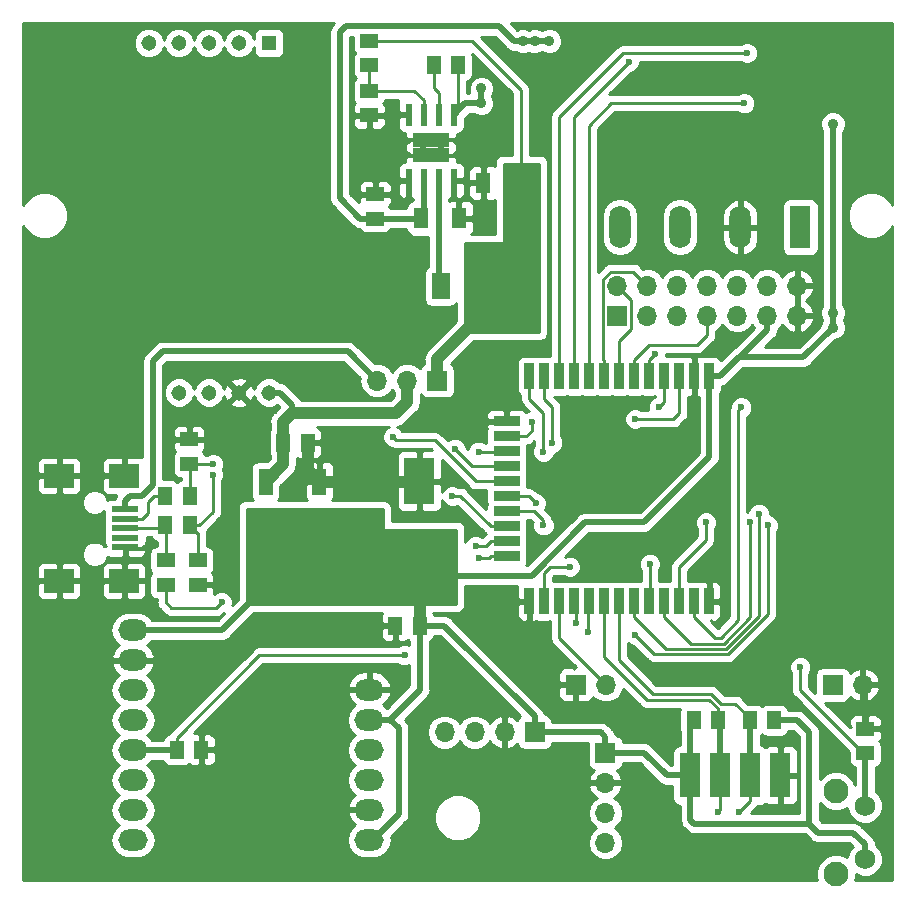
<source format=gtl>
G04 #@! TF.GenerationSoftware,KiCad,Pcbnew,5.0.0-rc1-44a33f2~62~ubuntu16.04.1*
G04 #@! TF.CreationDate,2018-04-01T18:26:25+03:00*
G04 #@! TF.ProjectId,ParaboxAirQuality,50617261626F784169725175616C6974,rev?*
G04 #@! TF.SameCoordinates,Original*
G04 #@! TF.FileFunction,Copper,L1,Top,Signal*
G04 #@! TF.FilePolarity,Positive*
%FSLAX46Y46*%
G04 Gerber Fmt 4.6, Leading zero omitted, Abs format (unit mm)*
G04 Created by KiCad (PCBNEW 5.0.0-rc1-44a33f2~62~ubuntu16.04.1) date Sun Apr  1 18:26:25 2018*
%MOMM*%
%LPD*%
G01*
G04 APERTURE LIST*
%ADD10R,1.305560X1.305560*%
%ADD11C,1.305560*%
%ADD12R,1.500000X1.145000*%
%ADD13R,1.245000X1.800000*%
%ADD14R,1.145000X1.500000*%
%ADD15R,2.500000X4.000000*%
%ADD16R,2.300000X0.500000*%
%ADD17R,2.500000X2.000000*%
%ADD18R,1.800000X3.600000*%
%ADD19O,1.800000X3.600000*%
%ADD20R,1.700000X1.700000*%
%ADD21O,1.700000X1.700000*%
%ADD22R,1.500000X2.200000*%
%ADD23R,0.812800X2.181860*%
%ADD24R,2.181860X0.812800*%
%ADD25R,1.778000X3.810000*%
%ADD26O,2.500000X1.800000*%
%ADD27C,2.100000*%
%ADD28C,1.750000*%
%ADD29R,0.610000X1.910000*%
%ADD30R,1.550000X1.205000*%
%ADD31R,1.200000X2.200000*%
%ADD32R,5.800000X6.400000*%
%ADD33C,0.600000*%
%ADD34C,0.900000*%
%ADD35C,0.500000*%
%ADD36C,0.250000*%
%ADD37C,1.000000*%
%ADD38C,0.254000*%
G04 APERTURE END LIST*
D10*
X71500000Y-52409000D03*
D11*
X68960000Y-52409000D03*
X66420000Y-52409000D03*
X63880000Y-52409000D03*
X61340000Y-52409000D03*
X71500000Y-82000000D03*
X68960000Y-82000000D03*
X66420000Y-82000000D03*
X63880000Y-82000000D03*
D12*
X80500000Y-65207500D03*
X80500000Y-67292500D03*
D13*
X84407500Y-67250000D03*
X87592500Y-67250000D03*
X89657500Y-64250000D03*
X92842500Y-64250000D03*
D12*
X65500000Y-96207500D03*
X65500000Y-98292500D03*
X64750000Y-85957500D03*
X64750000Y-88042500D03*
D14*
X72707500Y-86250000D03*
X74792500Y-86250000D03*
X84292500Y-101750000D03*
X82207500Y-101750000D03*
D15*
X84250000Y-97500000D03*
X84250000Y-89500000D03*
D16*
X59350000Y-91900000D03*
X59350000Y-92700000D03*
X59350000Y-93500000D03*
X59350000Y-94300000D03*
X59350000Y-95100000D03*
D17*
X59250000Y-89050000D03*
X53750000Y-89050000D03*
X59250000Y-97950000D03*
X53750000Y-97950000D03*
D18*
X116500000Y-68000000D03*
D19*
X111420000Y-68000000D03*
X106340000Y-68000000D03*
X101260000Y-68000000D03*
D20*
X94000000Y-110750000D03*
D21*
X91460000Y-110750000D03*
X88920000Y-110750000D03*
X86380000Y-110750000D03*
D20*
X85750000Y-81000000D03*
D21*
X83210000Y-81000000D03*
X80670000Y-81000000D03*
X100040000Y-106750000D03*
D20*
X97500000Y-106750000D03*
D21*
X100000000Y-120120000D03*
X100000000Y-117580000D03*
X100000000Y-115040000D03*
D20*
X100000000Y-112500000D03*
X119250000Y-106750000D03*
D21*
X121790000Y-106750000D03*
D20*
X101000000Y-75500000D03*
D21*
X101000000Y-72960000D03*
X103540000Y-75500000D03*
X103540000Y-72960000D03*
X106080000Y-75500000D03*
X106080000Y-72960000D03*
X108620000Y-75500000D03*
X108620000Y-72960000D03*
X111160000Y-75500000D03*
X111160000Y-72960000D03*
X113700000Y-75500000D03*
X113700000Y-72960000D03*
X116240000Y-75500000D03*
X116240000Y-72960000D03*
D22*
X86050000Y-73000000D03*
X92450000Y-73000000D03*
D23*
X108770000Y-80610000D03*
X107500000Y-80610000D03*
X106230000Y-80610000D03*
X104960000Y-80610000D03*
X103690000Y-80610000D03*
X102420000Y-80610000D03*
X101150000Y-80610000D03*
X99880000Y-80610000D03*
X98610000Y-80610000D03*
X97340000Y-80610000D03*
X96070000Y-80610000D03*
X94800000Y-80610000D03*
X93530000Y-80610000D03*
D24*
X91625000Y-84420000D03*
X91625000Y-85690000D03*
X91625000Y-86960000D03*
X91625000Y-88230000D03*
X91625000Y-89500000D03*
X91625000Y-90770000D03*
X91625000Y-92040000D03*
X91625000Y-93310000D03*
X91625000Y-94580000D03*
X91625000Y-95850000D03*
D23*
X93530000Y-99660000D03*
X94800000Y-99660000D03*
X96070000Y-99660000D03*
X97340000Y-99660000D03*
X98610000Y-99660000D03*
X99880000Y-99660000D03*
X101150000Y-99660000D03*
X102420000Y-99660000D03*
X103690000Y-99660000D03*
X104960000Y-99660000D03*
X106230000Y-99660000D03*
X107500000Y-99660000D03*
X108770000Y-99660000D03*
D14*
X87542500Y-54250000D03*
X85457500Y-54250000D03*
D12*
X80000000Y-54292500D03*
X80000000Y-52207500D03*
X80000000Y-58542500D03*
X80000000Y-56457500D03*
X62750000Y-96207500D03*
X62750000Y-98292500D03*
D14*
X64792500Y-93250000D03*
X62707500Y-93250000D03*
X62707500Y-90750000D03*
X64792500Y-90750000D03*
X107457500Y-109750000D03*
X109542500Y-109750000D03*
X112207500Y-109750000D03*
X114292500Y-109750000D03*
X65792500Y-112250000D03*
X63707500Y-112250000D03*
D12*
X122000000Y-112542500D03*
X122000000Y-110457500D03*
D25*
X114810000Y-114420000D03*
X112270000Y-114420000D03*
X109730000Y-114420000D03*
X107190000Y-114420000D03*
D26*
X60000000Y-102110000D03*
X60000000Y-104650000D03*
X60000000Y-107190000D03*
X60000000Y-109730000D03*
X60000000Y-112270000D03*
X60000000Y-114810000D03*
X60000000Y-117350000D03*
X60000000Y-119890000D03*
X80000000Y-119850000D03*
X80000000Y-117310000D03*
X80000000Y-114770000D03*
X80000000Y-112230000D03*
X80000000Y-109690000D03*
X80000000Y-107150000D03*
D27*
X119510000Y-122760000D03*
D28*
X122000000Y-121500000D03*
X122000000Y-117000000D03*
D27*
X119510000Y-115750000D03*
D29*
X87155000Y-58470000D03*
X85885000Y-58470000D03*
X84615000Y-58470000D03*
X83345000Y-58470000D03*
X83345000Y-64030000D03*
X84615000Y-64030000D03*
X85885000Y-64030000D03*
X87155000Y-64030000D03*
D30*
X84475000Y-61852500D03*
X86025000Y-61852500D03*
X84475000Y-60647500D03*
X86025000Y-60647500D03*
D31*
X75780000Y-89550000D03*
X71220000Y-89550000D03*
D32*
X73500000Y-95850000D03*
D33*
X103500000Y-55500000D03*
X104500000Y-55500000D03*
X105500000Y-55500000D03*
X106500000Y-55500000D03*
X107500000Y-55500000D03*
X108500000Y-55500000D03*
X88500000Y-83500000D03*
X87500000Y-83500000D03*
X86500000Y-83500000D03*
X85500000Y-83500000D03*
X78500000Y-80500000D03*
X78000000Y-80000000D03*
X72000000Y-73500000D03*
X73000000Y-74500000D03*
X74000000Y-75500000D03*
X75000000Y-76500000D03*
X64000000Y-77000000D03*
X60000000Y-81000000D03*
X63000000Y-77000000D03*
X62000000Y-77000000D03*
X61000000Y-77000000D03*
X60000000Y-77000000D03*
X60000000Y-78000000D03*
X60000000Y-79000000D03*
X60000000Y-80000000D03*
X67500000Y-122500000D03*
X68500000Y-122500000D03*
X69500000Y-122500000D03*
X70500000Y-122500000D03*
X71500000Y-122500000D03*
X72500000Y-122500000D03*
X73500000Y-122500000D03*
X74500000Y-122500000D03*
X75500000Y-122500000D03*
X76500000Y-122500000D03*
X67500000Y-113500000D03*
X68500000Y-113500000D03*
X69500000Y-113500000D03*
X70500000Y-113500000D03*
X71500000Y-113500000D03*
X72500000Y-113500000D03*
X73500000Y-113500000D03*
X74500000Y-113500000D03*
X75500000Y-113500000D03*
X76500000Y-113500000D03*
X76500000Y-106000000D03*
X75500000Y-106000000D03*
X74500000Y-106000000D03*
X73500000Y-106000000D03*
X72500000Y-106000000D03*
X71500000Y-106000000D03*
X70500000Y-106000000D03*
X84500000Y-113000000D03*
X84500000Y-112000000D03*
X84500000Y-111000000D03*
X83500000Y-111000000D03*
X83500000Y-112000000D03*
X83500000Y-113000000D03*
X93000000Y-119500000D03*
X93000000Y-120500000D03*
X92000000Y-120500000D03*
X92000000Y-119500000D03*
X91000000Y-119500000D03*
X91000000Y-120500000D03*
X90000000Y-120500000D03*
X90000000Y-119500000D03*
X96000000Y-115000000D03*
X95000000Y-115000000D03*
X94000000Y-115000000D03*
X93000000Y-115000000D03*
X92000000Y-115000000D03*
X91000000Y-115000000D03*
X90000000Y-115000000D03*
X90000000Y-114000000D03*
X91000000Y-114000000D03*
X92000000Y-114000000D03*
X93000000Y-114000000D03*
X94000000Y-114000000D03*
X95000000Y-114000000D03*
X96000000Y-114000000D03*
X96000000Y-113000000D03*
X95000000Y-113000000D03*
X94000000Y-113000000D03*
X93000000Y-113000000D03*
X92000000Y-113000000D03*
X91000000Y-113000000D03*
X90000000Y-113000000D03*
X89000000Y-113000000D03*
X88000000Y-113000000D03*
X87000000Y-113000000D03*
X86000000Y-113000000D03*
X116000000Y-121500000D03*
X116000000Y-120500000D03*
X117000000Y-120500000D03*
X117000000Y-121500000D03*
X105000000Y-121500000D03*
X104000000Y-121500000D03*
X103000000Y-121500000D03*
X102000000Y-122500000D03*
X103000000Y-122500000D03*
X104000000Y-122500000D03*
X105000000Y-122500000D03*
X106000000Y-122500000D03*
X107000000Y-122500000D03*
X108000000Y-122500000D03*
X109000000Y-122500000D03*
X110000000Y-122500000D03*
X111000000Y-122500000D03*
X112000000Y-122500000D03*
X113000000Y-122500000D03*
X114000000Y-122500000D03*
X115000000Y-122500000D03*
X116000000Y-122500000D03*
X117000000Y-122500000D03*
X51500000Y-104000000D03*
X51500000Y-103000000D03*
X51500000Y-102000000D03*
X51500000Y-101000000D03*
X61500000Y-122500000D03*
X60500000Y-122500000D03*
X59500000Y-122500000D03*
X58500000Y-122500000D03*
X57500000Y-122500000D03*
X56500000Y-122500000D03*
X55500000Y-122500000D03*
X54500000Y-122500000D03*
X53500000Y-122500000D03*
X52500000Y-122500000D03*
X51500000Y-113500000D03*
X51500000Y-114500000D03*
X51500000Y-115500000D03*
X51500000Y-116500000D03*
X51500000Y-117500000D03*
X51500000Y-118500000D03*
X51500000Y-119500000D03*
X51500000Y-120500000D03*
X51500000Y-121500000D03*
X51500000Y-122500000D03*
X63000000Y-105000000D03*
X64000000Y-105000000D03*
X65000000Y-105000000D03*
X66000000Y-105000000D03*
X67000000Y-105000000D03*
X68000000Y-104000000D03*
X67000000Y-104000000D03*
X66000000Y-104000000D03*
X65000000Y-104000000D03*
X64000000Y-104000000D03*
X63000000Y-104000000D03*
X79000000Y-101500000D03*
X78000000Y-101500000D03*
X77000000Y-101500000D03*
X76000000Y-101500000D03*
X75000000Y-101500000D03*
X74000000Y-101500000D03*
X73000000Y-101500000D03*
X72000000Y-101500000D03*
X71000000Y-101500000D03*
X71000000Y-102500000D03*
X72000000Y-102500000D03*
X73000000Y-102500000D03*
X74000000Y-102500000D03*
X75000000Y-102500000D03*
X76000000Y-102500000D03*
X77000000Y-102500000D03*
X78000000Y-102500000D03*
X79000000Y-102500000D03*
X80000000Y-102500000D03*
X80000000Y-101500000D03*
X94500000Y-105500000D03*
X94500000Y-104500000D03*
X93500000Y-104500000D03*
X92500000Y-103500000D03*
X93500000Y-103500000D03*
X94500000Y-103500000D03*
X94500000Y-102500000D03*
X93500000Y-102500000D03*
X92500000Y-102500000D03*
X91500000Y-102500000D03*
X90500000Y-101500000D03*
X91500000Y-101500000D03*
X91500000Y-100500000D03*
X90500000Y-100500000D03*
X89500000Y-100500000D03*
X89500000Y-99500000D03*
X90500000Y-99500000D03*
X91500000Y-99500000D03*
X101500000Y-110500000D03*
X101500000Y-109500000D03*
X102500000Y-109500000D03*
X102500000Y-110500000D03*
X103500000Y-110500000D03*
X103500000Y-109500000D03*
X104500000Y-109500000D03*
X104500000Y-110500000D03*
X104500000Y-111500000D03*
X105500000Y-111500000D03*
X105500000Y-110500000D03*
X105500000Y-109500000D03*
X114500000Y-107000000D03*
X113500000Y-107000000D03*
X112500000Y-107000000D03*
X111500000Y-107000000D03*
X110500000Y-107000000D03*
X114500000Y-106000000D03*
X113500000Y-106000000D03*
X112500000Y-106000000D03*
X111500000Y-106000000D03*
X110500000Y-106000000D03*
X109500000Y-106000000D03*
X108500000Y-106000000D03*
X107500000Y-106000000D03*
X106500000Y-106000000D03*
X105500000Y-106000000D03*
X104500000Y-106000000D03*
X119500000Y-108500000D03*
X120500000Y-108500000D03*
X121500000Y-108500000D03*
X122500000Y-108500000D03*
X123500000Y-102000000D03*
X123500000Y-103000000D03*
X123500000Y-104000000D03*
X123500000Y-105000000D03*
X123500000Y-106000000D03*
X123500000Y-107000000D03*
X123500000Y-108000000D03*
X123500000Y-109000000D03*
X123500000Y-114500000D03*
X123500000Y-115500000D03*
X123500000Y-118000000D03*
X123500000Y-119000000D03*
X123500000Y-120000000D03*
X123500000Y-122500000D03*
X118500000Y-111500000D03*
X118500000Y-112500000D03*
X119500000Y-112500000D03*
X119500000Y-113500000D03*
X118500000Y-113500000D03*
X113750000Y-117250000D03*
X114750000Y-117250000D03*
X115750000Y-117250000D03*
X113500000Y-111500000D03*
X114500000Y-111500000D03*
X115500000Y-111500000D03*
X121000000Y-94000000D03*
X122000000Y-93000000D03*
X122000000Y-94000000D03*
X121000000Y-96000000D03*
X122000000Y-96000000D03*
X122000000Y-95000000D03*
X121000000Y-95000000D03*
X116000000Y-97000000D03*
X116000000Y-98000000D03*
X115000000Y-98000000D03*
X115000000Y-97000000D03*
X115000000Y-96000000D03*
X116000000Y-96000000D03*
X117000000Y-96000000D03*
X117000000Y-95000000D03*
X116000000Y-95000000D03*
X115000000Y-95000000D03*
X108000000Y-97000000D03*
X109000000Y-97000000D03*
X110000000Y-97000000D03*
X110000000Y-96000000D03*
X109000000Y-96000000D03*
X123500000Y-82000000D03*
X123500000Y-83000000D03*
X123500000Y-84000000D03*
X123500000Y-85000000D03*
X119000000Y-81500000D03*
X119000000Y-82500000D03*
X118000000Y-82500000D03*
X117000000Y-82500000D03*
X116000000Y-81500000D03*
X116000000Y-82500000D03*
X116000000Y-83500000D03*
X116000000Y-84500000D03*
X116000000Y-85500000D03*
X116000000Y-86500000D03*
X116000000Y-87500000D03*
X116000000Y-88500000D03*
X116000000Y-89500000D03*
X116000000Y-90500000D03*
X115000000Y-90500000D03*
X114000000Y-90500000D03*
X114000000Y-89500000D03*
X114000000Y-88500000D03*
X114000000Y-87500000D03*
X114000000Y-86500000D03*
X114000000Y-85500000D03*
X114000000Y-84500000D03*
X114000000Y-83500000D03*
X114000000Y-82500000D03*
X114000000Y-81500000D03*
X119000000Y-80500000D03*
X118000000Y-80500000D03*
X117000000Y-80500000D03*
X116000000Y-80500000D03*
X115000000Y-80500000D03*
X114000000Y-80500000D03*
X102000000Y-95500000D03*
X101000000Y-95500000D03*
X100000000Y-95500000D03*
X99000000Y-95500000D03*
X103000000Y-94500000D03*
X102000000Y-94500000D03*
X101000000Y-94500000D03*
X100000000Y-94500000D03*
X99000000Y-94500000D03*
X98000000Y-84000000D03*
X99000000Y-84000000D03*
X99000000Y-83000000D03*
X98000000Y-83000000D03*
X104000000Y-90000000D03*
X105000000Y-89000000D03*
X106000000Y-88000000D03*
X106000000Y-87000000D03*
X103000000Y-91000000D03*
X102000000Y-91000000D03*
X101000000Y-91000000D03*
X100000000Y-91000000D03*
X99000000Y-91000000D03*
X98000000Y-91000000D03*
X98000000Y-90000000D03*
X98000000Y-89000000D03*
X98000000Y-88000000D03*
X98000000Y-87000000D03*
X106000000Y-86000000D03*
X105000000Y-86000000D03*
X104000000Y-86000000D03*
X103000000Y-86000000D03*
X102000000Y-86000000D03*
X101000000Y-86000000D03*
X100000000Y-86000000D03*
X99000000Y-86000000D03*
X98000000Y-86000000D03*
X121000000Y-73500000D03*
X121000000Y-72500000D03*
X121000000Y-71500000D03*
X121000000Y-70500000D03*
X121000000Y-69500000D03*
X123500000Y-78500000D03*
X123500000Y-77500000D03*
X123500000Y-76500000D03*
X123500000Y-75500000D03*
X123500000Y-74500000D03*
X123500000Y-73500000D03*
X123500000Y-72500000D03*
X123500000Y-71500000D03*
X123500000Y-70500000D03*
X123500000Y-69500000D03*
X114250000Y-77750000D03*
X116500000Y-77250000D03*
X115750000Y-77250000D03*
X115000000Y-77250000D03*
X114000000Y-69500000D03*
X114000000Y-68500000D03*
X114000000Y-67500000D03*
X114000000Y-66500000D03*
X109000000Y-69500000D03*
X109000000Y-68500000D03*
X109000000Y-67500000D03*
X109000000Y-66500000D03*
X123500000Y-61500000D03*
X123500000Y-60500000D03*
X123500000Y-59500000D03*
X123500000Y-58500000D03*
X123500000Y-57500000D03*
X123500000Y-56500000D03*
X123500000Y-55500000D03*
X123500000Y-54500000D03*
X123500000Y-53500000D03*
X123500000Y-52500000D03*
X119500000Y-51500000D03*
X120500000Y-51500000D03*
X121500000Y-51500000D03*
X122500000Y-51500000D03*
X123500000Y-51500000D03*
X115500000Y-65000000D03*
X114500000Y-65000000D03*
X113500000Y-65000000D03*
X116000000Y-64000000D03*
X115000000Y-64000000D03*
X114000000Y-64000000D03*
X116500000Y-63000000D03*
X115500000Y-63000000D03*
X114500000Y-63000000D03*
X108500000Y-60000000D03*
X107500000Y-60000000D03*
X106500000Y-60000000D03*
X105500000Y-60000000D03*
X104500000Y-60000000D03*
X103500000Y-60000000D03*
X102500000Y-60000000D03*
X101500000Y-60000000D03*
X101500000Y-59000000D03*
X102500000Y-59000000D03*
X103500000Y-59000000D03*
X104500000Y-59000000D03*
X105500000Y-59000000D03*
X106500000Y-59000000D03*
X107500000Y-59000000D03*
X108500000Y-59000000D03*
X88500000Y-84500000D03*
X87500000Y-84500000D03*
X86500000Y-84500000D03*
X85500000Y-84500000D03*
X84500000Y-84500000D03*
X91500000Y-82000000D03*
X90500000Y-82000000D03*
X89500000Y-82000000D03*
X88500000Y-82000000D03*
X88500000Y-81000000D03*
X89500000Y-81000000D03*
X90500000Y-81000000D03*
X91500000Y-81000000D03*
X91500000Y-80000000D03*
X90500000Y-80000000D03*
X89500000Y-80000000D03*
X88500000Y-80000000D03*
X78000000Y-70500000D03*
X78000000Y-71500000D03*
X78000000Y-72500000D03*
X78000000Y-73500000D03*
X78000000Y-74500000D03*
X78000000Y-75500000D03*
X79000000Y-76500000D03*
X80000000Y-77500000D03*
X81000000Y-77500000D03*
X82000000Y-77500000D03*
X83000000Y-77500000D03*
X84000000Y-77500000D03*
X84000000Y-76500000D03*
X84000000Y-75500000D03*
X84000000Y-74500000D03*
X84000000Y-73500000D03*
X84000000Y-72500000D03*
X84000000Y-71500000D03*
X84000000Y-70500000D03*
X84000000Y-69500000D03*
X83000000Y-69500000D03*
X82000000Y-69500000D03*
X81000000Y-69500000D03*
X80000000Y-69500000D03*
X79000000Y-69500000D03*
X78000000Y-69500000D03*
X69500000Y-86000000D03*
X69500000Y-85000000D03*
X68500000Y-85000000D03*
X67500000Y-84000000D03*
X68500000Y-84000000D03*
X69500000Y-84000000D03*
X70500000Y-84000000D03*
X70500000Y-85000000D03*
X70500000Y-86000000D03*
X79500000Y-86250000D03*
X78500000Y-86250000D03*
X77500000Y-86250000D03*
X76500000Y-86250000D03*
X78500000Y-85500000D03*
X77500000Y-85500000D03*
X76500000Y-85500000D03*
X75500000Y-82000000D03*
X74500000Y-81000000D03*
X73500000Y-80000000D03*
X72500000Y-80000000D03*
X73500000Y-81000000D03*
X74500000Y-82000000D03*
X67000000Y-55000000D03*
X67000000Y-56000000D03*
X67000000Y-57000000D03*
X67000000Y-58000000D03*
X67000000Y-59000000D03*
X67000000Y-60000000D03*
X67000000Y-61000000D03*
X67000000Y-62000000D03*
X67000000Y-63000000D03*
X67000000Y-64000000D03*
X67000000Y-65000000D03*
X67000000Y-66000000D03*
X67000000Y-67000000D03*
X67000000Y-68000000D03*
X67000000Y-69000000D03*
X67000000Y-70000000D03*
X67000000Y-71000000D03*
X67000000Y-72000000D03*
X70500000Y-55000000D03*
X70500000Y-56000000D03*
X70500000Y-57000000D03*
X70500000Y-58000000D03*
X70500000Y-59000000D03*
X70500000Y-60000000D03*
X70500000Y-61000000D03*
X70500000Y-62000000D03*
X70500000Y-63000000D03*
X70500000Y-64000000D03*
X70500000Y-65000000D03*
X70500000Y-66000000D03*
X70500000Y-67000000D03*
X70500000Y-68000000D03*
X70500000Y-69000000D03*
X70500000Y-70000000D03*
X70500000Y-71000000D03*
X70500000Y-72000000D03*
X73500000Y-53000000D03*
X74500000Y-53000000D03*
X75500000Y-53000000D03*
X75500000Y-52000000D03*
X74500000Y-52000000D03*
X73500000Y-52000000D03*
X95500000Y-56000000D03*
X94500000Y-61000000D03*
X94500000Y-60000000D03*
X94500000Y-59000000D03*
X94500000Y-58000000D03*
X94500000Y-57000000D03*
X94500000Y-56000000D03*
X96500000Y-55000000D03*
X95500000Y-55000000D03*
X94500000Y-55000000D03*
X98500000Y-54000000D03*
X97500000Y-54000000D03*
X96500000Y-54000000D03*
X95500000Y-54000000D03*
X94500000Y-54000000D03*
X93500000Y-54000000D03*
X92500000Y-54000000D03*
X82000000Y-59500000D03*
X89250000Y-67000000D03*
X89250000Y-67750000D03*
X90250000Y-67750000D03*
X90250000Y-67000000D03*
X90250000Y-66250000D03*
X89250000Y-66250000D03*
X91000000Y-59500000D03*
X90000000Y-59500000D03*
X89000000Y-59500000D03*
X88000000Y-61500000D03*
X89000000Y-61500000D03*
X90000000Y-61500000D03*
X91000000Y-61500000D03*
X91000000Y-60500000D03*
X90000000Y-60500000D03*
X89000000Y-60500000D03*
X88000000Y-60500000D03*
X84400000Y-61800000D03*
X85200000Y-61800000D03*
X86000000Y-61800000D03*
X86000000Y-60800000D03*
X85200000Y-60800000D03*
X84400000Y-60800000D03*
X82000000Y-62500000D03*
X81000000Y-62500000D03*
X80000000Y-62500000D03*
X79000000Y-62500000D03*
X79000000Y-61500000D03*
X80000000Y-61500000D03*
X81000000Y-61500000D03*
X82000000Y-61500000D03*
X82000000Y-60500000D03*
X81000000Y-60500000D03*
X80000000Y-60500000D03*
X79000000Y-60500000D03*
X52000000Y-86000000D03*
X52000000Y-85000000D03*
X52000000Y-84000000D03*
X52000000Y-83000000D03*
X52000000Y-82000000D03*
X52000000Y-81000000D03*
X52000000Y-80000000D03*
X52000000Y-79000000D03*
X52000000Y-78000000D03*
X52000000Y-77000000D03*
X52000000Y-76000000D03*
X52000000Y-75000000D03*
X52000000Y-73000000D03*
X52000000Y-74000000D03*
X52000000Y-72000000D03*
X52000000Y-71000000D03*
X52000000Y-70000000D03*
X58500000Y-51500000D03*
X57500000Y-51500000D03*
X56500000Y-51500000D03*
X55500000Y-51500000D03*
X54500000Y-51500000D03*
X53500000Y-51500000D03*
X52500000Y-51500000D03*
X51500000Y-64000000D03*
X51500000Y-63000000D03*
X51500000Y-62000000D03*
X51500000Y-61000000D03*
X51500000Y-60000000D03*
X51500000Y-59000000D03*
X51500000Y-58000000D03*
X51500000Y-57000000D03*
X51500000Y-56000000D03*
X51500000Y-55000000D03*
X51500000Y-54000000D03*
X51500000Y-52500000D03*
X51500000Y-51500000D03*
D34*
X119250000Y-75250000D03*
X119250000Y-76500000D03*
X119250000Y-59250000D03*
D33*
X95500000Y-86250000D03*
X66750000Y-89000000D03*
X87250000Y-86750000D03*
X82000000Y-85750000D03*
X97000000Y-96750000D03*
X97500000Y-101500000D03*
X98500000Y-102250000D03*
X102500000Y-102500000D03*
X113750000Y-93250000D03*
X113000000Y-92250000D03*
X67500000Y-99750000D03*
X87000000Y-90750000D03*
X94750000Y-87000000D03*
X66792500Y-88042500D03*
X89000000Y-95000000D03*
X89250000Y-96000000D03*
X89250000Y-87000000D03*
X111345000Y-117500000D03*
X109500000Y-117500000D03*
D34*
X94000000Y-52250000D03*
X93000000Y-52250000D03*
X95250000Y-52250000D03*
X89500000Y-56250000D03*
X89500000Y-57500000D03*
D33*
X94750000Y-93250000D03*
X102500000Y-84250000D03*
X104500000Y-83250000D03*
X104209070Y-78750000D03*
X103750000Y-96500000D03*
X108500000Y-93000000D03*
X112250000Y-93000000D03*
X111500000Y-83250000D03*
X111750000Y-57500000D03*
X102000000Y-54000000D03*
X112000000Y-53250000D03*
X93750000Y-84500000D03*
X83000000Y-104250000D03*
X94124999Y-91375001D03*
X116500000Y-105250000D03*
D35*
X82500000Y-117700000D02*
X82500000Y-110440000D01*
X82500000Y-110440000D02*
X81750000Y-109690000D01*
X80000000Y-119850000D02*
X80350000Y-119850000D01*
X80350000Y-119850000D02*
X82500000Y-117700000D01*
X119250000Y-76500000D02*
X119250000Y-75250000D01*
X119250000Y-75250000D02*
X119250000Y-59250000D01*
X107190000Y-114420000D02*
X107190000Y-110017500D01*
X107190000Y-110017500D02*
X107457500Y-109750000D01*
X107190000Y-118190000D02*
X107500000Y-118500000D01*
X107500000Y-118500000D02*
X117250000Y-118500000D01*
X107190000Y-114420000D02*
X107190000Y-118190000D01*
X105170000Y-114420000D02*
X103250000Y-112500000D01*
X103250000Y-112500000D02*
X100000000Y-112500000D01*
X107190000Y-114420000D02*
X105170000Y-114420000D01*
X100000000Y-112500000D02*
X100000000Y-111150000D01*
X99600000Y-110750000D02*
X95350000Y-110750000D01*
X100000000Y-111150000D02*
X99600000Y-110750000D01*
X95350000Y-110750000D02*
X94000000Y-110750000D01*
X94000000Y-110750000D02*
X94000000Y-109400000D01*
X94000000Y-109400000D02*
X86350000Y-101750000D01*
X86350000Y-101750000D02*
X85365000Y-101750000D01*
X85365000Y-101750000D02*
X84292500Y-101750000D01*
X60000000Y-102110000D02*
X67540000Y-102110000D01*
X67540000Y-102110000D02*
X73500000Y-96150000D01*
X73500000Y-96150000D02*
X73500000Y-95850000D01*
X80000000Y-109690000D02*
X81750000Y-109690000D01*
X84292500Y-103000000D02*
X84292500Y-101750000D01*
X81750000Y-109690000D02*
X84292500Y-107147500D01*
X84292500Y-107147500D02*
X84292500Y-103000000D01*
X113700000Y-75500000D02*
X113700000Y-76702081D01*
X113700000Y-76702081D02*
X111402081Y-79000000D01*
X111402081Y-79000000D02*
X111286400Y-79000000D01*
X116750000Y-79000000D02*
X119250000Y-76500000D01*
X111286400Y-79000000D02*
X116750000Y-79000000D01*
X108770000Y-80610000D02*
X109676400Y-80610000D01*
X109676400Y-80610000D02*
X111286400Y-79000000D01*
D36*
X95500000Y-83250000D02*
X94800000Y-82550000D01*
X94800000Y-82550000D02*
X94800000Y-80610000D01*
X95500000Y-86250000D02*
X95500000Y-83250000D01*
X66750000Y-92115000D02*
X66750000Y-89000000D01*
X64792500Y-93250000D02*
X65615000Y-93250000D01*
X65615000Y-93250000D02*
X66750000Y-92115000D01*
X87250000Y-86750000D02*
X88730000Y-88230000D01*
X88730000Y-88230000D02*
X91625000Y-88230000D01*
X85549999Y-86049999D02*
X89000000Y-89500000D01*
X89000000Y-89500000D02*
X91625000Y-89500000D01*
X82000000Y-85750000D02*
X82299999Y-86049999D01*
X82299999Y-86049999D02*
X85549999Y-86049999D01*
X95313186Y-96750000D02*
X94800000Y-97263186D01*
X94800000Y-97263186D02*
X94800000Y-99660000D01*
X97000000Y-96750000D02*
X95313186Y-96750000D01*
X96070000Y-99660000D02*
X96070000Y-102780000D01*
X96070000Y-102780000D02*
X100040000Y-106750000D01*
X97500000Y-101500000D02*
X97500000Y-99820000D01*
X97500000Y-99820000D02*
X97340000Y-99660000D01*
X98500000Y-102250000D02*
X98500000Y-99770000D01*
X98500000Y-99770000D02*
X98610000Y-99660000D01*
X104150020Y-104150020D02*
X102500000Y-102500000D01*
X113750000Y-93250000D02*
X113750000Y-100772820D01*
X113750000Y-100772820D02*
X110372800Y-104150020D01*
X110372800Y-104150020D02*
X104150020Y-104150020D01*
X113000000Y-92250000D02*
X113000000Y-100886410D01*
X113000000Y-100886410D02*
X110186400Y-103700010D01*
X110186400Y-103700010D02*
X105119080Y-103700010D01*
X105119080Y-103700010D02*
X102420000Y-101000930D01*
X102420000Y-101000930D02*
X102420000Y-99660000D01*
X63250000Y-100250000D02*
X62750000Y-99750000D01*
X62750000Y-99750000D02*
X62750000Y-98292500D01*
X67000000Y-100250000D02*
X63250000Y-100250000D01*
X67500000Y-99750000D02*
X67000000Y-100250000D01*
X87724070Y-90750000D02*
X87000000Y-90750000D01*
X91625000Y-93310000D02*
X90284070Y-93310000D01*
X90284070Y-93310000D02*
X87724070Y-90750000D01*
X94750000Y-87000000D02*
X94750000Y-83750000D01*
X94750000Y-83750000D02*
X93530000Y-82530000D01*
X93530000Y-82530000D02*
X93530000Y-80610000D01*
X64750000Y-88042500D02*
X66792500Y-88042500D01*
X89864070Y-95000000D02*
X89000000Y-95000000D01*
X91625000Y-94580000D02*
X90284070Y-94580000D01*
X90284070Y-94580000D02*
X89864070Y-95000000D01*
X90134070Y-96000000D02*
X89250000Y-96000000D01*
X91625000Y-95850000D02*
X90284070Y-95850000D01*
X90284070Y-95850000D02*
X90134070Y-96000000D01*
X89250000Y-87000000D02*
X91585000Y-87000000D01*
X91585000Y-87000000D02*
X91625000Y-86960000D01*
X104000000Y-107500000D02*
X101150000Y-104650000D01*
X101150000Y-104650000D02*
X101150000Y-99660000D01*
X108928910Y-107500000D02*
X104000000Y-107500000D01*
X111000000Y-108365000D02*
X109793910Y-108365000D01*
X109793910Y-108365000D02*
X108928910Y-107500000D01*
X112207500Y-109750000D02*
X112207500Y-109572500D01*
X112207500Y-109572500D02*
X111000000Y-108365000D01*
X112270000Y-114420000D02*
X112270000Y-116575000D01*
X112270000Y-116575000D02*
X111345000Y-117500000D01*
D35*
X112270000Y-114420000D02*
X112270000Y-109812500D01*
X112270000Y-109812500D02*
X112207500Y-109750000D01*
D36*
X103500000Y-108000000D02*
X108792500Y-108000000D01*
X99880000Y-104380000D02*
X103500000Y-108000000D01*
X108792500Y-108000000D02*
X109542500Y-108750000D01*
X99880000Y-99660000D02*
X99880000Y-104380000D01*
X109542500Y-108750000D02*
X109542500Y-109750000D01*
X109730000Y-117270000D02*
X109500000Y-117500000D01*
X109730000Y-114420000D02*
X109730000Y-117270000D01*
D35*
X109730000Y-114420000D02*
X109730000Y-109937500D01*
X109730000Y-109937500D02*
X109542500Y-109750000D01*
X92250000Y-52250000D02*
X94000000Y-52250000D01*
X93000000Y-52250000D02*
X94000000Y-52250000D01*
X94000000Y-52250000D02*
X95250000Y-52250000D01*
X53750000Y-97950000D02*
X59250000Y-97950000D01*
X53750000Y-89050000D02*
X59250000Y-89050000D01*
X122000000Y-110457500D02*
X122000000Y-106960000D01*
X122000000Y-106960000D02*
X121790000Y-106750000D01*
D36*
X80000000Y-58542500D02*
X83272500Y-58542500D01*
X83272500Y-58542500D02*
X83345000Y-58470000D01*
D37*
X75780000Y-89550000D02*
X84200000Y-89550000D01*
X84200000Y-89550000D02*
X84250000Y-89500000D01*
X74792500Y-86250000D02*
X74792500Y-88562500D01*
X74792500Y-88562500D02*
X75780000Y-89550000D01*
D35*
X117250000Y-110750000D02*
X116250000Y-109750000D01*
X116250000Y-109750000D02*
X114292500Y-109750000D01*
X117250000Y-118500000D02*
X117250000Y-110750000D01*
X118000000Y-119250000D02*
X117250000Y-118500000D01*
X120987436Y-119250000D02*
X118000000Y-119250000D01*
X122000000Y-121500000D02*
X122000000Y-120262564D01*
X122000000Y-120262564D02*
X120987436Y-119250000D01*
X98250000Y-93000000D02*
X93750000Y-97500000D01*
X93750000Y-97500000D02*
X84250000Y-97500000D01*
X103250000Y-93000000D02*
X98250000Y-93000000D01*
X108770000Y-87480000D02*
X103250000Y-93000000D01*
X108770000Y-80610000D02*
X108770000Y-87480000D01*
D37*
X84292500Y-101750000D02*
X84292500Y-97542500D01*
X84292500Y-97542500D02*
X84250000Y-97500000D01*
D35*
X85885000Y-64030000D02*
X85885000Y-72835000D01*
X85885000Y-72835000D02*
X86050000Y-73000000D01*
D36*
X85457500Y-56207500D02*
X85885000Y-56635000D01*
X85885000Y-56635000D02*
X85885000Y-58470000D01*
X85457500Y-54250000D02*
X85457500Y-56207500D01*
X84615000Y-58470000D02*
X84615000Y-57265000D01*
X83807500Y-56457500D02*
X81000000Y-56457500D01*
X81000000Y-56457500D02*
X80000000Y-56457500D01*
X84615000Y-57265000D02*
X83807500Y-56457500D01*
X80000000Y-54292500D02*
X80000000Y-56457500D01*
X65500000Y-96207500D02*
X65500000Y-93957500D01*
X65500000Y-93957500D02*
X64792500Y-93250000D01*
X62750000Y-96207500D02*
X62750000Y-93292500D01*
X62750000Y-93292500D02*
X62707500Y-93250000D01*
X59350000Y-93500000D02*
X62457500Y-93500000D01*
X62457500Y-93500000D02*
X62707500Y-93250000D01*
X61250000Y-91250000D02*
X61750000Y-90750000D01*
X61750000Y-90750000D02*
X62707500Y-90750000D01*
X61250000Y-92200000D02*
X61250000Y-91250000D01*
X59350000Y-92700000D02*
X60750000Y-92700000D01*
X60750000Y-92700000D02*
X61250000Y-92200000D01*
X64792500Y-90750000D02*
X64792500Y-88085000D01*
X64792500Y-88085000D02*
X64750000Y-88042500D01*
D35*
X62500000Y-78500000D02*
X78170000Y-78500000D01*
X78170000Y-78500000D02*
X80670000Y-81000000D01*
X61684999Y-79315001D02*
X62500000Y-78500000D01*
X60750000Y-90750000D02*
X61684999Y-89815001D01*
X61684999Y-89815001D02*
X61684999Y-79315001D01*
X59750000Y-90750000D02*
X60750000Y-90750000D01*
X59350000Y-91900000D02*
X59350000Y-91150000D01*
X59350000Y-91150000D02*
X59750000Y-90750000D01*
X91000000Y-51000000D02*
X92250000Y-52250000D01*
X78000000Y-51000000D02*
X91000000Y-51000000D01*
X77500000Y-51500000D02*
X78000000Y-51000000D01*
X77500000Y-65542500D02*
X77500000Y-51500000D01*
X80500000Y-67292500D02*
X79250000Y-67292500D01*
X79250000Y-67292500D02*
X77500000Y-65542500D01*
X89500000Y-57500000D02*
X89500000Y-56250000D01*
X89500000Y-57500000D02*
X88125000Y-57500000D01*
X88125000Y-57500000D02*
X87155000Y-58470000D01*
X80500000Y-67292500D02*
X84365000Y-67292500D01*
X84365000Y-67292500D02*
X84407500Y-67250000D01*
X84615000Y-64030000D02*
X84615000Y-67042500D01*
X84615000Y-67042500D02*
X84407500Y-67250000D01*
D36*
X87542500Y-54250000D02*
X87542500Y-58082500D01*
X87542500Y-58082500D02*
X87155000Y-58470000D01*
D37*
X85750000Y-81000000D02*
X85750000Y-79150000D01*
X85750000Y-79150000D02*
X91900000Y-73000000D01*
X91900000Y-73000000D02*
X92450000Y-73000000D01*
D36*
X80000000Y-52207500D02*
X88707500Y-52207500D01*
X88707500Y-52207500D02*
X92842500Y-56342500D01*
X92842500Y-56342500D02*
X92842500Y-64250000D01*
D35*
X71500000Y-82000000D02*
X72423170Y-82000000D01*
X73457500Y-83034330D02*
X73457500Y-83750000D01*
X72423170Y-82000000D02*
X73457500Y-83034330D01*
D37*
X73457500Y-83750000D02*
X72707500Y-84500000D01*
X82250000Y-83750000D02*
X73457500Y-83750000D01*
X83210000Y-82790000D02*
X82250000Y-83750000D01*
X83210000Y-81000000D02*
X83210000Y-82790000D01*
X72707500Y-84500000D02*
X72707500Y-86250000D01*
X72707500Y-86250000D02*
X72707500Y-88062500D01*
X72707500Y-88062500D02*
X71220000Y-89550000D01*
D36*
X94750000Y-93250000D02*
X94750000Y-92825736D01*
X94750000Y-92825736D02*
X93964264Y-92040000D01*
X93964264Y-92040000D02*
X91625000Y-92040000D01*
X102500000Y-84250000D02*
X105750000Y-84250000D01*
X106230000Y-83770000D02*
X106230000Y-80610000D01*
X105750000Y-84250000D02*
X106230000Y-83770000D01*
X101150000Y-80610000D02*
X101150000Y-77635002D01*
X102175001Y-74135001D02*
X101849999Y-73809999D01*
X101150000Y-77635002D02*
X102175001Y-76610001D01*
X101849999Y-73809999D02*
X101000000Y-72960000D01*
X102175001Y-76610001D02*
X102175001Y-74135001D01*
X104500000Y-83250000D02*
X104960000Y-82790000D01*
X104960000Y-82790000D02*
X104960000Y-80610000D01*
X99880000Y-80610000D02*
X99880000Y-79269070D01*
X99824999Y-79214069D02*
X99824999Y-72395999D01*
X99824999Y-72395999D02*
X100435999Y-71784999D01*
X99880000Y-79269070D02*
X99824999Y-79214069D01*
X100435999Y-71784999D02*
X102364999Y-71784999D01*
X102364999Y-71784999D02*
X102690001Y-72110001D01*
X102690001Y-72110001D02*
X103540000Y-72960000D01*
X103690000Y-80610000D02*
X103690000Y-79269070D01*
X103690000Y-79269070D02*
X104209070Y-78750000D01*
X103750000Y-96500000D02*
X103750000Y-99600000D01*
X103750000Y-99600000D02*
X103690000Y-99660000D01*
X107750000Y-78000000D02*
X108620000Y-77130000D01*
X108620000Y-77130000D02*
X108620000Y-75500000D01*
X103689070Y-78000000D02*
X107750000Y-78000000D01*
X102420000Y-80610000D02*
X102420000Y-79269070D01*
X102420000Y-79269070D02*
X103689070Y-78000000D01*
X108500000Y-94500000D02*
X106230000Y-96770000D01*
X106230000Y-96770000D02*
X106230000Y-99660000D01*
X108500000Y-93000000D02*
X108500000Y-94500000D01*
X110000000Y-103250000D02*
X112250000Y-101000000D01*
X112250000Y-101000000D02*
X112250000Y-93000000D01*
X107209070Y-103250000D02*
X110000000Y-103250000D01*
X104960000Y-99660000D02*
X104960000Y-101000930D01*
X104960000Y-101000930D02*
X107209070Y-103250000D01*
X111250000Y-101250000D02*
X111250000Y-83500000D01*
X111250000Y-83500000D02*
X111500000Y-83250000D01*
X109750000Y-102750000D02*
X111250000Y-101250000D01*
X109249070Y-102750000D02*
X109750000Y-102750000D01*
X107500000Y-99660000D02*
X107500000Y-101000930D01*
X107500000Y-101000930D02*
X109249070Y-102750000D01*
X100500000Y-57500000D02*
X111750000Y-57500000D01*
X98610000Y-59390000D02*
X100500000Y-57500000D01*
X98610000Y-80610000D02*
X98610000Y-59390000D01*
X97340000Y-58660000D02*
X102000000Y-54000000D01*
X97340000Y-80610000D02*
X97340000Y-58660000D01*
X101500000Y-53250000D02*
X112000000Y-53250000D01*
X96070000Y-58680000D02*
X101500000Y-53250000D01*
X96070000Y-80610000D02*
X96070000Y-58680000D01*
X93750000Y-85250000D02*
X93310000Y-85690000D01*
X93310000Y-85690000D02*
X91625000Y-85690000D01*
X93750000Y-84500000D02*
X93750000Y-85250000D01*
X70707500Y-104250000D02*
X83000000Y-104250000D01*
X63707500Y-112250000D02*
X63707500Y-111250000D01*
X63707500Y-111250000D02*
X70707500Y-104250000D01*
D35*
X60000000Y-112270000D02*
X63687500Y-112270000D01*
X63687500Y-112270000D02*
X63707500Y-112250000D01*
D36*
X91625000Y-90770000D02*
X93519998Y-90770000D01*
X93519998Y-90770000D02*
X94124999Y-91375001D01*
X116500000Y-107220000D02*
X116500000Y-105250000D01*
X122000000Y-112542500D02*
X121822500Y-112542500D01*
X121822500Y-112542500D02*
X116500000Y-107220000D01*
D35*
X122000000Y-117000000D02*
X122000000Y-112542500D01*
D38*
G36*
X94373000Y-76873000D02*
X88127000Y-76873000D01*
X88127000Y-69377000D01*
X91250000Y-69377000D01*
X91298601Y-69367333D01*
X91339803Y-69339803D01*
X91367333Y-69298601D01*
X91377000Y-69250000D01*
X91377000Y-62627000D01*
X94373000Y-62627000D01*
X94373000Y-76873000D01*
X94373000Y-76873000D01*
G37*
X94373000Y-76873000D02*
X88127000Y-76873000D01*
X88127000Y-69377000D01*
X91250000Y-69377000D01*
X91298601Y-69367333D01*
X91339803Y-69339803D01*
X91367333Y-69298601D01*
X91377000Y-69250000D01*
X91377000Y-62627000D01*
X94373000Y-62627000D01*
X94373000Y-76873000D01*
G36*
X81123000Y-93500000D02*
X81132667Y-93548601D01*
X81160197Y-93589803D01*
X81201399Y-93617333D01*
X81250000Y-93627000D01*
X87373000Y-93627000D01*
X87373000Y-99873000D01*
X69627000Y-99873000D01*
X69627000Y-91877000D01*
X81123000Y-91877000D01*
X81123000Y-93500000D01*
X81123000Y-93500000D01*
G37*
X81123000Y-93500000D02*
X81132667Y-93548601D01*
X81160197Y-93589803D01*
X81201399Y-93617333D01*
X81250000Y-93627000D01*
X87373000Y-93627000D01*
X87373000Y-99873000D01*
X69627000Y-99873000D01*
X69627000Y-91877000D01*
X81123000Y-91877000D01*
X81123000Y-93500000D01*
G36*
X124290000Y-66134389D02*
X124182801Y-65875588D01*
X123624412Y-65317199D01*
X122894841Y-65015000D01*
X122105159Y-65015000D01*
X121375588Y-65317199D01*
X120817199Y-65875588D01*
X120515000Y-66605159D01*
X120515000Y-67394841D01*
X120817199Y-68124412D01*
X121375588Y-68682801D01*
X122105159Y-68985000D01*
X122894841Y-68985000D01*
X123624412Y-68682801D01*
X124182801Y-68124412D01*
X124290000Y-67865611D01*
X124290001Y-123290000D01*
X121114298Y-123290000D01*
X121195000Y-123095167D01*
X121195000Y-122800970D01*
X121699642Y-123010000D01*
X122300358Y-123010000D01*
X122855346Y-122780116D01*
X123280116Y-122355346D01*
X123510000Y-121800358D01*
X123510000Y-121199642D01*
X123280116Y-120644654D01*
X122901622Y-120266160D01*
X122902337Y-120262564D01*
X122885000Y-120175403D01*
X122885000Y-120175399D01*
X122833652Y-119917254D01*
X122788714Y-119850000D01*
X122687424Y-119698409D01*
X122687423Y-119698408D01*
X122638049Y-119624515D01*
X122564156Y-119575141D01*
X121674861Y-118685847D01*
X121625485Y-118611951D01*
X121332746Y-118416348D01*
X121074601Y-118365000D01*
X121074597Y-118365000D01*
X120987436Y-118347663D01*
X120900275Y-118365000D01*
X118366579Y-118365000D01*
X118135000Y-118133422D01*
X118135000Y-116757950D01*
X118555524Y-117178474D01*
X119174833Y-117435000D01*
X119845167Y-117435000D01*
X120464476Y-117178474D01*
X120490000Y-117152950D01*
X120490000Y-117300358D01*
X120719884Y-117855346D01*
X121144654Y-118280116D01*
X121699642Y-118510000D01*
X122300358Y-118510000D01*
X122855346Y-118280116D01*
X123280116Y-117855346D01*
X123510000Y-117300358D01*
X123510000Y-116699642D01*
X123280116Y-116144654D01*
X122885000Y-115749538D01*
X122885000Y-113735587D01*
X122997765Y-113713157D01*
X123207809Y-113572809D01*
X123348157Y-113362765D01*
X123397440Y-113115000D01*
X123397440Y-111970000D01*
X123348157Y-111722235D01*
X123207809Y-111512191D01*
X123182647Y-111495378D01*
X123288327Y-111389698D01*
X123385000Y-111156309D01*
X123385000Y-110743250D01*
X123226250Y-110584500D01*
X122127000Y-110584500D01*
X122127000Y-110604500D01*
X121873000Y-110604500D01*
X121873000Y-110584500D01*
X121853000Y-110584500D01*
X121853000Y-110330500D01*
X121873000Y-110330500D01*
X121873000Y-109408750D01*
X122127000Y-109408750D01*
X122127000Y-110330500D01*
X123226250Y-110330500D01*
X123385000Y-110171750D01*
X123385000Y-109758691D01*
X123288327Y-109525302D01*
X123109699Y-109346673D01*
X122876310Y-109250000D01*
X122285750Y-109250000D01*
X122127000Y-109408750D01*
X121873000Y-109408750D01*
X121714250Y-109250000D01*
X121123690Y-109250000D01*
X120890301Y-109346673D01*
X120711673Y-109525302D01*
X120615000Y-109758691D01*
X120615000Y-110171750D01*
X120773748Y-110330498D01*
X120685300Y-110330498D01*
X118602241Y-108247440D01*
X120100000Y-108247440D01*
X120347765Y-108198157D01*
X120557809Y-108057809D01*
X120698157Y-107847765D01*
X120718739Y-107744292D01*
X121023076Y-108021645D01*
X121433110Y-108191476D01*
X121663000Y-108070155D01*
X121663000Y-106877000D01*
X121917000Y-106877000D01*
X121917000Y-108070155D01*
X122146890Y-108191476D01*
X122556924Y-108021645D01*
X122985183Y-107631358D01*
X123231486Y-107106892D01*
X123110819Y-106877000D01*
X121917000Y-106877000D01*
X121663000Y-106877000D01*
X121643000Y-106877000D01*
X121643000Y-106623000D01*
X121663000Y-106623000D01*
X121663000Y-105429845D01*
X121917000Y-105429845D01*
X121917000Y-106623000D01*
X123110819Y-106623000D01*
X123231486Y-106393108D01*
X122985183Y-105868642D01*
X122556924Y-105478355D01*
X122146890Y-105308524D01*
X121917000Y-105429845D01*
X121663000Y-105429845D01*
X121433110Y-105308524D01*
X121023076Y-105478355D01*
X120718739Y-105755708D01*
X120698157Y-105652235D01*
X120557809Y-105442191D01*
X120347765Y-105301843D01*
X120100000Y-105252560D01*
X118400000Y-105252560D01*
X118152235Y-105301843D01*
X117942191Y-105442191D01*
X117801843Y-105652235D01*
X117752560Y-105900000D01*
X117752560Y-107397759D01*
X117260000Y-106905199D01*
X117260000Y-105812290D01*
X117292655Y-105779635D01*
X117435000Y-105435983D01*
X117435000Y-105064017D01*
X117292655Y-104720365D01*
X117029635Y-104457345D01*
X116685983Y-104315000D01*
X116314017Y-104315000D01*
X115970365Y-104457345D01*
X115707345Y-104720365D01*
X115565000Y-105064017D01*
X115565000Y-105435983D01*
X115707345Y-105779635D01*
X115740001Y-105812291D01*
X115740000Y-107145153D01*
X115725112Y-107220000D01*
X115740000Y-107294847D01*
X115740000Y-107294851D01*
X115784096Y-107516536D01*
X115952071Y-107767929D01*
X116015530Y-107810331D01*
X120602560Y-112397362D01*
X120602560Y-113115000D01*
X120651843Y-113362765D01*
X120792191Y-113572809D01*
X121002235Y-113713157D01*
X121115001Y-113735587D01*
X121115000Y-115221697D01*
X120938474Y-114795524D01*
X120464476Y-114321526D01*
X119845167Y-114065000D01*
X119174833Y-114065000D01*
X118555524Y-114321526D01*
X118135000Y-114742050D01*
X118135000Y-110837161D01*
X118152337Y-110750000D01*
X118135000Y-110662839D01*
X118135000Y-110662835D01*
X118083652Y-110404690D01*
X118032442Y-110328049D01*
X117937424Y-110185845D01*
X117937423Y-110185844D01*
X117888049Y-110111951D01*
X117814156Y-110062577D01*
X116937425Y-109185847D01*
X116888049Y-109111951D01*
X116595310Y-108916348D01*
X116337165Y-108865000D01*
X116337161Y-108865000D01*
X116250000Y-108847663D01*
X116162839Y-108865000D01*
X115485587Y-108865000D01*
X115463157Y-108752235D01*
X115322809Y-108542191D01*
X115112765Y-108401843D01*
X114865000Y-108352560D01*
X113720000Y-108352560D01*
X113472235Y-108401843D01*
X113262191Y-108542191D01*
X113250000Y-108560436D01*
X113237809Y-108542191D01*
X113027765Y-108401843D01*
X112780000Y-108352560D01*
X112062361Y-108352560D01*
X111590331Y-107880530D01*
X111547929Y-107817071D01*
X111296537Y-107649096D01*
X111074852Y-107605000D01*
X111074847Y-107605000D01*
X111000000Y-107590112D01*
X110925153Y-107605000D01*
X110108712Y-107605000D01*
X109519241Y-107015530D01*
X109476839Y-106952071D01*
X109225447Y-106784096D01*
X109003762Y-106740000D01*
X109003757Y-106740000D01*
X108928910Y-106725112D01*
X108854063Y-106740000D01*
X104314802Y-106740000D01*
X101910000Y-104335199D01*
X101910000Y-103232290D01*
X101970365Y-103292655D01*
X102314017Y-103435000D01*
X102360199Y-103435000D01*
X103559691Y-104634493D01*
X103602091Y-104697949D01*
X103665547Y-104740349D01*
X103853482Y-104865924D01*
X103901625Y-104875500D01*
X104075168Y-104910020D01*
X104075172Y-104910020D01*
X104150020Y-104924908D01*
X104224868Y-104910020D01*
X110297953Y-104910020D01*
X110372800Y-104924908D01*
X110447647Y-104910020D01*
X110447652Y-104910020D01*
X110669337Y-104865924D01*
X110920729Y-104697949D01*
X110963131Y-104634490D01*
X114234473Y-101363149D01*
X114297929Y-101320749D01*
X114465904Y-101069357D01*
X114510000Y-100847672D01*
X114510000Y-100847668D01*
X114524888Y-100772821D01*
X114510000Y-100697974D01*
X114510000Y-93812290D01*
X114542655Y-93779635D01*
X114685000Y-93435983D01*
X114685000Y-93064017D01*
X114542655Y-92720365D01*
X114279635Y-92457345D01*
X113935983Y-92315000D01*
X113935000Y-92315000D01*
X113935000Y-92064017D01*
X113792655Y-91720365D01*
X113529635Y-91457345D01*
X113185983Y-91315000D01*
X112814017Y-91315000D01*
X112470365Y-91457345D01*
X112207345Y-91720365D01*
X112065000Y-92064017D01*
X112065000Y-92065000D01*
X112064017Y-92065000D01*
X112010000Y-92087375D01*
X112010000Y-84050788D01*
X112029635Y-84042655D01*
X112292655Y-83779635D01*
X112435000Y-83435983D01*
X112435000Y-83064017D01*
X112292655Y-82720365D01*
X112029635Y-82457345D01*
X111685983Y-82315000D01*
X111314017Y-82315000D01*
X110970365Y-82457345D01*
X110707345Y-82720365D01*
X110565000Y-83064017D01*
X110565000Y-83157213D01*
X110534097Y-83203463D01*
X110475112Y-83500000D01*
X110490001Y-83574852D01*
X110490000Y-100935197D01*
X109499535Y-101925663D01*
X108897002Y-101323131D01*
X108897002Y-101227182D01*
X109055750Y-101385930D01*
X109302710Y-101385930D01*
X109536099Y-101289257D01*
X109714727Y-101110628D01*
X109811400Y-100877239D01*
X109811400Y-99945750D01*
X109652650Y-99787000D01*
X108897000Y-99787000D01*
X108897000Y-99807000D01*
X108643000Y-99807000D01*
X108643000Y-99787000D01*
X108623000Y-99787000D01*
X108623000Y-99533000D01*
X108643000Y-99533000D01*
X108643000Y-98092820D01*
X108897000Y-98092820D01*
X108897000Y-99533000D01*
X109652650Y-99533000D01*
X109811400Y-99374250D01*
X109811400Y-98442761D01*
X109714727Y-98209372D01*
X109536099Y-98030743D01*
X109302710Y-97934070D01*
X109055750Y-97934070D01*
X108897000Y-98092820D01*
X108643000Y-98092820D01*
X108484250Y-97934070D01*
X108237290Y-97934070D01*
X108150232Y-97970131D01*
X107906400Y-97921630D01*
X107093600Y-97921630D01*
X106990000Y-97942237D01*
X106990000Y-97084801D01*
X108984473Y-95090329D01*
X109047929Y-95047929D01*
X109178471Y-94852560D01*
X109215904Y-94796538D01*
X109230394Y-94723690D01*
X109260000Y-94574852D01*
X109260000Y-94574848D01*
X109274888Y-94500000D01*
X109260000Y-94425152D01*
X109260000Y-93562290D01*
X109292655Y-93529635D01*
X109435000Y-93185983D01*
X109435000Y-92814017D01*
X109292655Y-92470365D01*
X109029635Y-92207345D01*
X108685983Y-92065000D01*
X108314017Y-92065000D01*
X107970365Y-92207345D01*
X107707345Y-92470365D01*
X107565000Y-92814017D01*
X107565000Y-93185983D01*
X107707345Y-93529635D01*
X107740000Y-93562290D01*
X107740001Y-94185197D01*
X105745530Y-96179669D01*
X105682071Y-96222071D01*
X105514096Y-96473464D01*
X105470000Y-96695149D01*
X105470000Y-96695153D01*
X105455112Y-96770000D01*
X105470000Y-96844847D01*
X105470000Y-97942237D01*
X105366400Y-97921630D01*
X104553600Y-97921630D01*
X104510000Y-97930302D01*
X104510000Y-97062290D01*
X104542655Y-97029635D01*
X104685000Y-96685983D01*
X104685000Y-96314017D01*
X104542655Y-95970365D01*
X104279635Y-95707345D01*
X103935983Y-95565000D01*
X103564017Y-95565000D01*
X103220365Y-95707345D01*
X102957345Y-95970365D01*
X102815000Y-96314017D01*
X102815000Y-96685983D01*
X102957345Y-97029635D01*
X102990000Y-97062290D01*
X102990000Y-97954172D01*
X102826400Y-97921630D01*
X102013600Y-97921630D01*
X101785000Y-97967101D01*
X101556400Y-97921630D01*
X100743600Y-97921630D01*
X100515000Y-97967101D01*
X100286400Y-97921630D01*
X99473600Y-97921630D01*
X99245000Y-97967101D01*
X99016400Y-97921630D01*
X98203600Y-97921630D01*
X97975000Y-97967101D01*
X97746400Y-97921630D01*
X96933600Y-97921630D01*
X96705000Y-97967101D01*
X96476400Y-97921630D01*
X95663600Y-97921630D01*
X95560000Y-97942237D01*
X95560000Y-97577987D01*
X95627988Y-97510000D01*
X96437710Y-97510000D01*
X96470365Y-97542655D01*
X96814017Y-97685000D01*
X97185983Y-97685000D01*
X97529635Y-97542655D01*
X97792655Y-97279635D01*
X97935000Y-96935983D01*
X97935000Y-96564017D01*
X97792655Y-96220365D01*
X97529635Y-95957345D01*
X97185983Y-95815000D01*
X96814017Y-95815000D01*
X96596466Y-95905112D01*
X98616579Y-93885000D01*
X103162839Y-93885000D01*
X103250000Y-93902337D01*
X103337161Y-93885000D01*
X103337165Y-93885000D01*
X103595310Y-93833652D01*
X103888049Y-93638049D01*
X103937425Y-93564153D01*
X109334156Y-88167423D01*
X109408049Y-88118049D01*
X109458530Y-88042500D01*
X109603652Y-87825310D01*
X109613681Y-87774889D01*
X109655000Y-87567165D01*
X109655000Y-87567161D01*
X109672337Y-87480000D01*
X109655000Y-87392839D01*
X109655000Y-82127623D01*
X109774557Y-81948695D01*
X109823840Y-81700930D01*
X109823840Y-81483011D01*
X110021710Y-81443652D01*
X110314449Y-81248049D01*
X110363825Y-81174153D01*
X111652979Y-79885000D01*
X116662839Y-79885000D01*
X116750000Y-79902337D01*
X116837161Y-79885000D01*
X116837165Y-79885000D01*
X117095310Y-79833652D01*
X117388049Y-79638049D01*
X117437425Y-79564153D01*
X119416579Y-77585000D01*
X119465820Y-77585000D01*
X119864603Y-77419818D01*
X120169818Y-77114603D01*
X120335000Y-76715820D01*
X120335000Y-76284180D01*
X120169818Y-75885397D01*
X120159421Y-75875000D01*
X120169818Y-75864603D01*
X120335000Y-75465820D01*
X120335000Y-75034180D01*
X120169818Y-74635397D01*
X120135000Y-74600579D01*
X120135000Y-59899421D01*
X120169818Y-59864603D01*
X120335000Y-59465820D01*
X120335000Y-59034180D01*
X120169818Y-58635397D01*
X119864603Y-58330182D01*
X119465820Y-58165000D01*
X119034180Y-58165000D01*
X118635397Y-58330182D01*
X118330182Y-58635397D01*
X118165000Y-59034180D01*
X118165000Y-59465820D01*
X118330182Y-59864603D01*
X118365001Y-59899422D01*
X118365000Y-74600579D01*
X118330182Y-74635397D01*
X118165000Y-75034180D01*
X118165000Y-75465820D01*
X118330182Y-75864603D01*
X118340579Y-75875000D01*
X118330182Y-75885397D01*
X118165000Y-76284180D01*
X118165000Y-76333421D01*
X116383422Y-78115000D01*
X113538660Y-78115000D01*
X114264156Y-77389504D01*
X114338049Y-77340130D01*
X114428440Y-77204852D01*
X114507137Y-77087073D01*
X114533652Y-77047391D01*
X114585000Y-76789246D01*
X114585000Y-76789242D01*
X114602337Y-76702082D01*
X114598999Y-76685302D01*
X114770625Y-76570625D01*
X114983843Y-76251522D01*
X115044817Y-76381358D01*
X115473076Y-76771645D01*
X115883110Y-76941476D01*
X116113000Y-76820155D01*
X116113000Y-75627000D01*
X116367000Y-75627000D01*
X116367000Y-76820155D01*
X116596890Y-76941476D01*
X117006924Y-76771645D01*
X117435183Y-76381358D01*
X117681486Y-75856892D01*
X117560819Y-75627000D01*
X116367000Y-75627000D01*
X116113000Y-75627000D01*
X116093000Y-75627000D01*
X116093000Y-75373000D01*
X116113000Y-75373000D01*
X116113000Y-73087000D01*
X116367000Y-73087000D01*
X116367000Y-75373000D01*
X117560819Y-75373000D01*
X117681486Y-75143108D01*
X117435183Y-74618642D01*
X117008729Y-74230000D01*
X117435183Y-73841358D01*
X117681486Y-73316892D01*
X117560819Y-73087000D01*
X116367000Y-73087000D01*
X116113000Y-73087000D01*
X116093000Y-73087000D01*
X116093000Y-72833000D01*
X116113000Y-72833000D01*
X116113000Y-71639845D01*
X116367000Y-71639845D01*
X116367000Y-72833000D01*
X117560819Y-72833000D01*
X117681486Y-72603108D01*
X117435183Y-72078642D01*
X117006924Y-71688355D01*
X116596890Y-71518524D01*
X116367000Y-71639845D01*
X116113000Y-71639845D01*
X115883110Y-71518524D01*
X115473076Y-71688355D01*
X115044817Y-72078642D01*
X114983843Y-72208478D01*
X114770625Y-71889375D01*
X114279418Y-71561161D01*
X113846256Y-71475000D01*
X113553744Y-71475000D01*
X113120582Y-71561161D01*
X112629375Y-71889375D01*
X112430000Y-72187761D01*
X112230625Y-71889375D01*
X111739418Y-71561161D01*
X111306256Y-71475000D01*
X111013744Y-71475000D01*
X110580582Y-71561161D01*
X110089375Y-71889375D01*
X109890000Y-72187761D01*
X109690625Y-71889375D01*
X109199418Y-71561161D01*
X108766256Y-71475000D01*
X108473744Y-71475000D01*
X108040582Y-71561161D01*
X107549375Y-71889375D01*
X107350000Y-72187761D01*
X107150625Y-71889375D01*
X106659418Y-71561161D01*
X106226256Y-71475000D01*
X105933744Y-71475000D01*
X105500582Y-71561161D01*
X105009375Y-71889375D01*
X104810000Y-72187761D01*
X104610625Y-71889375D01*
X104119418Y-71561161D01*
X103686256Y-71475000D01*
X103393744Y-71475000D01*
X103173592Y-71518791D01*
X102955330Y-71300529D01*
X102912928Y-71237070D01*
X102661536Y-71069095D01*
X102439851Y-71024999D01*
X102439846Y-71024999D01*
X102364999Y-71010111D01*
X102290152Y-71024999D01*
X100510845Y-71024999D01*
X100435998Y-71010111D01*
X100361151Y-71024999D01*
X100361147Y-71024999D01*
X100139462Y-71069095D01*
X100139460Y-71069096D01*
X100139461Y-71069096D01*
X99951525Y-71194670D01*
X99951523Y-71194672D01*
X99888070Y-71237070D01*
X99845671Y-71300524D01*
X99370000Y-71776197D01*
X99370000Y-69051181D01*
X99725000Y-69051181D01*
X99814062Y-69498926D01*
X100153327Y-70006673D01*
X100661073Y-70345938D01*
X101260000Y-70465072D01*
X101858926Y-70345938D01*
X102366673Y-70006673D01*
X102705938Y-69498927D01*
X102795000Y-69051182D01*
X102795000Y-69051181D01*
X104805000Y-69051181D01*
X104894062Y-69498926D01*
X105233327Y-70006673D01*
X105741073Y-70345938D01*
X106340000Y-70465072D01*
X106938926Y-70345938D01*
X107446673Y-70006673D01*
X107785938Y-69498927D01*
X107875000Y-69051182D01*
X107875000Y-68127000D01*
X109885000Y-68127000D01*
X109885000Y-69027000D01*
X110050446Y-69604752D01*
X110424394Y-70075212D01*
X110949914Y-70366756D01*
X111055260Y-70391036D01*
X111293000Y-70270378D01*
X111293000Y-68127000D01*
X111547000Y-68127000D01*
X111547000Y-70270378D01*
X111784740Y-70391036D01*
X111890086Y-70366756D01*
X112415606Y-70075212D01*
X112789554Y-69604752D01*
X112955000Y-69027000D01*
X112955000Y-68127000D01*
X111547000Y-68127000D01*
X111293000Y-68127000D01*
X109885000Y-68127000D01*
X107875000Y-68127000D01*
X107875000Y-66973000D01*
X109885000Y-66973000D01*
X109885000Y-67873000D01*
X111293000Y-67873000D01*
X111293000Y-65729622D01*
X111547000Y-65729622D01*
X111547000Y-67873000D01*
X112955000Y-67873000D01*
X112955000Y-66973000D01*
X112789554Y-66395248D01*
X112634360Y-66200000D01*
X114952560Y-66200000D01*
X114952560Y-69800000D01*
X115001843Y-70047765D01*
X115142191Y-70257809D01*
X115352235Y-70398157D01*
X115600000Y-70447440D01*
X117400000Y-70447440D01*
X117647765Y-70398157D01*
X117857809Y-70257809D01*
X117998157Y-70047765D01*
X118047440Y-69800000D01*
X118047440Y-66200000D01*
X117998157Y-65952235D01*
X117857809Y-65742191D01*
X117647765Y-65601843D01*
X117400000Y-65552560D01*
X115600000Y-65552560D01*
X115352235Y-65601843D01*
X115142191Y-65742191D01*
X115001843Y-65952235D01*
X114952560Y-66200000D01*
X112634360Y-66200000D01*
X112415606Y-65924788D01*
X111890086Y-65633244D01*
X111784740Y-65608964D01*
X111547000Y-65729622D01*
X111293000Y-65729622D01*
X111055260Y-65608964D01*
X110949914Y-65633244D01*
X110424394Y-65924788D01*
X110050446Y-66395248D01*
X109885000Y-66973000D01*
X107875000Y-66973000D01*
X107875000Y-66948818D01*
X107785938Y-66501073D01*
X107446673Y-65993327D01*
X106938927Y-65654062D01*
X106340000Y-65534928D01*
X105741074Y-65654062D01*
X105233328Y-65993327D01*
X104894063Y-66501073D01*
X104805001Y-66948818D01*
X104805000Y-69051181D01*
X102795000Y-69051181D01*
X102795000Y-66948818D01*
X102705938Y-66501073D01*
X102366673Y-65993327D01*
X101858927Y-65654062D01*
X101260000Y-65534928D01*
X100661074Y-65654062D01*
X100153328Y-65993327D01*
X99814063Y-66501073D01*
X99725001Y-66948818D01*
X99725000Y-69051181D01*
X99370000Y-69051181D01*
X99370000Y-59704801D01*
X100814802Y-58260000D01*
X111187710Y-58260000D01*
X111220365Y-58292655D01*
X111564017Y-58435000D01*
X111935983Y-58435000D01*
X112279635Y-58292655D01*
X112542655Y-58029635D01*
X112685000Y-57685983D01*
X112685000Y-57314017D01*
X112542655Y-56970365D01*
X112279635Y-56707345D01*
X111935983Y-56565000D01*
X111564017Y-56565000D01*
X111220365Y-56707345D01*
X111187710Y-56740000D01*
X100574848Y-56740000D01*
X100500000Y-56725112D01*
X100425152Y-56740000D01*
X100425148Y-56740000D01*
X100312368Y-56762433D01*
X102139802Y-54935000D01*
X102185983Y-54935000D01*
X102529635Y-54792655D01*
X102792655Y-54529635D01*
X102935000Y-54185983D01*
X102935000Y-54010000D01*
X111437710Y-54010000D01*
X111470365Y-54042655D01*
X111814017Y-54185000D01*
X112185983Y-54185000D01*
X112529635Y-54042655D01*
X112792655Y-53779635D01*
X112935000Y-53435983D01*
X112935000Y-53064017D01*
X112792655Y-52720365D01*
X112529635Y-52457345D01*
X112185983Y-52315000D01*
X111814017Y-52315000D01*
X111470365Y-52457345D01*
X111437710Y-52490000D01*
X101574848Y-52490000D01*
X101500000Y-52475112D01*
X101425152Y-52490000D01*
X101425148Y-52490000D01*
X101203463Y-52534096D01*
X100952071Y-52702071D01*
X100909671Y-52765527D01*
X95585528Y-58089671D01*
X95522072Y-58132071D01*
X95479672Y-58195527D01*
X95479671Y-58195528D01*
X95354097Y-58383463D01*
X95295112Y-58680000D01*
X95310001Y-58754852D01*
X95310000Y-78892237D01*
X95206400Y-78871630D01*
X94393600Y-78871630D01*
X94165000Y-78917101D01*
X93936400Y-78871630D01*
X93123600Y-78871630D01*
X92875835Y-78920913D01*
X92665791Y-79061261D01*
X92525443Y-79271305D01*
X92476160Y-79519070D01*
X92476160Y-81700930D01*
X92525443Y-81948695D01*
X92665791Y-82158739D01*
X92770000Y-82228370D01*
X92770000Y-82455153D01*
X92755112Y-82530000D01*
X92770000Y-82604847D01*
X92770000Y-82604851D01*
X92814096Y-82826536D01*
X92982071Y-83077929D01*
X93045530Y-83120331D01*
X93511819Y-83586621D01*
X93268189Y-83687536D01*
X93254257Y-83653901D01*
X93075628Y-83475273D01*
X92842239Y-83378600D01*
X91910750Y-83378600D01*
X91752000Y-83537350D01*
X91752000Y-84293000D01*
X91772000Y-84293000D01*
X91772000Y-84547000D01*
X91752000Y-84547000D01*
X91752000Y-84567000D01*
X91498000Y-84567000D01*
X91498000Y-84547000D01*
X90057820Y-84547000D01*
X89899070Y-84705750D01*
X89899070Y-84952710D01*
X89935131Y-85039768D01*
X89886630Y-85283600D01*
X89886630Y-86096400D01*
X89915194Y-86240000D01*
X89812290Y-86240000D01*
X89779635Y-86207345D01*
X89435983Y-86065000D01*
X89064017Y-86065000D01*
X88720365Y-86207345D01*
X88457345Y-86470365D01*
X88336621Y-86761819D01*
X88185000Y-86610199D01*
X88185000Y-86564017D01*
X88042655Y-86220365D01*
X87779635Y-85957345D01*
X87435983Y-85815000D01*
X87064017Y-85815000D01*
X86720365Y-85957345D01*
X86626256Y-86051454D01*
X86140330Y-85565529D01*
X86097928Y-85502070D01*
X85846536Y-85334095D01*
X85624851Y-85289999D01*
X85624846Y-85289999D01*
X85549999Y-85275111D01*
X85475152Y-85289999D01*
X82821498Y-85289999D01*
X82792655Y-85220365D01*
X82529635Y-84957345D01*
X82357186Y-84885914D01*
X82361783Y-84885000D01*
X82692855Y-84819146D01*
X83068289Y-84568289D01*
X83131613Y-84473519D01*
X83717842Y-83887290D01*
X89899070Y-83887290D01*
X89899070Y-84134250D01*
X90057820Y-84293000D01*
X91498000Y-84293000D01*
X91498000Y-83537350D01*
X91339250Y-83378600D01*
X90407761Y-83378600D01*
X90174372Y-83475273D01*
X89995743Y-83653901D01*
X89899070Y-83887290D01*
X83717842Y-83887290D01*
X83933521Y-83671611D01*
X84028289Y-83608289D01*
X84279146Y-83232855D01*
X84318635Y-83034330D01*
X84367235Y-82790001D01*
X84345000Y-82678218D01*
X84345000Y-82162354D01*
X84442191Y-82307809D01*
X84652235Y-82448157D01*
X84900000Y-82497440D01*
X86600000Y-82497440D01*
X86847765Y-82448157D01*
X87057809Y-82307809D01*
X87198157Y-82097765D01*
X87247440Y-81850000D01*
X87247440Y-80150000D01*
X87198157Y-79902235D01*
X87057809Y-79692191D01*
X86911021Y-79594110D01*
X88870131Y-77635000D01*
X94500000Y-77635000D01*
X94743004Y-77586664D01*
X94949013Y-77449013D01*
X95086664Y-77243004D01*
X95135000Y-77000000D01*
X95135000Y-62500000D01*
X95086664Y-62256996D01*
X94949013Y-62050987D01*
X94743004Y-61913336D01*
X94500000Y-61865000D01*
X93602500Y-61865000D01*
X93602500Y-56417346D01*
X93617388Y-56342499D01*
X93602500Y-56267652D01*
X93602500Y-56267648D01*
X93558404Y-56045963D01*
X93390429Y-55794571D01*
X93326973Y-55752171D01*
X89459801Y-51885000D01*
X90633422Y-51885000D01*
X91562577Y-52814156D01*
X91611951Y-52888049D01*
X91685844Y-52937423D01*
X91685845Y-52937424D01*
X91871956Y-53061780D01*
X91904690Y-53083652D01*
X92162835Y-53135000D01*
X92162839Y-53135000D01*
X92250000Y-53152337D01*
X92337161Y-53135000D01*
X92350579Y-53135000D01*
X92385397Y-53169818D01*
X92784180Y-53335000D01*
X93215820Y-53335000D01*
X93500000Y-53217288D01*
X93784180Y-53335000D01*
X94215820Y-53335000D01*
X94614603Y-53169818D01*
X94625000Y-53159421D01*
X94635397Y-53169818D01*
X95034180Y-53335000D01*
X95465820Y-53335000D01*
X95864603Y-53169818D01*
X96169818Y-52864603D01*
X96335000Y-52465820D01*
X96335000Y-52034180D01*
X96169818Y-51635397D01*
X95864603Y-51330182D01*
X95465820Y-51165000D01*
X95034180Y-51165000D01*
X94635397Y-51330182D01*
X94625000Y-51340579D01*
X94614603Y-51330182D01*
X94215820Y-51165000D01*
X93784180Y-51165000D01*
X93500000Y-51282712D01*
X93215820Y-51165000D01*
X92784180Y-51165000D01*
X92524247Y-51272668D01*
X91961578Y-50710000D01*
X124290000Y-50710000D01*
X124290000Y-66134389D01*
X124290000Y-66134389D01*
G37*
X124290000Y-66134389D02*
X124182801Y-65875588D01*
X123624412Y-65317199D01*
X122894841Y-65015000D01*
X122105159Y-65015000D01*
X121375588Y-65317199D01*
X120817199Y-65875588D01*
X120515000Y-66605159D01*
X120515000Y-67394841D01*
X120817199Y-68124412D01*
X121375588Y-68682801D01*
X122105159Y-68985000D01*
X122894841Y-68985000D01*
X123624412Y-68682801D01*
X124182801Y-68124412D01*
X124290000Y-67865611D01*
X124290001Y-123290000D01*
X121114298Y-123290000D01*
X121195000Y-123095167D01*
X121195000Y-122800970D01*
X121699642Y-123010000D01*
X122300358Y-123010000D01*
X122855346Y-122780116D01*
X123280116Y-122355346D01*
X123510000Y-121800358D01*
X123510000Y-121199642D01*
X123280116Y-120644654D01*
X122901622Y-120266160D01*
X122902337Y-120262564D01*
X122885000Y-120175403D01*
X122885000Y-120175399D01*
X122833652Y-119917254D01*
X122788714Y-119850000D01*
X122687424Y-119698409D01*
X122687423Y-119698408D01*
X122638049Y-119624515D01*
X122564156Y-119575141D01*
X121674861Y-118685847D01*
X121625485Y-118611951D01*
X121332746Y-118416348D01*
X121074601Y-118365000D01*
X121074597Y-118365000D01*
X120987436Y-118347663D01*
X120900275Y-118365000D01*
X118366579Y-118365000D01*
X118135000Y-118133422D01*
X118135000Y-116757950D01*
X118555524Y-117178474D01*
X119174833Y-117435000D01*
X119845167Y-117435000D01*
X120464476Y-117178474D01*
X120490000Y-117152950D01*
X120490000Y-117300358D01*
X120719884Y-117855346D01*
X121144654Y-118280116D01*
X121699642Y-118510000D01*
X122300358Y-118510000D01*
X122855346Y-118280116D01*
X123280116Y-117855346D01*
X123510000Y-117300358D01*
X123510000Y-116699642D01*
X123280116Y-116144654D01*
X122885000Y-115749538D01*
X122885000Y-113735587D01*
X122997765Y-113713157D01*
X123207809Y-113572809D01*
X123348157Y-113362765D01*
X123397440Y-113115000D01*
X123397440Y-111970000D01*
X123348157Y-111722235D01*
X123207809Y-111512191D01*
X123182647Y-111495378D01*
X123288327Y-111389698D01*
X123385000Y-111156309D01*
X123385000Y-110743250D01*
X123226250Y-110584500D01*
X122127000Y-110584500D01*
X122127000Y-110604500D01*
X121873000Y-110604500D01*
X121873000Y-110584500D01*
X121853000Y-110584500D01*
X121853000Y-110330500D01*
X121873000Y-110330500D01*
X121873000Y-109408750D01*
X122127000Y-109408750D01*
X122127000Y-110330500D01*
X123226250Y-110330500D01*
X123385000Y-110171750D01*
X123385000Y-109758691D01*
X123288327Y-109525302D01*
X123109699Y-109346673D01*
X122876310Y-109250000D01*
X122285750Y-109250000D01*
X122127000Y-109408750D01*
X121873000Y-109408750D01*
X121714250Y-109250000D01*
X121123690Y-109250000D01*
X120890301Y-109346673D01*
X120711673Y-109525302D01*
X120615000Y-109758691D01*
X120615000Y-110171750D01*
X120773748Y-110330498D01*
X120685300Y-110330498D01*
X118602241Y-108247440D01*
X120100000Y-108247440D01*
X120347765Y-108198157D01*
X120557809Y-108057809D01*
X120698157Y-107847765D01*
X120718739Y-107744292D01*
X121023076Y-108021645D01*
X121433110Y-108191476D01*
X121663000Y-108070155D01*
X121663000Y-106877000D01*
X121917000Y-106877000D01*
X121917000Y-108070155D01*
X122146890Y-108191476D01*
X122556924Y-108021645D01*
X122985183Y-107631358D01*
X123231486Y-107106892D01*
X123110819Y-106877000D01*
X121917000Y-106877000D01*
X121663000Y-106877000D01*
X121643000Y-106877000D01*
X121643000Y-106623000D01*
X121663000Y-106623000D01*
X121663000Y-105429845D01*
X121917000Y-105429845D01*
X121917000Y-106623000D01*
X123110819Y-106623000D01*
X123231486Y-106393108D01*
X122985183Y-105868642D01*
X122556924Y-105478355D01*
X122146890Y-105308524D01*
X121917000Y-105429845D01*
X121663000Y-105429845D01*
X121433110Y-105308524D01*
X121023076Y-105478355D01*
X120718739Y-105755708D01*
X120698157Y-105652235D01*
X120557809Y-105442191D01*
X120347765Y-105301843D01*
X120100000Y-105252560D01*
X118400000Y-105252560D01*
X118152235Y-105301843D01*
X117942191Y-105442191D01*
X117801843Y-105652235D01*
X117752560Y-105900000D01*
X117752560Y-107397759D01*
X117260000Y-106905199D01*
X117260000Y-105812290D01*
X117292655Y-105779635D01*
X117435000Y-105435983D01*
X117435000Y-105064017D01*
X117292655Y-104720365D01*
X117029635Y-104457345D01*
X116685983Y-104315000D01*
X116314017Y-104315000D01*
X115970365Y-104457345D01*
X115707345Y-104720365D01*
X115565000Y-105064017D01*
X115565000Y-105435983D01*
X115707345Y-105779635D01*
X115740001Y-105812291D01*
X115740000Y-107145153D01*
X115725112Y-107220000D01*
X115740000Y-107294847D01*
X115740000Y-107294851D01*
X115784096Y-107516536D01*
X115952071Y-107767929D01*
X116015530Y-107810331D01*
X120602560Y-112397362D01*
X120602560Y-113115000D01*
X120651843Y-113362765D01*
X120792191Y-113572809D01*
X121002235Y-113713157D01*
X121115001Y-113735587D01*
X121115000Y-115221697D01*
X120938474Y-114795524D01*
X120464476Y-114321526D01*
X119845167Y-114065000D01*
X119174833Y-114065000D01*
X118555524Y-114321526D01*
X118135000Y-114742050D01*
X118135000Y-110837161D01*
X118152337Y-110750000D01*
X118135000Y-110662839D01*
X118135000Y-110662835D01*
X118083652Y-110404690D01*
X118032442Y-110328049D01*
X117937424Y-110185845D01*
X117937423Y-110185844D01*
X117888049Y-110111951D01*
X117814156Y-110062577D01*
X116937425Y-109185847D01*
X116888049Y-109111951D01*
X116595310Y-108916348D01*
X116337165Y-108865000D01*
X116337161Y-108865000D01*
X116250000Y-108847663D01*
X116162839Y-108865000D01*
X115485587Y-108865000D01*
X115463157Y-108752235D01*
X115322809Y-108542191D01*
X115112765Y-108401843D01*
X114865000Y-108352560D01*
X113720000Y-108352560D01*
X113472235Y-108401843D01*
X113262191Y-108542191D01*
X113250000Y-108560436D01*
X113237809Y-108542191D01*
X113027765Y-108401843D01*
X112780000Y-108352560D01*
X112062361Y-108352560D01*
X111590331Y-107880530D01*
X111547929Y-107817071D01*
X111296537Y-107649096D01*
X111074852Y-107605000D01*
X111074847Y-107605000D01*
X111000000Y-107590112D01*
X110925153Y-107605000D01*
X110108712Y-107605000D01*
X109519241Y-107015530D01*
X109476839Y-106952071D01*
X109225447Y-106784096D01*
X109003762Y-106740000D01*
X109003757Y-106740000D01*
X108928910Y-106725112D01*
X108854063Y-106740000D01*
X104314802Y-106740000D01*
X101910000Y-104335199D01*
X101910000Y-103232290D01*
X101970365Y-103292655D01*
X102314017Y-103435000D01*
X102360199Y-103435000D01*
X103559691Y-104634493D01*
X103602091Y-104697949D01*
X103665547Y-104740349D01*
X103853482Y-104865924D01*
X103901625Y-104875500D01*
X104075168Y-104910020D01*
X104075172Y-104910020D01*
X104150020Y-104924908D01*
X104224868Y-104910020D01*
X110297953Y-104910020D01*
X110372800Y-104924908D01*
X110447647Y-104910020D01*
X110447652Y-104910020D01*
X110669337Y-104865924D01*
X110920729Y-104697949D01*
X110963131Y-104634490D01*
X114234473Y-101363149D01*
X114297929Y-101320749D01*
X114465904Y-101069357D01*
X114510000Y-100847672D01*
X114510000Y-100847668D01*
X114524888Y-100772821D01*
X114510000Y-100697974D01*
X114510000Y-93812290D01*
X114542655Y-93779635D01*
X114685000Y-93435983D01*
X114685000Y-93064017D01*
X114542655Y-92720365D01*
X114279635Y-92457345D01*
X113935983Y-92315000D01*
X113935000Y-92315000D01*
X113935000Y-92064017D01*
X113792655Y-91720365D01*
X113529635Y-91457345D01*
X113185983Y-91315000D01*
X112814017Y-91315000D01*
X112470365Y-91457345D01*
X112207345Y-91720365D01*
X112065000Y-92064017D01*
X112065000Y-92065000D01*
X112064017Y-92065000D01*
X112010000Y-92087375D01*
X112010000Y-84050788D01*
X112029635Y-84042655D01*
X112292655Y-83779635D01*
X112435000Y-83435983D01*
X112435000Y-83064017D01*
X112292655Y-82720365D01*
X112029635Y-82457345D01*
X111685983Y-82315000D01*
X111314017Y-82315000D01*
X110970365Y-82457345D01*
X110707345Y-82720365D01*
X110565000Y-83064017D01*
X110565000Y-83157213D01*
X110534097Y-83203463D01*
X110475112Y-83500000D01*
X110490001Y-83574852D01*
X110490000Y-100935197D01*
X109499535Y-101925663D01*
X108897002Y-101323131D01*
X108897002Y-101227182D01*
X109055750Y-101385930D01*
X109302710Y-101385930D01*
X109536099Y-101289257D01*
X109714727Y-101110628D01*
X109811400Y-100877239D01*
X109811400Y-99945750D01*
X109652650Y-99787000D01*
X108897000Y-99787000D01*
X108897000Y-99807000D01*
X108643000Y-99807000D01*
X108643000Y-99787000D01*
X108623000Y-99787000D01*
X108623000Y-99533000D01*
X108643000Y-99533000D01*
X108643000Y-98092820D01*
X108897000Y-98092820D01*
X108897000Y-99533000D01*
X109652650Y-99533000D01*
X109811400Y-99374250D01*
X109811400Y-98442761D01*
X109714727Y-98209372D01*
X109536099Y-98030743D01*
X109302710Y-97934070D01*
X109055750Y-97934070D01*
X108897000Y-98092820D01*
X108643000Y-98092820D01*
X108484250Y-97934070D01*
X108237290Y-97934070D01*
X108150232Y-97970131D01*
X107906400Y-97921630D01*
X107093600Y-97921630D01*
X106990000Y-97942237D01*
X106990000Y-97084801D01*
X108984473Y-95090329D01*
X109047929Y-95047929D01*
X109178471Y-94852560D01*
X109215904Y-94796538D01*
X109230394Y-94723690D01*
X109260000Y-94574852D01*
X109260000Y-94574848D01*
X109274888Y-94500000D01*
X109260000Y-94425152D01*
X109260000Y-93562290D01*
X109292655Y-93529635D01*
X109435000Y-93185983D01*
X109435000Y-92814017D01*
X109292655Y-92470365D01*
X109029635Y-92207345D01*
X108685983Y-92065000D01*
X108314017Y-92065000D01*
X107970365Y-92207345D01*
X107707345Y-92470365D01*
X107565000Y-92814017D01*
X107565000Y-93185983D01*
X107707345Y-93529635D01*
X107740000Y-93562290D01*
X107740001Y-94185197D01*
X105745530Y-96179669D01*
X105682071Y-96222071D01*
X105514096Y-96473464D01*
X105470000Y-96695149D01*
X105470000Y-96695153D01*
X105455112Y-96770000D01*
X105470000Y-96844847D01*
X105470000Y-97942237D01*
X105366400Y-97921630D01*
X104553600Y-97921630D01*
X104510000Y-97930302D01*
X104510000Y-97062290D01*
X104542655Y-97029635D01*
X104685000Y-96685983D01*
X104685000Y-96314017D01*
X104542655Y-95970365D01*
X104279635Y-95707345D01*
X103935983Y-95565000D01*
X103564017Y-95565000D01*
X103220365Y-95707345D01*
X102957345Y-95970365D01*
X102815000Y-96314017D01*
X102815000Y-96685983D01*
X102957345Y-97029635D01*
X102990000Y-97062290D01*
X102990000Y-97954172D01*
X102826400Y-97921630D01*
X102013600Y-97921630D01*
X101785000Y-97967101D01*
X101556400Y-97921630D01*
X100743600Y-97921630D01*
X100515000Y-97967101D01*
X100286400Y-97921630D01*
X99473600Y-97921630D01*
X99245000Y-97967101D01*
X99016400Y-97921630D01*
X98203600Y-97921630D01*
X97975000Y-97967101D01*
X97746400Y-97921630D01*
X96933600Y-97921630D01*
X96705000Y-97967101D01*
X96476400Y-97921630D01*
X95663600Y-97921630D01*
X95560000Y-97942237D01*
X95560000Y-97577987D01*
X95627988Y-97510000D01*
X96437710Y-97510000D01*
X96470365Y-97542655D01*
X96814017Y-97685000D01*
X97185983Y-97685000D01*
X97529635Y-97542655D01*
X97792655Y-97279635D01*
X97935000Y-96935983D01*
X97935000Y-96564017D01*
X97792655Y-96220365D01*
X97529635Y-95957345D01*
X97185983Y-95815000D01*
X96814017Y-95815000D01*
X96596466Y-95905112D01*
X98616579Y-93885000D01*
X103162839Y-93885000D01*
X103250000Y-93902337D01*
X103337161Y-93885000D01*
X103337165Y-93885000D01*
X103595310Y-93833652D01*
X103888049Y-93638049D01*
X103937425Y-93564153D01*
X109334156Y-88167423D01*
X109408049Y-88118049D01*
X109458530Y-88042500D01*
X109603652Y-87825310D01*
X109613681Y-87774889D01*
X109655000Y-87567165D01*
X109655000Y-87567161D01*
X109672337Y-87480000D01*
X109655000Y-87392839D01*
X109655000Y-82127623D01*
X109774557Y-81948695D01*
X109823840Y-81700930D01*
X109823840Y-81483011D01*
X110021710Y-81443652D01*
X110314449Y-81248049D01*
X110363825Y-81174153D01*
X111652979Y-79885000D01*
X116662839Y-79885000D01*
X116750000Y-79902337D01*
X116837161Y-79885000D01*
X116837165Y-79885000D01*
X117095310Y-79833652D01*
X117388049Y-79638049D01*
X117437425Y-79564153D01*
X119416579Y-77585000D01*
X119465820Y-77585000D01*
X119864603Y-77419818D01*
X120169818Y-77114603D01*
X120335000Y-76715820D01*
X120335000Y-76284180D01*
X120169818Y-75885397D01*
X120159421Y-75875000D01*
X120169818Y-75864603D01*
X120335000Y-75465820D01*
X120335000Y-75034180D01*
X120169818Y-74635397D01*
X120135000Y-74600579D01*
X120135000Y-59899421D01*
X120169818Y-59864603D01*
X120335000Y-59465820D01*
X120335000Y-59034180D01*
X120169818Y-58635397D01*
X119864603Y-58330182D01*
X119465820Y-58165000D01*
X119034180Y-58165000D01*
X118635397Y-58330182D01*
X118330182Y-58635397D01*
X118165000Y-59034180D01*
X118165000Y-59465820D01*
X118330182Y-59864603D01*
X118365001Y-59899422D01*
X118365000Y-74600579D01*
X118330182Y-74635397D01*
X118165000Y-75034180D01*
X118165000Y-75465820D01*
X118330182Y-75864603D01*
X118340579Y-75875000D01*
X118330182Y-75885397D01*
X118165000Y-76284180D01*
X118165000Y-76333421D01*
X116383422Y-78115000D01*
X113538660Y-78115000D01*
X114264156Y-77389504D01*
X114338049Y-77340130D01*
X114428440Y-77204852D01*
X114507137Y-77087073D01*
X114533652Y-77047391D01*
X114585000Y-76789246D01*
X114585000Y-76789242D01*
X114602337Y-76702082D01*
X114598999Y-76685302D01*
X114770625Y-76570625D01*
X114983843Y-76251522D01*
X115044817Y-76381358D01*
X115473076Y-76771645D01*
X115883110Y-76941476D01*
X116113000Y-76820155D01*
X116113000Y-75627000D01*
X116367000Y-75627000D01*
X116367000Y-76820155D01*
X116596890Y-76941476D01*
X117006924Y-76771645D01*
X117435183Y-76381358D01*
X117681486Y-75856892D01*
X117560819Y-75627000D01*
X116367000Y-75627000D01*
X116113000Y-75627000D01*
X116093000Y-75627000D01*
X116093000Y-75373000D01*
X116113000Y-75373000D01*
X116113000Y-73087000D01*
X116367000Y-73087000D01*
X116367000Y-75373000D01*
X117560819Y-75373000D01*
X117681486Y-75143108D01*
X117435183Y-74618642D01*
X117008729Y-74230000D01*
X117435183Y-73841358D01*
X117681486Y-73316892D01*
X117560819Y-73087000D01*
X116367000Y-73087000D01*
X116113000Y-73087000D01*
X116093000Y-73087000D01*
X116093000Y-72833000D01*
X116113000Y-72833000D01*
X116113000Y-71639845D01*
X116367000Y-71639845D01*
X116367000Y-72833000D01*
X117560819Y-72833000D01*
X117681486Y-72603108D01*
X117435183Y-72078642D01*
X117006924Y-71688355D01*
X116596890Y-71518524D01*
X116367000Y-71639845D01*
X116113000Y-71639845D01*
X115883110Y-71518524D01*
X115473076Y-71688355D01*
X115044817Y-72078642D01*
X114983843Y-72208478D01*
X114770625Y-71889375D01*
X114279418Y-71561161D01*
X113846256Y-71475000D01*
X113553744Y-71475000D01*
X113120582Y-71561161D01*
X112629375Y-71889375D01*
X112430000Y-72187761D01*
X112230625Y-71889375D01*
X111739418Y-71561161D01*
X111306256Y-71475000D01*
X111013744Y-71475000D01*
X110580582Y-71561161D01*
X110089375Y-71889375D01*
X109890000Y-72187761D01*
X109690625Y-71889375D01*
X109199418Y-71561161D01*
X108766256Y-71475000D01*
X108473744Y-71475000D01*
X108040582Y-71561161D01*
X107549375Y-71889375D01*
X107350000Y-72187761D01*
X107150625Y-71889375D01*
X106659418Y-71561161D01*
X106226256Y-71475000D01*
X105933744Y-71475000D01*
X105500582Y-71561161D01*
X105009375Y-71889375D01*
X104810000Y-72187761D01*
X104610625Y-71889375D01*
X104119418Y-71561161D01*
X103686256Y-71475000D01*
X103393744Y-71475000D01*
X103173592Y-71518791D01*
X102955330Y-71300529D01*
X102912928Y-71237070D01*
X102661536Y-71069095D01*
X102439851Y-71024999D01*
X102439846Y-71024999D01*
X102364999Y-71010111D01*
X102290152Y-71024999D01*
X100510845Y-71024999D01*
X100435998Y-71010111D01*
X100361151Y-71024999D01*
X100361147Y-71024999D01*
X100139462Y-71069095D01*
X100139460Y-71069096D01*
X100139461Y-71069096D01*
X99951525Y-71194670D01*
X99951523Y-71194672D01*
X99888070Y-71237070D01*
X99845671Y-71300524D01*
X99370000Y-71776197D01*
X99370000Y-69051181D01*
X99725000Y-69051181D01*
X99814062Y-69498926D01*
X100153327Y-70006673D01*
X100661073Y-70345938D01*
X101260000Y-70465072D01*
X101858926Y-70345938D01*
X102366673Y-70006673D01*
X102705938Y-69498927D01*
X102795000Y-69051182D01*
X102795000Y-69051181D01*
X104805000Y-69051181D01*
X104894062Y-69498926D01*
X105233327Y-70006673D01*
X105741073Y-70345938D01*
X106340000Y-70465072D01*
X106938926Y-70345938D01*
X107446673Y-70006673D01*
X107785938Y-69498927D01*
X107875000Y-69051182D01*
X107875000Y-68127000D01*
X109885000Y-68127000D01*
X109885000Y-69027000D01*
X110050446Y-69604752D01*
X110424394Y-70075212D01*
X110949914Y-70366756D01*
X111055260Y-70391036D01*
X111293000Y-70270378D01*
X111293000Y-68127000D01*
X111547000Y-68127000D01*
X111547000Y-70270378D01*
X111784740Y-70391036D01*
X111890086Y-70366756D01*
X112415606Y-70075212D01*
X112789554Y-69604752D01*
X112955000Y-69027000D01*
X112955000Y-68127000D01*
X111547000Y-68127000D01*
X111293000Y-68127000D01*
X109885000Y-68127000D01*
X107875000Y-68127000D01*
X107875000Y-66973000D01*
X109885000Y-66973000D01*
X109885000Y-67873000D01*
X111293000Y-67873000D01*
X111293000Y-65729622D01*
X111547000Y-65729622D01*
X111547000Y-67873000D01*
X112955000Y-67873000D01*
X112955000Y-66973000D01*
X112789554Y-66395248D01*
X112634360Y-66200000D01*
X114952560Y-66200000D01*
X114952560Y-69800000D01*
X115001843Y-70047765D01*
X115142191Y-70257809D01*
X115352235Y-70398157D01*
X115600000Y-70447440D01*
X117400000Y-70447440D01*
X117647765Y-70398157D01*
X117857809Y-70257809D01*
X117998157Y-70047765D01*
X118047440Y-69800000D01*
X118047440Y-66200000D01*
X117998157Y-65952235D01*
X117857809Y-65742191D01*
X117647765Y-65601843D01*
X117400000Y-65552560D01*
X115600000Y-65552560D01*
X115352235Y-65601843D01*
X115142191Y-65742191D01*
X115001843Y-65952235D01*
X114952560Y-66200000D01*
X112634360Y-66200000D01*
X112415606Y-65924788D01*
X111890086Y-65633244D01*
X111784740Y-65608964D01*
X111547000Y-65729622D01*
X111293000Y-65729622D01*
X111055260Y-65608964D01*
X110949914Y-65633244D01*
X110424394Y-65924788D01*
X110050446Y-66395248D01*
X109885000Y-66973000D01*
X107875000Y-66973000D01*
X107875000Y-66948818D01*
X107785938Y-66501073D01*
X107446673Y-65993327D01*
X106938927Y-65654062D01*
X106340000Y-65534928D01*
X105741074Y-65654062D01*
X105233328Y-65993327D01*
X104894063Y-66501073D01*
X104805001Y-66948818D01*
X104805000Y-69051181D01*
X102795000Y-69051181D01*
X102795000Y-66948818D01*
X102705938Y-66501073D01*
X102366673Y-65993327D01*
X101858927Y-65654062D01*
X101260000Y-65534928D01*
X100661074Y-65654062D01*
X100153328Y-65993327D01*
X99814063Y-66501073D01*
X99725001Y-66948818D01*
X99725000Y-69051181D01*
X99370000Y-69051181D01*
X99370000Y-59704801D01*
X100814802Y-58260000D01*
X111187710Y-58260000D01*
X111220365Y-58292655D01*
X111564017Y-58435000D01*
X111935983Y-58435000D01*
X112279635Y-58292655D01*
X112542655Y-58029635D01*
X112685000Y-57685983D01*
X112685000Y-57314017D01*
X112542655Y-56970365D01*
X112279635Y-56707345D01*
X111935983Y-56565000D01*
X111564017Y-56565000D01*
X111220365Y-56707345D01*
X111187710Y-56740000D01*
X100574848Y-56740000D01*
X100500000Y-56725112D01*
X100425152Y-56740000D01*
X100425148Y-56740000D01*
X100312368Y-56762433D01*
X102139802Y-54935000D01*
X102185983Y-54935000D01*
X102529635Y-54792655D01*
X102792655Y-54529635D01*
X102935000Y-54185983D01*
X102935000Y-54010000D01*
X111437710Y-54010000D01*
X111470365Y-54042655D01*
X111814017Y-54185000D01*
X112185983Y-54185000D01*
X112529635Y-54042655D01*
X112792655Y-53779635D01*
X112935000Y-53435983D01*
X112935000Y-53064017D01*
X112792655Y-52720365D01*
X112529635Y-52457345D01*
X112185983Y-52315000D01*
X111814017Y-52315000D01*
X111470365Y-52457345D01*
X111437710Y-52490000D01*
X101574848Y-52490000D01*
X101500000Y-52475112D01*
X101425152Y-52490000D01*
X101425148Y-52490000D01*
X101203463Y-52534096D01*
X100952071Y-52702071D01*
X100909671Y-52765527D01*
X95585528Y-58089671D01*
X95522072Y-58132071D01*
X95479672Y-58195527D01*
X95479671Y-58195528D01*
X95354097Y-58383463D01*
X95295112Y-58680000D01*
X95310001Y-58754852D01*
X95310000Y-78892237D01*
X95206400Y-78871630D01*
X94393600Y-78871630D01*
X94165000Y-78917101D01*
X93936400Y-78871630D01*
X93123600Y-78871630D01*
X92875835Y-78920913D01*
X92665791Y-79061261D01*
X92525443Y-79271305D01*
X92476160Y-79519070D01*
X92476160Y-81700930D01*
X92525443Y-81948695D01*
X92665791Y-82158739D01*
X92770000Y-82228370D01*
X92770000Y-82455153D01*
X92755112Y-82530000D01*
X92770000Y-82604847D01*
X92770000Y-82604851D01*
X92814096Y-82826536D01*
X92982071Y-83077929D01*
X93045530Y-83120331D01*
X93511819Y-83586621D01*
X93268189Y-83687536D01*
X93254257Y-83653901D01*
X93075628Y-83475273D01*
X92842239Y-83378600D01*
X91910750Y-83378600D01*
X91752000Y-83537350D01*
X91752000Y-84293000D01*
X91772000Y-84293000D01*
X91772000Y-84547000D01*
X91752000Y-84547000D01*
X91752000Y-84567000D01*
X91498000Y-84567000D01*
X91498000Y-84547000D01*
X90057820Y-84547000D01*
X89899070Y-84705750D01*
X89899070Y-84952710D01*
X89935131Y-85039768D01*
X89886630Y-85283600D01*
X89886630Y-86096400D01*
X89915194Y-86240000D01*
X89812290Y-86240000D01*
X89779635Y-86207345D01*
X89435983Y-86065000D01*
X89064017Y-86065000D01*
X88720365Y-86207345D01*
X88457345Y-86470365D01*
X88336621Y-86761819D01*
X88185000Y-86610199D01*
X88185000Y-86564017D01*
X88042655Y-86220365D01*
X87779635Y-85957345D01*
X87435983Y-85815000D01*
X87064017Y-85815000D01*
X86720365Y-85957345D01*
X86626256Y-86051454D01*
X86140330Y-85565529D01*
X86097928Y-85502070D01*
X85846536Y-85334095D01*
X85624851Y-85289999D01*
X85624846Y-85289999D01*
X85549999Y-85275111D01*
X85475152Y-85289999D01*
X82821498Y-85289999D01*
X82792655Y-85220365D01*
X82529635Y-84957345D01*
X82357186Y-84885914D01*
X82361783Y-84885000D01*
X82692855Y-84819146D01*
X83068289Y-84568289D01*
X83131613Y-84473519D01*
X83717842Y-83887290D01*
X89899070Y-83887290D01*
X89899070Y-84134250D01*
X90057820Y-84293000D01*
X91498000Y-84293000D01*
X91498000Y-83537350D01*
X91339250Y-83378600D01*
X90407761Y-83378600D01*
X90174372Y-83475273D01*
X89995743Y-83653901D01*
X89899070Y-83887290D01*
X83717842Y-83887290D01*
X83933521Y-83671611D01*
X84028289Y-83608289D01*
X84279146Y-83232855D01*
X84318635Y-83034330D01*
X84367235Y-82790001D01*
X84345000Y-82678218D01*
X84345000Y-82162354D01*
X84442191Y-82307809D01*
X84652235Y-82448157D01*
X84900000Y-82497440D01*
X86600000Y-82497440D01*
X86847765Y-82448157D01*
X87057809Y-82307809D01*
X87198157Y-82097765D01*
X87247440Y-81850000D01*
X87247440Y-80150000D01*
X87198157Y-79902235D01*
X87057809Y-79692191D01*
X86911021Y-79594110D01*
X88870131Y-77635000D01*
X94500000Y-77635000D01*
X94743004Y-77586664D01*
X94949013Y-77449013D01*
X95086664Y-77243004D01*
X95135000Y-77000000D01*
X95135000Y-62500000D01*
X95086664Y-62256996D01*
X94949013Y-62050987D01*
X94743004Y-61913336D01*
X94500000Y-61865000D01*
X93602500Y-61865000D01*
X93602500Y-56417346D01*
X93617388Y-56342499D01*
X93602500Y-56267652D01*
X93602500Y-56267648D01*
X93558404Y-56045963D01*
X93390429Y-55794571D01*
X93326973Y-55752171D01*
X89459801Y-51885000D01*
X90633422Y-51885000D01*
X91562577Y-52814156D01*
X91611951Y-52888049D01*
X91685844Y-52937423D01*
X91685845Y-52937424D01*
X91871956Y-53061780D01*
X91904690Y-53083652D01*
X92162835Y-53135000D01*
X92162839Y-53135000D01*
X92250000Y-53152337D01*
X92337161Y-53135000D01*
X92350579Y-53135000D01*
X92385397Y-53169818D01*
X92784180Y-53335000D01*
X93215820Y-53335000D01*
X93500000Y-53217288D01*
X93784180Y-53335000D01*
X94215820Y-53335000D01*
X94614603Y-53169818D01*
X94625000Y-53159421D01*
X94635397Y-53169818D01*
X95034180Y-53335000D01*
X95465820Y-53335000D01*
X95864603Y-53169818D01*
X96169818Y-52864603D01*
X96335000Y-52465820D01*
X96335000Y-52034180D01*
X96169818Y-51635397D01*
X95864603Y-51330182D01*
X95465820Y-51165000D01*
X95034180Y-51165000D01*
X94635397Y-51330182D01*
X94625000Y-51340579D01*
X94614603Y-51330182D01*
X94215820Y-51165000D01*
X93784180Y-51165000D01*
X93500000Y-51282712D01*
X93215820Y-51165000D01*
X92784180Y-51165000D01*
X92524247Y-51272668D01*
X91961578Y-50710000D01*
X124290000Y-50710000D01*
X124290000Y-66134389D01*
G36*
X76935845Y-50812577D02*
X76861952Y-50861951D01*
X76812578Y-50935844D01*
X76812576Y-50935846D01*
X76666348Y-51154691D01*
X76597663Y-51500000D01*
X76615001Y-51587166D01*
X76615000Y-65455339D01*
X76597663Y-65542500D01*
X76615000Y-65629661D01*
X76615000Y-65629664D01*
X76666348Y-65887809D01*
X76861951Y-66180549D01*
X76935847Y-66229925D01*
X78562577Y-67856656D01*
X78611951Y-67930549D01*
X78685844Y-67979923D01*
X78685845Y-67979924D01*
X78884655Y-68112765D01*
X78904690Y-68126152D01*
X79162835Y-68177500D01*
X79162839Y-68177500D01*
X79200042Y-68184900D01*
X79292191Y-68322809D01*
X79502235Y-68463157D01*
X79750000Y-68512440D01*
X81250000Y-68512440D01*
X81497765Y-68463157D01*
X81707809Y-68322809D01*
X81804902Y-68177500D01*
X83143030Y-68177500D01*
X83186843Y-68397765D01*
X83327191Y-68607809D01*
X83537235Y-68748157D01*
X83785000Y-68797440D01*
X85000001Y-68797440D01*
X85000001Y-71336745D01*
X84842191Y-71442191D01*
X84701843Y-71652235D01*
X84652560Y-71900000D01*
X84652560Y-74100000D01*
X84701843Y-74347765D01*
X84842191Y-74557809D01*
X85052235Y-74698157D01*
X85300000Y-74747440D01*
X86800000Y-74747440D01*
X87047765Y-74698157D01*
X87257809Y-74557809D01*
X87365000Y-74397388D01*
X87365000Y-75929869D01*
X85026480Y-78268389D01*
X84931712Y-78331711D01*
X84776490Y-78564017D01*
X84680854Y-78707146D01*
X84592765Y-79150000D01*
X84615001Y-79261788D01*
X84615001Y-79576722D01*
X84442191Y-79692191D01*
X84301843Y-79902235D01*
X84292816Y-79947619D01*
X84280625Y-79929375D01*
X83789418Y-79601161D01*
X83356256Y-79515000D01*
X83063744Y-79515000D01*
X82630582Y-79601161D01*
X82139375Y-79929375D01*
X81940000Y-80227761D01*
X81740625Y-79929375D01*
X81249418Y-79601161D01*
X80816256Y-79515000D01*
X80523744Y-79515000D01*
X80451040Y-79529462D01*
X78857425Y-77935847D01*
X78808049Y-77861951D01*
X78515310Y-77666348D01*
X78257165Y-77615000D01*
X78257161Y-77615000D01*
X78170000Y-77597663D01*
X78082839Y-77615000D01*
X62587159Y-77615000D01*
X62499999Y-77597663D01*
X62412839Y-77615000D01*
X62412835Y-77615000D01*
X62154690Y-77666348D01*
X62154688Y-77666349D01*
X62154689Y-77666349D01*
X61935845Y-77812576D01*
X61935844Y-77812577D01*
X61861951Y-77861951D01*
X61812577Y-77935844D01*
X61120844Y-78627578D01*
X61046951Y-78676952D01*
X60997577Y-78750845D01*
X60997575Y-78750847D01*
X60851347Y-78969692D01*
X60782662Y-79315001D01*
X60800000Y-79402166D01*
X60799999Y-87486945D01*
X60626309Y-87415000D01*
X59535750Y-87415000D01*
X59377000Y-87573750D01*
X59377000Y-88923000D01*
X59397000Y-88923000D01*
X59397000Y-89177000D01*
X59377000Y-89177000D01*
X59377000Y-89197000D01*
X59123000Y-89197000D01*
X59123000Y-89177000D01*
X57523750Y-89177000D01*
X57365000Y-89335750D01*
X57365000Y-90176310D01*
X57461673Y-90409699D01*
X57640302Y-90588327D01*
X57873691Y-90685000D01*
X58596323Y-90685000D01*
X58516348Y-90804691D01*
X58497835Y-90897765D01*
X58476990Y-91002560D01*
X58200000Y-91002560D01*
X57952235Y-91051843D01*
X57835000Y-91130178D01*
X57835000Y-91084180D01*
X57669818Y-90685397D01*
X57364603Y-90380182D01*
X56965820Y-90215000D01*
X56534180Y-90215000D01*
X56135397Y-90380182D01*
X55830182Y-90685397D01*
X55665000Y-91084180D01*
X55665000Y-91515820D01*
X55830182Y-91914603D01*
X56135397Y-92219818D01*
X56534180Y-92385000D01*
X56965820Y-92385000D01*
X57364603Y-92219818D01*
X57552560Y-92031861D01*
X57552560Y-92150000D01*
X57582397Y-92300000D01*
X57552560Y-92450000D01*
X57552560Y-92950000D01*
X57582397Y-93100000D01*
X57552560Y-93250000D01*
X57552560Y-93750000D01*
X57582397Y-93900000D01*
X57552560Y-94050000D01*
X57552560Y-94550000D01*
X57579936Y-94687631D01*
X57565000Y-94723690D01*
X57565000Y-94816250D01*
X57713258Y-94964508D01*
X57718931Y-94972998D01*
X57565000Y-94972998D01*
X57565000Y-94980579D01*
X57364603Y-94780182D01*
X56965820Y-94615000D01*
X56534180Y-94615000D01*
X56135397Y-94780182D01*
X55830182Y-95085397D01*
X55665000Y-95484180D01*
X55665000Y-95915820D01*
X55830182Y-96314603D01*
X56135397Y-96619818D01*
X56534180Y-96785000D01*
X56965820Y-96785000D01*
X57364603Y-96619818D01*
X57669818Y-96314603D01*
X57835000Y-95915820D01*
X57835000Y-95883025D01*
X57840302Y-95888327D01*
X58073691Y-95985000D01*
X59064250Y-95985000D01*
X59223000Y-95826250D01*
X59223000Y-95225000D01*
X59477000Y-95225000D01*
X59477000Y-95826250D01*
X59635750Y-95985000D01*
X60626309Y-95985000D01*
X60859698Y-95888327D01*
X61038327Y-95709699D01*
X61135000Y-95476310D01*
X61135000Y-95383750D01*
X60976250Y-95225000D01*
X59477000Y-95225000D01*
X59223000Y-95225000D01*
X59203000Y-95225000D01*
X59203000Y-95197440D01*
X60500000Y-95197440D01*
X60747765Y-95148157D01*
X60957809Y-95007809D01*
X60986742Y-94964508D01*
X61135000Y-94816250D01*
X61135000Y-94723690D01*
X61120064Y-94687631D01*
X61147440Y-94550000D01*
X61147440Y-94260000D01*
X61545018Y-94260000D01*
X61677191Y-94457809D01*
X61887235Y-94598157D01*
X61990001Y-94618598D01*
X61990000Y-94989549D01*
X61752235Y-95036843D01*
X61542191Y-95177191D01*
X61401843Y-95387235D01*
X61352560Y-95635000D01*
X61352560Y-96780000D01*
X61401843Y-97027765D01*
X61542191Y-97237809D01*
X61560436Y-97250000D01*
X61542191Y-97262191D01*
X61401843Y-97472235D01*
X61352560Y-97720000D01*
X61352560Y-98865000D01*
X61401843Y-99112765D01*
X61542191Y-99322809D01*
X61752235Y-99463157D01*
X61990000Y-99510451D01*
X61990000Y-99675153D01*
X61975112Y-99750000D01*
X61990000Y-99824847D01*
X61990000Y-99824851D01*
X62034096Y-100046536D01*
X62202071Y-100297929D01*
X62265529Y-100340331D01*
X62659671Y-100734472D01*
X62702071Y-100797929D01*
X62765527Y-100840329D01*
X62953462Y-100965904D01*
X63001605Y-100975480D01*
X63175148Y-101010000D01*
X63175152Y-101010000D01*
X63250000Y-101024888D01*
X63324848Y-101010000D01*
X66925153Y-101010000D01*
X67000000Y-101024888D01*
X67074847Y-101010000D01*
X67074852Y-101010000D01*
X67296537Y-100965904D01*
X67547929Y-100797929D01*
X67590331Y-100734471D01*
X67639801Y-100685000D01*
X67685983Y-100685000D01*
X67732824Y-100665598D01*
X67173422Y-101225000D01*
X61604790Y-101225000D01*
X61456673Y-101003327D01*
X60948927Y-100664062D01*
X60501182Y-100575000D01*
X59498818Y-100575000D01*
X59051073Y-100664062D01*
X58543327Y-101003327D01*
X58204062Y-101511073D01*
X58084928Y-102110000D01*
X58204062Y-102708927D01*
X58543327Y-103216673D01*
X58805277Y-103391703D01*
X58474788Y-103654394D01*
X58183244Y-104179914D01*
X58158964Y-104285260D01*
X58279622Y-104523000D01*
X59873000Y-104523000D01*
X59873000Y-104503000D01*
X60127000Y-104503000D01*
X60127000Y-104523000D01*
X61720378Y-104523000D01*
X61841036Y-104285260D01*
X61816756Y-104179914D01*
X61525212Y-103654394D01*
X61194723Y-103391703D01*
X61456673Y-103216673D01*
X61604790Y-102995000D01*
X67452839Y-102995000D01*
X67540000Y-103012337D01*
X67627161Y-102995000D01*
X67627165Y-102995000D01*
X67885310Y-102943652D01*
X68178049Y-102748049D01*
X68227425Y-102674153D01*
X68865828Y-102035750D01*
X81000000Y-102035750D01*
X81000000Y-102626310D01*
X81096673Y-102859699D01*
X81275302Y-103038327D01*
X81508691Y-103135000D01*
X81921750Y-103135000D01*
X82080500Y-102976250D01*
X82080500Y-101877000D01*
X81158750Y-101877000D01*
X81000000Y-102035750D01*
X68865828Y-102035750D01*
X70266578Y-100635000D01*
X81101974Y-100635000D01*
X81096673Y-100640301D01*
X81000000Y-100873690D01*
X81000000Y-101464250D01*
X81158750Y-101623000D01*
X82080500Y-101623000D01*
X82080500Y-101603000D01*
X82334500Y-101603000D01*
X82334500Y-101623000D01*
X82354500Y-101623000D01*
X82354500Y-101877000D01*
X82334500Y-101877000D01*
X82334500Y-102976250D01*
X82493250Y-103135000D01*
X82906309Y-103135000D01*
X83139698Y-103038327D01*
X83245378Y-102932647D01*
X83262191Y-102957809D01*
X83407500Y-103054902D01*
X83407500Y-103087164D01*
X83407501Y-103087169D01*
X83407501Y-103406756D01*
X83185983Y-103315000D01*
X82814017Y-103315000D01*
X82470365Y-103457345D01*
X82437710Y-103490000D01*
X70782347Y-103490000D01*
X70707500Y-103475112D01*
X70632653Y-103490000D01*
X70632648Y-103490000D01*
X70410963Y-103534096D01*
X70159571Y-103702071D01*
X70117171Y-103765527D01*
X63223028Y-110659671D01*
X63159572Y-110702071D01*
X63117172Y-110765527D01*
X63117171Y-110765528D01*
X63047372Y-110869990D01*
X62887235Y-110901843D01*
X62677191Y-111042191D01*
X62536843Y-111252235D01*
X62510435Y-111385000D01*
X61604790Y-111385000D01*
X61456673Y-111163327D01*
X61212237Y-111000000D01*
X61456673Y-110836673D01*
X61795938Y-110328927D01*
X61915072Y-109730000D01*
X61795938Y-109131073D01*
X61456673Y-108623327D01*
X61212237Y-108460000D01*
X61456673Y-108296673D01*
X61795938Y-107788927D01*
X61915072Y-107190000D01*
X61795938Y-106591073D01*
X61456673Y-106083327D01*
X61194723Y-105908297D01*
X61525212Y-105645606D01*
X61816756Y-105120086D01*
X61841036Y-105014740D01*
X61720378Y-104777000D01*
X60127000Y-104777000D01*
X60127000Y-104797000D01*
X59873000Y-104797000D01*
X59873000Y-104777000D01*
X58279622Y-104777000D01*
X58158964Y-105014740D01*
X58183244Y-105120086D01*
X58474788Y-105645606D01*
X58805277Y-105908297D01*
X58543327Y-106083327D01*
X58204062Y-106591073D01*
X58084928Y-107190000D01*
X58204062Y-107788927D01*
X58543327Y-108296673D01*
X58787763Y-108460000D01*
X58543327Y-108623327D01*
X58204062Y-109131073D01*
X58084928Y-109730000D01*
X58204062Y-110328927D01*
X58543327Y-110836673D01*
X58787763Y-111000000D01*
X58543327Y-111163327D01*
X58204062Y-111671073D01*
X58084928Y-112270000D01*
X58204062Y-112868927D01*
X58543327Y-113376673D01*
X58787763Y-113540000D01*
X58543327Y-113703327D01*
X58204062Y-114211073D01*
X58084928Y-114810000D01*
X58204062Y-115408927D01*
X58543327Y-115916673D01*
X58787763Y-116080000D01*
X58543327Y-116243327D01*
X58204062Y-116751073D01*
X58084928Y-117350000D01*
X58204062Y-117948927D01*
X58543327Y-118456673D01*
X58787763Y-118620000D01*
X58543327Y-118783327D01*
X58204062Y-119291073D01*
X58084928Y-119890000D01*
X58204062Y-120488927D01*
X58543327Y-120996673D01*
X59051073Y-121335938D01*
X59498818Y-121425000D01*
X60501182Y-121425000D01*
X60948927Y-121335938D01*
X61456673Y-120996673D01*
X61795938Y-120488927D01*
X61915072Y-119890000D01*
X61795938Y-119291073D01*
X61456673Y-118783327D01*
X61212237Y-118620000D01*
X61456673Y-118456673D01*
X61795938Y-117948927D01*
X61915072Y-117350000D01*
X61795938Y-116751073D01*
X61456673Y-116243327D01*
X61212237Y-116080000D01*
X61456673Y-115916673D01*
X61795938Y-115408927D01*
X61915072Y-114810000D01*
X61795938Y-114211073D01*
X61456673Y-113703327D01*
X61212237Y-113540000D01*
X61456673Y-113376673D01*
X61604790Y-113155000D01*
X62518391Y-113155000D01*
X62536843Y-113247765D01*
X62677191Y-113457809D01*
X62887235Y-113598157D01*
X63135000Y-113647440D01*
X64280000Y-113647440D01*
X64527765Y-113598157D01*
X64737809Y-113457809D01*
X64754622Y-113432647D01*
X64860302Y-113538327D01*
X65093691Y-113635000D01*
X65506750Y-113635000D01*
X65665500Y-113476250D01*
X65665500Y-112377000D01*
X65919500Y-112377000D01*
X65919500Y-113476250D01*
X66078250Y-113635000D01*
X66491309Y-113635000D01*
X66724698Y-113538327D01*
X66903327Y-113359699D01*
X67000000Y-113126310D01*
X67000000Y-112535750D01*
X66841250Y-112377000D01*
X65919500Y-112377000D01*
X65665500Y-112377000D01*
X65645500Y-112377000D01*
X65645500Y-112123000D01*
X65665500Y-112123000D01*
X65665500Y-111023750D01*
X65919500Y-111023750D01*
X65919500Y-112123000D01*
X66841250Y-112123000D01*
X67000000Y-111964250D01*
X67000000Y-111373690D01*
X66903327Y-111140301D01*
X66724698Y-110961673D01*
X66491309Y-110865000D01*
X66078250Y-110865000D01*
X65919500Y-111023750D01*
X65665500Y-111023750D01*
X65506750Y-110865000D01*
X65167301Y-110865000D01*
X69247041Y-106785260D01*
X78158964Y-106785260D01*
X78279622Y-107023000D01*
X79873000Y-107023000D01*
X79873000Y-105615000D01*
X80127000Y-105615000D01*
X80127000Y-107023000D01*
X81720378Y-107023000D01*
X81841036Y-106785260D01*
X81816756Y-106679914D01*
X81525212Y-106154394D01*
X81054752Y-105780446D01*
X80477000Y-105615000D01*
X80127000Y-105615000D01*
X79873000Y-105615000D01*
X79523000Y-105615000D01*
X78945248Y-105780446D01*
X78474788Y-106154394D01*
X78183244Y-106679914D01*
X78158964Y-106785260D01*
X69247041Y-106785260D01*
X71022302Y-105010000D01*
X82437710Y-105010000D01*
X82470365Y-105042655D01*
X82814017Y-105185000D01*
X83185983Y-105185000D01*
X83407500Y-105093245D01*
X83407500Y-106780921D01*
X81516122Y-108672299D01*
X81456673Y-108583327D01*
X81194723Y-108408297D01*
X81525212Y-108145606D01*
X81816756Y-107620086D01*
X81841036Y-107514740D01*
X81720378Y-107277000D01*
X80127000Y-107277000D01*
X80127000Y-107297000D01*
X79873000Y-107297000D01*
X79873000Y-107277000D01*
X78279622Y-107277000D01*
X78158964Y-107514740D01*
X78183244Y-107620086D01*
X78474788Y-108145606D01*
X78805277Y-108408297D01*
X78543327Y-108583327D01*
X78204062Y-109091073D01*
X78084928Y-109690000D01*
X78204062Y-110288927D01*
X78543327Y-110796673D01*
X78787763Y-110960000D01*
X78543327Y-111123327D01*
X78204062Y-111631073D01*
X78084928Y-112230000D01*
X78204062Y-112828927D01*
X78543327Y-113336673D01*
X78787763Y-113500000D01*
X78543327Y-113663327D01*
X78204062Y-114171073D01*
X78084928Y-114770000D01*
X78204062Y-115368927D01*
X78543327Y-115876673D01*
X78805277Y-116051703D01*
X78474788Y-116314394D01*
X78183244Y-116839914D01*
X78158964Y-116945260D01*
X78279622Y-117183000D01*
X79873000Y-117183000D01*
X79873000Y-117163000D01*
X80127000Y-117163000D01*
X80127000Y-117183000D01*
X80147000Y-117183000D01*
X80147000Y-117437000D01*
X80127000Y-117437000D01*
X80127000Y-117457000D01*
X79873000Y-117457000D01*
X79873000Y-117437000D01*
X78279622Y-117437000D01*
X78158964Y-117674740D01*
X78183244Y-117780086D01*
X78474788Y-118305606D01*
X78805277Y-118568297D01*
X78543327Y-118743327D01*
X78204062Y-119251073D01*
X78084928Y-119850000D01*
X78204062Y-120448927D01*
X78543327Y-120956673D01*
X79051073Y-121295938D01*
X79498818Y-121385000D01*
X80501182Y-121385000D01*
X80948927Y-121295938D01*
X81456673Y-120956673D01*
X81795938Y-120448927D01*
X81915072Y-119850000D01*
X81863060Y-119588518D01*
X83064156Y-118387423D01*
X83138049Y-118338049D01*
X83333652Y-118045310D01*
X83385000Y-117787165D01*
X83385000Y-117787161D01*
X83402337Y-117700001D01*
X83385000Y-117612841D01*
X83385000Y-117605159D01*
X85515000Y-117605159D01*
X85515000Y-118394841D01*
X85817199Y-119124412D01*
X86375588Y-119682801D01*
X87105159Y-119985000D01*
X87894841Y-119985000D01*
X88624412Y-119682801D01*
X89182801Y-119124412D01*
X89485000Y-118394841D01*
X89485000Y-117605159D01*
X89474579Y-117580000D01*
X98485908Y-117580000D01*
X98601161Y-118159418D01*
X98929375Y-118650625D01*
X99227761Y-118850000D01*
X98929375Y-119049375D01*
X98601161Y-119540582D01*
X98485908Y-120120000D01*
X98601161Y-120699418D01*
X98929375Y-121190625D01*
X99420582Y-121518839D01*
X99853744Y-121605000D01*
X100146256Y-121605000D01*
X100579418Y-121518839D01*
X101070625Y-121190625D01*
X101398839Y-120699418D01*
X101514092Y-120120000D01*
X101398839Y-119540582D01*
X101070625Y-119049375D01*
X100772239Y-118850000D01*
X101070625Y-118650625D01*
X101398839Y-118159418D01*
X101514092Y-117580000D01*
X101398839Y-117000582D01*
X101070625Y-116509375D01*
X100751522Y-116296157D01*
X100881358Y-116235183D01*
X101271645Y-115806924D01*
X101441476Y-115396890D01*
X101320155Y-115167000D01*
X100127000Y-115167000D01*
X100127000Y-115187000D01*
X99873000Y-115187000D01*
X99873000Y-115167000D01*
X98679845Y-115167000D01*
X98558524Y-115396890D01*
X98728355Y-115806924D01*
X99118642Y-116235183D01*
X99248478Y-116296157D01*
X98929375Y-116509375D01*
X98601161Y-117000582D01*
X98485908Y-117580000D01*
X89474579Y-117580000D01*
X89182801Y-116875588D01*
X88624412Y-116317199D01*
X87894841Y-116015000D01*
X87105159Y-116015000D01*
X86375588Y-116317199D01*
X85817199Y-116875588D01*
X85515000Y-117605159D01*
X83385000Y-117605159D01*
X83385000Y-110750000D01*
X84865908Y-110750000D01*
X84981161Y-111329418D01*
X85309375Y-111820625D01*
X85800582Y-112148839D01*
X86233744Y-112235000D01*
X86526256Y-112235000D01*
X86959418Y-112148839D01*
X87450625Y-111820625D01*
X87650000Y-111522239D01*
X87849375Y-111820625D01*
X88340582Y-112148839D01*
X88773744Y-112235000D01*
X89066256Y-112235000D01*
X89499418Y-112148839D01*
X89990625Y-111820625D01*
X90203843Y-111501522D01*
X90264817Y-111631358D01*
X90693076Y-112021645D01*
X91103110Y-112191476D01*
X91333000Y-112070155D01*
X91333000Y-110877000D01*
X91313000Y-110877000D01*
X91313000Y-110623000D01*
X91333000Y-110623000D01*
X91333000Y-109429845D01*
X91103110Y-109308524D01*
X90693076Y-109478355D01*
X90264817Y-109868642D01*
X90203843Y-109998478D01*
X89990625Y-109679375D01*
X89499418Y-109351161D01*
X89066256Y-109265000D01*
X88773744Y-109265000D01*
X88340582Y-109351161D01*
X87849375Y-109679375D01*
X87650000Y-109977761D01*
X87450625Y-109679375D01*
X86959418Y-109351161D01*
X86526256Y-109265000D01*
X86233744Y-109265000D01*
X85800582Y-109351161D01*
X85309375Y-109679375D01*
X84981161Y-110170582D01*
X84865908Y-110750000D01*
X83385000Y-110750000D01*
X83385000Y-110527159D01*
X83402337Y-110439999D01*
X83385000Y-110352839D01*
X83385000Y-110352835D01*
X83333652Y-110094690D01*
X83138049Y-109801951D01*
X83064156Y-109752577D01*
X83001579Y-109690000D01*
X84856656Y-107834923D01*
X84930549Y-107785549D01*
X84984724Y-107704472D01*
X85126152Y-107492810D01*
X85156482Y-107340329D01*
X85177500Y-107234665D01*
X85177500Y-107234661D01*
X85194837Y-107147500D01*
X85177500Y-107060339D01*
X85177500Y-103054902D01*
X85322809Y-102957809D01*
X85463157Y-102747765D01*
X85485587Y-102635000D01*
X85983422Y-102635000D01*
X92751190Y-109402769D01*
X92692191Y-109442191D01*
X92551843Y-109652235D01*
X92531261Y-109755708D01*
X92226924Y-109478355D01*
X91816890Y-109308524D01*
X91587000Y-109429845D01*
X91587000Y-110623000D01*
X91607000Y-110623000D01*
X91607000Y-110877000D01*
X91587000Y-110877000D01*
X91587000Y-112070155D01*
X91816890Y-112191476D01*
X92226924Y-112021645D01*
X92531261Y-111744292D01*
X92551843Y-111847765D01*
X92692191Y-112057809D01*
X92902235Y-112198157D01*
X93150000Y-112247440D01*
X94850000Y-112247440D01*
X95097765Y-112198157D01*
X95307809Y-112057809D01*
X95448157Y-111847765D01*
X95490478Y-111635000D01*
X98505544Y-111635000D01*
X98502560Y-111650000D01*
X98502560Y-113350000D01*
X98551843Y-113597765D01*
X98692191Y-113807809D01*
X98902235Y-113948157D01*
X99005708Y-113968739D01*
X98728355Y-114273076D01*
X98558524Y-114683110D01*
X98679845Y-114913000D01*
X99873000Y-114913000D01*
X99873000Y-114893000D01*
X100127000Y-114893000D01*
X100127000Y-114913000D01*
X101320155Y-114913000D01*
X101441476Y-114683110D01*
X101271645Y-114273076D01*
X100994292Y-113968739D01*
X101097765Y-113948157D01*
X101307809Y-113807809D01*
X101448157Y-113597765D01*
X101490478Y-113385000D01*
X102883422Y-113385000D01*
X104482577Y-114984156D01*
X104531951Y-115058049D01*
X104605844Y-115107423D01*
X104605845Y-115107424D01*
X104661586Y-115144669D01*
X104824690Y-115253652D01*
X105082835Y-115305000D01*
X105082840Y-115305000D01*
X105169999Y-115322337D01*
X105257159Y-115305000D01*
X105653560Y-115305000D01*
X105653560Y-116325000D01*
X105702843Y-116572765D01*
X105843191Y-116782809D01*
X106053235Y-116923157D01*
X106301000Y-116972440D01*
X106305001Y-116972440D01*
X106305001Y-118102835D01*
X106287663Y-118190000D01*
X106356348Y-118535309D01*
X106502576Y-118754154D01*
X106502578Y-118754156D01*
X106551952Y-118828049D01*
X106625845Y-118877423D01*
X106812575Y-119064153D01*
X106861951Y-119138049D01*
X107154690Y-119333652D01*
X107412835Y-119385000D01*
X107412840Y-119385000D01*
X107499999Y-119402337D01*
X107587159Y-119385000D01*
X116883422Y-119385000D01*
X117312577Y-119814156D01*
X117361951Y-119888049D01*
X117435844Y-119937423D01*
X117435845Y-119937424D01*
X117546880Y-120011615D01*
X117654690Y-120083652D01*
X117912835Y-120135000D01*
X117912839Y-120135000D01*
X117999999Y-120152337D01*
X118087159Y-120135000D01*
X120620858Y-120135000D01*
X120925198Y-120439340D01*
X120719884Y-120644654D01*
X120490000Y-121199642D01*
X120490000Y-121357050D01*
X120464476Y-121331526D01*
X119845167Y-121075000D01*
X119174833Y-121075000D01*
X118555524Y-121331526D01*
X118081526Y-121805524D01*
X117825000Y-122424833D01*
X117825000Y-123095167D01*
X117905702Y-123290000D01*
X50710000Y-123290000D01*
X50710000Y-98235750D01*
X51865000Y-98235750D01*
X51865000Y-99076310D01*
X51961673Y-99309699D01*
X52140302Y-99488327D01*
X52373691Y-99585000D01*
X53464250Y-99585000D01*
X53623000Y-99426250D01*
X53623000Y-98077000D01*
X53877000Y-98077000D01*
X53877000Y-99426250D01*
X54035750Y-99585000D01*
X55126309Y-99585000D01*
X55359698Y-99488327D01*
X55538327Y-99309699D01*
X55635000Y-99076310D01*
X55635000Y-98235750D01*
X57365000Y-98235750D01*
X57365000Y-99076310D01*
X57461673Y-99309699D01*
X57640302Y-99488327D01*
X57873691Y-99585000D01*
X58964250Y-99585000D01*
X59123000Y-99426250D01*
X59123000Y-98077000D01*
X59377000Y-98077000D01*
X59377000Y-99426250D01*
X59535750Y-99585000D01*
X60626309Y-99585000D01*
X60859698Y-99488327D01*
X61038327Y-99309699D01*
X61135000Y-99076310D01*
X61135000Y-98235750D01*
X60976250Y-98077000D01*
X59377000Y-98077000D01*
X59123000Y-98077000D01*
X57523750Y-98077000D01*
X57365000Y-98235750D01*
X55635000Y-98235750D01*
X55476250Y-98077000D01*
X53877000Y-98077000D01*
X53623000Y-98077000D01*
X52023750Y-98077000D01*
X51865000Y-98235750D01*
X50710000Y-98235750D01*
X50710000Y-96823690D01*
X51865000Y-96823690D01*
X51865000Y-97664250D01*
X52023750Y-97823000D01*
X53623000Y-97823000D01*
X53623000Y-96473750D01*
X53877000Y-96473750D01*
X53877000Y-97823000D01*
X55476250Y-97823000D01*
X55635000Y-97664250D01*
X55635000Y-96823690D01*
X57365000Y-96823690D01*
X57365000Y-97664250D01*
X57523750Y-97823000D01*
X59123000Y-97823000D01*
X59123000Y-96473750D01*
X59377000Y-96473750D01*
X59377000Y-97823000D01*
X60976250Y-97823000D01*
X61135000Y-97664250D01*
X61135000Y-96823690D01*
X61038327Y-96590301D01*
X60859698Y-96411673D01*
X60626309Y-96315000D01*
X59535750Y-96315000D01*
X59377000Y-96473750D01*
X59123000Y-96473750D01*
X58964250Y-96315000D01*
X57873691Y-96315000D01*
X57640302Y-96411673D01*
X57461673Y-96590301D01*
X57365000Y-96823690D01*
X55635000Y-96823690D01*
X55538327Y-96590301D01*
X55359698Y-96411673D01*
X55126309Y-96315000D01*
X54035750Y-96315000D01*
X53877000Y-96473750D01*
X53623000Y-96473750D01*
X53464250Y-96315000D01*
X52373691Y-96315000D01*
X52140302Y-96411673D01*
X51961673Y-96590301D01*
X51865000Y-96823690D01*
X50710000Y-96823690D01*
X50710000Y-89335750D01*
X51865000Y-89335750D01*
X51865000Y-90176310D01*
X51961673Y-90409699D01*
X52140302Y-90588327D01*
X52373691Y-90685000D01*
X53464250Y-90685000D01*
X53623000Y-90526250D01*
X53623000Y-89177000D01*
X53877000Y-89177000D01*
X53877000Y-90526250D01*
X54035750Y-90685000D01*
X55126309Y-90685000D01*
X55359698Y-90588327D01*
X55538327Y-90409699D01*
X55635000Y-90176310D01*
X55635000Y-89335750D01*
X55476250Y-89177000D01*
X53877000Y-89177000D01*
X53623000Y-89177000D01*
X52023750Y-89177000D01*
X51865000Y-89335750D01*
X50710000Y-89335750D01*
X50710000Y-87923690D01*
X51865000Y-87923690D01*
X51865000Y-88764250D01*
X52023750Y-88923000D01*
X53623000Y-88923000D01*
X53623000Y-87573750D01*
X53877000Y-87573750D01*
X53877000Y-88923000D01*
X55476250Y-88923000D01*
X55635000Y-88764250D01*
X55635000Y-87923690D01*
X57365000Y-87923690D01*
X57365000Y-88764250D01*
X57523750Y-88923000D01*
X59123000Y-88923000D01*
X59123000Y-87573750D01*
X58964250Y-87415000D01*
X57873691Y-87415000D01*
X57640302Y-87511673D01*
X57461673Y-87690301D01*
X57365000Y-87923690D01*
X55635000Y-87923690D01*
X55538327Y-87690301D01*
X55359698Y-87511673D01*
X55126309Y-87415000D01*
X54035750Y-87415000D01*
X53877000Y-87573750D01*
X53623000Y-87573750D01*
X53464250Y-87415000D01*
X52373691Y-87415000D01*
X52140302Y-87511673D01*
X51961673Y-87690301D01*
X51865000Y-87923690D01*
X50710000Y-87923690D01*
X50710000Y-67865611D01*
X50817199Y-68124412D01*
X51375588Y-68682801D01*
X52105159Y-68985000D01*
X52894841Y-68985000D01*
X53624412Y-68682801D01*
X54182801Y-68124412D01*
X54485000Y-67394841D01*
X54485000Y-66605159D01*
X54182801Y-65875588D01*
X53624412Y-65317199D01*
X52894841Y-65015000D01*
X52105159Y-65015000D01*
X51375588Y-65317199D01*
X50817199Y-65875588D01*
X50710000Y-66134389D01*
X50710000Y-52152845D01*
X60052220Y-52152845D01*
X60052220Y-52665155D01*
X60248273Y-53138469D01*
X60610531Y-53500727D01*
X61083845Y-53696780D01*
X61596155Y-53696780D01*
X62069469Y-53500727D01*
X62431727Y-53138469D01*
X62610000Y-52708080D01*
X62788273Y-53138469D01*
X63150531Y-53500727D01*
X63623845Y-53696780D01*
X64136155Y-53696780D01*
X64609469Y-53500727D01*
X64971727Y-53138469D01*
X65150000Y-52708080D01*
X65328273Y-53138469D01*
X65690531Y-53500727D01*
X66163845Y-53696780D01*
X66676155Y-53696780D01*
X67149469Y-53500727D01*
X67511727Y-53138469D01*
X67690000Y-52708080D01*
X67868273Y-53138469D01*
X68230531Y-53500727D01*
X68703845Y-53696780D01*
X69216155Y-53696780D01*
X69689469Y-53500727D01*
X70051727Y-53138469D01*
X70199780Y-52781037D01*
X70199780Y-53061780D01*
X70249063Y-53309545D01*
X70389411Y-53519589D01*
X70599455Y-53659937D01*
X70847220Y-53709220D01*
X72152780Y-53709220D01*
X72400545Y-53659937D01*
X72610589Y-53519589D01*
X72750937Y-53309545D01*
X72800220Y-53061780D01*
X72800220Y-51756220D01*
X72750937Y-51508455D01*
X72610589Y-51298411D01*
X72400545Y-51158063D01*
X72152780Y-51108780D01*
X70847220Y-51108780D01*
X70599455Y-51158063D01*
X70389411Y-51298411D01*
X70249063Y-51508455D01*
X70199780Y-51756220D01*
X70199780Y-52036963D01*
X70051727Y-51679531D01*
X69689469Y-51317273D01*
X69216155Y-51121220D01*
X68703845Y-51121220D01*
X68230531Y-51317273D01*
X67868273Y-51679531D01*
X67690000Y-52109920D01*
X67511727Y-51679531D01*
X67149469Y-51317273D01*
X66676155Y-51121220D01*
X66163845Y-51121220D01*
X65690531Y-51317273D01*
X65328273Y-51679531D01*
X65150000Y-52109920D01*
X64971727Y-51679531D01*
X64609469Y-51317273D01*
X64136155Y-51121220D01*
X63623845Y-51121220D01*
X63150531Y-51317273D01*
X62788273Y-51679531D01*
X62610000Y-52109920D01*
X62431727Y-51679531D01*
X62069469Y-51317273D01*
X61596155Y-51121220D01*
X61083845Y-51121220D01*
X60610531Y-51317273D01*
X60248273Y-51679531D01*
X60052220Y-52152845D01*
X50710000Y-52152845D01*
X50710000Y-50710000D01*
X77038422Y-50710000D01*
X76935845Y-50812577D01*
X76935845Y-50812577D01*
G37*
X76935845Y-50812577D02*
X76861952Y-50861951D01*
X76812578Y-50935844D01*
X76812576Y-50935846D01*
X76666348Y-51154691D01*
X76597663Y-51500000D01*
X76615001Y-51587166D01*
X76615000Y-65455339D01*
X76597663Y-65542500D01*
X76615000Y-65629661D01*
X76615000Y-65629664D01*
X76666348Y-65887809D01*
X76861951Y-66180549D01*
X76935847Y-66229925D01*
X78562577Y-67856656D01*
X78611951Y-67930549D01*
X78685844Y-67979923D01*
X78685845Y-67979924D01*
X78884655Y-68112765D01*
X78904690Y-68126152D01*
X79162835Y-68177500D01*
X79162839Y-68177500D01*
X79200042Y-68184900D01*
X79292191Y-68322809D01*
X79502235Y-68463157D01*
X79750000Y-68512440D01*
X81250000Y-68512440D01*
X81497765Y-68463157D01*
X81707809Y-68322809D01*
X81804902Y-68177500D01*
X83143030Y-68177500D01*
X83186843Y-68397765D01*
X83327191Y-68607809D01*
X83537235Y-68748157D01*
X83785000Y-68797440D01*
X85000001Y-68797440D01*
X85000001Y-71336745D01*
X84842191Y-71442191D01*
X84701843Y-71652235D01*
X84652560Y-71900000D01*
X84652560Y-74100000D01*
X84701843Y-74347765D01*
X84842191Y-74557809D01*
X85052235Y-74698157D01*
X85300000Y-74747440D01*
X86800000Y-74747440D01*
X87047765Y-74698157D01*
X87257809Y-74557809D01*
X87365000Y-74397388D01*
X87365000Y-75929869D01*
X85026480Y-78268389D01*
X84931712Y-78331711D01*
X84776490Y-78564017D01*
X84680854Y-78707146D01*
X84592765Y-79150000D01*
X84615001Y-79261788D01*
X84615001Y-79576722D01*
X84442191Y-79692191D01*
X84301843Y-79902235D01*
X84292816Y-79947619D01*
X84280625Y-79929375D01*
X83789418Y-79601161D01*
X83356256Y-79515000D01*
X83063744Y-79515000D01*
X82630582Y-79601161D01*
X82139375Y-79929375D01*
X81940000Y-80227761D01*
X81740625Y-79929375D01*
X81249418Y-79601161D01*
X80816256Y-79515000D01*
X80523744Y-79515000D01*
X80451040Y-79529462D01*
X78857425Y-77935847D01*
X78808049Y-77861951D01*
X78515310Y-77666348D01*
X78257165Y-77615000D01*
X78257161Y-77615000D01*
X78170000Y-77597663D01*
X78082839Y-77615000D01*
X62587159Y-77615000D01*
X62499999Y-77597663D01*
X62412839Y-77615000D01*
X62412835Y-77615000D01*
X62154690Y-77666348D01*
X62154688Y-77666349D01*
X62154689Y-77666349D01*
X61935845Y-77812576D01*
X61935844Y-77812577D01*
X61861951Y-77861951D01*
X61812577Y-77935844D01*
X61120844Y-78627578D01*
X61046951Y-78676952D01*
X60997577Y-78750845D01*
X60997575Y-78750847D01*
X60851347Y-78969692D01*
X60782662Y-79315001D01*
X60800000Y-79402166D01*
X60799999Y-87486945D01*
X60626309Y-87415000D01*
X59535750Y-87415000D01*
X59377000Y-87573750D01*
X59377000Y-88923000D01*
X59397000Y-88923000D01*
X59397000Y-89177000D01*
X59377000Y-89177000D01*
X59377000Y-89197000D01*
X59123000Y-89197000D01*
X59123000Y-89177000D01*
X57523750Y-89177000D01*
X57365000Y-89335750D01*
X57365000Y-90176310D01*
X57461673Y-90409699D01*
X57640302Y-90588327D01*
X57873691Y-90685000D01*
X58596323Y-90685000D01*
X58516348Y-90804691D01*
X58497835Y-90897765D01*
X58476990Y-91002560D01*
X58200000Y-91002560D01*
X57952235Y-91051843D01*
X57835000Y-91130178D01*
X57835000Y-91084180D01*
X57669818Y-90685397D01*
X57364603Y-90380182D01*
X56965820Y-90215000D01*
X56534180Y-90215000D01*
X56135397Y-90380182D01*
X55830182Y-90685397D01*
X55665000Y-91084180D01*
X55665000Y-91515820D01*
X55830182Y-91914603D01*
X56135397Y-92219818D01*
X56534180Y-92385000D01*
X56965820Y-92385000D01*
X57364603Y-92219818D01*
X57552560Y-92031861D01*
X57552560Y-92150000D01*
X57582397Y-92300000D01*
X57552560Y-92450000D01*
X57552560Y-92950000D01*
X57582397Y-93100000D01*
X57552560Y-93250000D01*
X57552560Y-93750000D01*
X57582397Y-93900000D01*
X57552560Y-94050000D01*
X57552560Y-94550000D01*
X57579936Y-94687631D01*
X57565000Y-94723690D01*
X57565000Y-94816250D01*
X57713258Y-94964508D01*
X57718931Y-94972998D01*
X57565000Y-94972998D01*
X57565000Y-94980579D01*
X57364603Y-94780182D01*
X56965820Y-94615000D01*
X56534180Y-94615000D01*
X56135397Y-94780182D01*
X55830182Y-95085397D01*
X55665000Y-95484180D01*
X55665000Y-95915820D01*
X55830182Y-96314603D01*
X56135397Y-96619818D01*
X56534180Y-96785000D01*
X56965820Y-96785000D01*
X57364603Y-96619818D01*
X57669818Y-96314603D01*
X57835000Y-95915820D01*
X57835000Y-95883025D01*
X57840302Y-95888327D01*
X58073691Y-95985000D01*
X59064250Y-95985000D01*
X59223000Y-95826250D01*
X59223000Y-95225000D01*
X59477000Y-95225000D01*
X59477000Y-95826250D01*
X59635750Y-95985000D01*
X60626309Y-95985000D01*
X60859698Y-95888327D01*
X61038327Y-95709699D01*
X61135000Y-95476310D01*
X61135000Y-95383750D01*
X60976250Y-95225000D01*
X59477000Y-95225000D01*
X59223000Y-95225000D01*
X59203000Y-95225000D01*
X59203000Y-95197440D01*
X60500000Y-95197440D01*
X60747765Y-95148157D01*
X60957809Y-95007809D01*
X60986742Y-94964508D01*
X61135000Y-94816250D01*
X61135000Y-94723690D01*
X61120064Y-94687631D01*
X61147440Y-94550000D01*
X61147440Y-94260000D01*
X61545018Y-94260000D01*
X61677191Y-94457809D01*
X61887235Y-94598157D01*
X61990001Y-94618598D01*
X61990000Y-94989549D01*
X61752235Y-95036843D01*
X61542191Y-95177191D01*
X61401843Y-95387235D01*
X61352560Y-95635000D01*
X61352560Y-96780000D01*
X61401843Y-97027765D01*
X61542191Y-97237809D01*
X61560436Y-97250000D01*
X61542191Y-97262191D01*
X61401843Y-97472235D01*
X61352560Y-97720000D01*
X61352560Y-98865000D01*
X61401843Y-99112765D01*
X61542191Y-99322809D01*
X61752235Y-99463157D01*
X61990000Y-99510451D01*
X61990000Y-99675153D01*
X61975112Y-99750000D01*
X61990000Y-99824847D01*
X61990000Y-99824851D01*
X62034096Y-100046536D01*
X62202071Y-100297929D01*
X62265529Y-100340331D01*
X62659671Y-100734472D01*
X62702071Y-100797929D01*
X62765527Y-100840329D01*
X62953462Y-100965904D01*
X63001605Y-100975480D01*
X63175148Y-101010000D01*
X63175152Y-101010000D01*
X63250000Y-101024888D01*
X63324848Y-101010000D01*
X66925153Y-101010000D01*
X67000000Y-101024888D01*
X67074847Y-101010000D01*
X67074852Y-101010000D01*
X67296537Y-100965904D01*
X67547929Y-100797929D01*
X67590331Y-100734471D01*
X67639801Y-100685000D01*
X67685983Y-100685000D01*
X67732824Y-100665598D01*
X67173422Y-101225000D01*
X61604790Y-101225000D01*
X61456673Y-101003327D01*
X60948927Y-100664062D01*
X60501182Y-100575000D01*
X59498818Y-100575000D01*
X59051073Y-100664062D01*
X58543327Y-101003327D01*
X58204062Y-101511073D01*
X58084928Y-102110000D01*
X58204062Y-102708927D01*
X58543327Y-103216673D01*
X58805277Y-103391703D01*
X58474788Y-103654394D01*
X58183244Y-104179914D01*
X58158964Y-104285260D01*
X58279622Y-104523000D01*
X59873000Y-104523000D01*
X59873000Y-104503000D01*
X60127000Y-104503000D01*
X60127000Y-104523000D01*
X61720378Y-104523000D01*
X61841036Y-104285260D01*
X61816756Y-104179914D01*
X61525212Y-103654394D01*
X61194723Y-103391703D01*
X61456673Y-103216673D01*
X61604790Y-102995000D01*
X67452839Y-102995000D01*
X67540000Y-103012337D01*
X67627161Y-102995000D01*
X67627165Y-102995000D01*
X67885310Y-102943652D01*
X68178049Y-102748049D01*
X68227425Y-102674153D01*
X68865828Y-102035750D01*
X81000000Y-102035750D01*
X81000000Y-102626310D01*
X81096673Y-102859699D01*
X81275302Y-103038327D01*
X81508691Y-103135000D01*
X81921750Y-103135000D01*
X82080500Y-102976250D01*
X82080500Y-101877000D01*
X81158750Y-101877000D01*
X81000000Y-102035750D01*
X68865828Y-102035750D01*
X70266578Y-100635000D01*
X81101974Y-100635000D01*
X81096673Y-100640301D01*
X81000000Y-100873690D01*
X81000000Y-101464250D01*
X81158750Y-101623000D01*
X82080500Y-101623000D01*
X82080500Y-101603000D01*
X82334500Y-101603000D01*
X82334500Y-101623000D01*
X82354500Y-101623000D01*
X82354500Y-101877000D01*
X82334500Y-101877000D01*
X82334500Y-102976250D01*
X82493250Y-103135000D01*
X82906309Y-103135000D01*
X83139698Y-103038327D01*
X83245378Y-102932647D01*
X83262191Y-102957809D01*
X83407500Y-103054902D01*
X83407500Y-103087164D01*
X83407501Y-103087169D01*
X83407501Y-103406756D01*
X83185983Y-103315000D01*
X82814017Y-103315000D01*
X82470365Y-103457345D01*
X82437710Y-103490000D01*
X70782347Y-103490000D01*
X70707500Y-103475112D01*
X70632653Y-103490000D01*
X70632648Y-103490000D01*
X70410963Y-103534096D01*
X70159571Y-103702071D01*
X70117171Y-103765527D01*
X63223028Y-110659671D01*
X63159572Y-110702071D01*
X63117172Y-110765527D01*
X63117171Y-110765528D01*
X63047372Y-110869990D01*
X62887235Y-110901843D01*
X62677191Y-111042191D01*
X62536843Y-111252235D01*
X62510435Y-111385000D01*
X61604790Y-111385000D01*
X61456673Y-111163327D01*
X61212237Y-111000000D01*
X61456673Y-110836673D01*
X61795938Y-110328927D01*
X61915072Y-109730000D01*
X61795938Y-109131073D01*
X61456673Y-108623327D01*
X61212237Y-108460000D01*
X61456673Y-108296673D01*
X61795938Y-107788927D01*
X61915072Y-107190000D01*
X61795938Y-106591073D01*
X61456673Y-106083327D01*
X61194723Y-105908297D01*
X61525212Y-105645606D01*
X61816756Y-105120086D01*
X61841036Y-105014740D01*
X61720378Y-104777000D01*
X60127000Y-104777000D01*
X60127000Y-104797000D01*
X59873000Y-104797000D01*
X59873000Y-104777000D01*
X58279622Y-104777000D01*
X58158964Y-105014740D01*
X58183244Y-105120086D01*
X58474788Y-105645606D01*
X58805277Y-105908297D01*
X58543327Y-106083327D01*
X58204062Y-106591073D01*
X58084928Y-107190000D01*
X58204062Y-107788927D01*
X58543327Y-108296673D01*
X58787763Y-108460000D01*
X58543327Y-108623327D01*
X58204062Y-109131073D01*
X58084928Y-109730000D01*
X58204062Y-110328927D01*
X58543327Y-110836673D01*
X58787763Y-111000000D01*
X58543327Y-111163327D01*
X58204062Y-111671073D01*
X58084928Y-112270000D01*
X58204062Y-112868927D01*
X58543327Y-113376673D01*
X58787763Y-113540000D01*
X58543327Y-113703327D01*
X58204062Y-114211073D01*
X58084928Y-114810000D01*
X58204062Y-115408927D01*
X58543327Y-115916673D01*
X58787763Y-116080000D01*
X58543327Y-116243327D01*
X58204062Y-116751073D01*
X58084928Y-117350000D01*
X58204062Y-117948927D01*
X58543327Y-118456673D01*
X58787763Y-118620000D01*
X58543327Y-118783327D01*
X58204062Y-119291073D01*
X58084928Y-119890000D01*
X58204062Y-120488927D01*
X58543327Y-120996673D01*
X59051073Y-121335938D01*
X59498818Y-121425000D01*
X60501182Y-121425000D01*
X60948927Y-121335938D01*
X61456673Y-120996673D01*
X61795938Y-120488927D01*
X61915072Y-119890000D01*
X61795938Y-119291073D01*
X61456673Y-118783327D01*
X61212237Y-118620000D01*
X61456673Y-118456673D01*
X61795938Y-117948927D01*
X61915072Y-117350000D01*
X61795938Y-116751073D01*
X61456673Y-116243327D01*
X61212237Y-116080000D01*
X61456673Y-115916673D01*
X61795938Y-115408927D01*
X61915072Y-114810000D01*
X61795938Y-114211073D01*
X61456673Y-113703327D01*
X61212237Y-113540000D01*
X61456673Y-113376673D01*
X61604790Y-113155000D01*
X62518391Y-113155000D01*
X62536843Y-113247765D01*
X62677191Y-113457809D01*
X62887235Y-113598157D01*
X63135000Y-113647440D01*
X64280000Y-113647440D01*
X64527765Y-113598157D01*
X64737809Y-113457809D01*
X64754622Y-113432647D01*
X64860302Y-113538327D01*
X65093691Y-113635000D01*
X65506750Y-113635000D01*
X65665500Y-113476250D01*
X65665500Y-112377000D01*
X65919500Y-112377000D01*
X65919500Y-113476250D01*
X66078250Y-113635000D01*
X66491309Y-113635000D01*
X66724698Y-113538327D01*
X66903327Y-113359699D01*
X67000000Y-113126310D01*
X67000000Y-112535750D01*
X66841250Y-112377000D01*
X65919500Y-112377000D01*
X65665500Y-112377000D01*
X65645500Y-112377000D01*
X65645500Y-112123000D01*
X65665500Y-112123000D01*
X65665500Y-111023750D01*
X65919500Y-111023750D01*
X65919500Y-112123000D01*
X66841250Y-112123000D01*
X67000000Y-111964250D01*
X67000000Y-111373690D01*
X66903327Y-111140301D01*
X66724698Y-110961673D01*
X66491309Y-110865000D01*
X66078250Y-110865000D01*
X65919500Y-111023750D01*
X65665500Y-111023750D01*
X65506750Y-110865000D01*
X65167301Y-110865000D01*
X69247041Y-106785260D01*
X78158964Y-106785260D01*
X78279622Y-107023000D01*
X79873000Y-107023000D01*
X79873000Y-105615000D01*
X80127000Y-105615000D01*
X80127000Y-107023000D01*
X81720378Y-107023000D01*
X81841036Y-106785260D01*
X81816756Y-106679914D01*
X81525212Y-106154394D01*
X81054752Y-105780446D01*
X80477000Y-105615000D01*
X80127000Y-105615000D01*
X79873000Y-105615000D01*
X79523000Y-105615000D01*
X78945248Y-105780446D01*
X78474788Y-106154394D01*
X78183244Y-106679914D01*
X78158964Y-106785260D01*
X69247041Y-106785260D01*
X71022302Y-105010000D01*
X82437710Y-105010000D01*
X82470365Y-105042655D01*
X82814017Y-105185000D01*
X83185983Y-105185000D01*
X83407500Y-105093245D01*
X83407500Y-106780921D01*
X81516122Y-108672299D01*
X81456673Y-108583327D01*
X81194723Y-108408297D01*
X81525212Y-108145606D01*
X81816756Y-107620086D01*
X81841036Y-107514740D01*
X81720378Y-107277000D01*
X80127000Y-107277000D01*
X80127000Y-107297000D01*
X79873000Y-107297000D01*
X79873000Y-107277000D01*
X78279622Y-107277000D01*
X78158964Y-107514740D01*
X78183244Y-107620086D01*
X78474788Y-108145606D01*
X78805277Y-108408297D01*
X78543327Y-108583327D01*
X78204062Y-109091073D01*
X78084928Y-109690000D01*
X78204062Y-110288927D01*
X78543327Y-110796673D01*
X78787763Y-110960000D01*
X78543327Y-111123327D01*
X78204062Y-111631073D01*
X78084928Y-112230000D01*
X78204062Y-112828927D01*
X78543327Y-113336673D01*
X78787763Y-113500000D01*
X78543327Y-113663327D01*
X78204062Y-114171073D01*
X78084928Y-114770000D01*
X78204062Y-115368927D01*
X78543327Y-115876673D01*
X78805277Y-116051703D01*
X78474788Y-116314394D01*
X78183244Y-116839914D01*
X78158964Y-116945260D01*
X78279622Y-117183000D01*
X79873000Y-117183000D01*
X79873000Y-117163000D01*
X80127000Y-117163000D01*
X80127000Y-117183000D01*
X80147000Y-117183000D01*
X80147000Y-117437000D01*
X80127000Y-117437000D01*
X80127000Y-117457000D01*
X79873000Y-117457000D01*
X79873000Y-117437000D01*
X78279622Y-117437000D01*
X78158964Y-117674740D01*
X78183244Y-117780086D01*
X78474788Y-118305606D01*
X78805277Y-118568297D01*
X78543327Y-118743327D01*
X78204062Y-119251073D01*
X78084928Y-119850000D01*
X78204062Y-120448927D01*
X78543327Y-120956673D01*
X79051073Y-121295938D01*
X79498818Y-121385000D01*
X80501182Y-121385000D01*
X80948927Y-121295938D01*
X81456673Y-120956673D01*
X81795938Y-120448927D01*
X81915072Y-119850000D01*
X81863060Y-119588518D01*
X83064156Y-118387423D01*
X83138049Y-118338049D01*
X83333652Y-118045310D01*
X83385000Y-117787165D01*
X83385000Y-117787161D01*
X83402337Y-117700001D01*
X83385000Y-117612841D01*
X83385000Y-117605159D01*
X85515000Y-117605159D01*
X85515000Y-118394841D01*
X85817199Y-119124412D01*
X86375588Y-119682801D01*
X87105159Y-119985000D01*
X87894841Y-119985000D01*
X88624412Y-119682801D01*
X89182801Y-119124412D01*
X89485000Y-118394841D01*
X89485000Y-117605159D01*
X89474579Y-117580000D01*
X98485908Y-117580000D01*
X98601161Y-118159418D01*
X98929375Y-118650625D01*
X99227761Y-118850000D01*
X98929375Y-119049375D01*
X98601161Y-119540582D01*
X98485908Y-120120000D01*
X98601161Y-120699418D01*
X98929375Y-121190625D01*
X99420582Y-121518839D01*
X99853744Y-121605000D01*
X100146256Y-121605000D01*
X100579418Y-121518839D01*
X101070625Y-121190625D01*
X101398839Y-120699418D01*
X101514092Y-120120000D01*
X101398839Y-119540582D01*
X101070625Y-119049375D01*
X100772239Y-118850000D01*
X101070625Y-118650625D01*
X101398839Y-118159418D01*
X101514092Y-117580000D01*
X101398839Y-117000582D01*
X101070625Y-116509375D01*
X100751522Y-116296157D01*
X100881358Y-116235183D01*
X101271645Y-115806924D01*
X101441476Y-115396890D01*
X101320155Y-115167000D01*
X100127000Y-115167000D01*
X100127000Y-115187000D01*
X99873000Y-115187000D01*
X99873000Y-115167000D01*
X98679845Y-115167000D01*
X98558524Y-115396890D01*
X98728355Y-115806924D01*
X99118642Y-116235183D01*
X99248478Y-116296157D01*
X98929375Y-116509375D01*
X98601161Y-117000582D01*
X98485908Y-117580000D01*
X89474579Y-117580000D01*
X89182801Y-116875588D01*
X88624412Y-116317199D01*
X87894841Y-116015000D01*
X87105159Y-116015000D01*
X86375588Y-116317199D01*
X85817199Y-116875588D01*
X85515000Y-117605159D01*
X83385000Y-117605159D01*
X83385000Y-110750000D01*
X84865908Y-110750000D01*
X84981161Y-111329418D01*
X85309375Y-111820625D01*
X85800582Y-112148839D01*
X86233744Y-112235000D01*
X86526256Y-112235000D01*
X86959418Y-112148839D01*
X87450625Y-111820625D01*
X87650000Y-111522239D01*
X87849375Y-111820625D01*
X88340582Y-112148839D01*
X88773744Y-112235000D01*
X89066256Y-112235000D01*
X89499418Y-112148839D01*
X89990625Y-111820625D01*
X90203843Y-111501522D01*
X90264817Y-111631358D01*
X90693076Y-112021645D01*
X91103110Y-112191476D01*
X91333000Y-112070155D01*
X91333000Y-110877000D01*
X91313000Y-110877000D01*
X91313000Y-110623000D01*
X91333000Y-110623000D01*
X91333000Y-109429845D01*
X91103110Y-109308524D01*
X90693076Y-109478355D01*
X90264817Y-109868642D01*
X90203843Y-109998478D01*
X89990625Y-109679375D01*
X89499418Y-109351161D01*
X89066256Y-109265000D01*
X88773744Y-109265000D01*
X88340582Y-109351161D01*
X87849375Y-109679375D01*
X87650000Y-109977761D01*
X87450625Y-109679375D01*
X86959418Y-109351161D01*
X86526256Y-109265000D01*
X86233744Y-109265000D01*
X85800582Y-109351161D01*
X85309375Y-109679375D01*
X84981161Y-110170582D01*
X84865908Y-110750000D01*
X83385000Y-110750000D01*
X83385000Y-110527159D01*
X83402337Y-110439999D01*
X83385000Y-110352839D01*
X83385000Y-110352835D01*
X83333652Y-110094690D01*
X83138049Y-109801951D01*
X83064156Y-109752577D01*
X83001579Y-109690000D01*
X84856656Y-107834923D01*
X84930549Y-107785549D01*
X84984724Y-107704472D01*
X85126152Y-107492810D01*
X85156482Y-107340329D01*
X85177500Y-107234665D01*
X85177500Y-107234661D01*
X85194837Y-107147500D01*
X85177500Y-107060339D01*
X85177500Y-103054902D01*
X85322809Y-102957809D01*
X85463157Y-102747765D01*
X85485587Y-102635000D01*
X85983422Y-102635000D01*
X92751190Y-109402769D01*
X92692191Y-109442191D01*
X92551843Y-109652235D01*
X92531261Y-109755708D01*
X92226924Y-109478355D01*
X91816890Y-109308524D01*
X91587000Y-109429845D01*
X91587000Y-110623000D01*
X91607000Y-110623000D01*
X91607000Y-110877000D01*
X91587000Y-110877000D01*
X91587000Y-112070155D01*
X91816890Y-112191476D01*
X92226924Y-112021645D01*
X92531261Y-111744292D01*
X92551843Y-111847765D01*
X92692191Y-112057809D01*
X92902235Y-112198157D01*
X93150000Y-112247440D01*
X94850000Y-112247440D01*
X95097765Y-112198157D01*
X95307809Y-112057809D01*
X95448157Y-111847765D01*
X95490478Y-111635000D01*
X98505544Y-111635000D01*
X98502560Y-111650000D01*
X98502560Y-113350000D01*
X98551843Y-113597765D01*
X98692191Y-113807809D01*
X98902235Y-113948157D01*
X99005708Y-113968739D01*
X98728355Y-114273076D01*
X98558524Y-114683110D01*
X98679845Y-114913000D01*
X99873000Y-114913000D01*
X99873000Y-114893000D01*
X100127000Y-114893000D01*
X100127000Y-114913000D01*
X101320155Y-114913000D01*
X101441476Y-114683110D01*
X101271645Y-114273076D01*
X100994292Y-113968739D01*
X101097765Y-113948157D01*
X101307809Y-113807809D01*
X101448157Y-113597765D01*
X101490478Y-113385000D01*
X102883422Y-113385000D01*
X104482577Y-114984156D01*
X104531951Y-115058049D01*
X104605844Y-115107423D01*
X104605845Y-115107424D01*
X104661586Y-115144669D01*
X104824690Y-115253652D01*
X105082835Y-115305000D01*
X105082840Y-115305000D01*
X105169999Y-115322337D01*
X105257159Y-115305000D01*
X105653560Y-115305000D01*
X105653560Y-116325000D01*
X105702843Y-116572765D01*
X105843191Y-116782809D01*
X106053235Y-116923157D01*
X106301000Y-116972440D01*
X106305001Y-116972440D01*
X106305001Y-118102835D01*
X106287663Y-118190000D01*
X106356348Y-118535309D01*
X106502576Y-118754154D01*
X106502578Y-118754156D01*
X106551952Y-118828049D01*
X106625845Y-118877423D01*
X106812575Y-119064153D01*
X106861951Y-119138049D01*
X107154690Y-119333652D01*
X107412835Y-119385000D01*
X107412840Y-119385000D01*
X107499999Y-119402337D01*
X107587159Y-119385000D01*
X116883422Y-119385000D01*
X117312577Y-119814156D01*
X117361951Y-119888049D01*
X117435844Y-119937423D01*
X117435845Y-119937424D01*
X117546880Y-120011615D01*
X117654690Y-120083652D01*
X117912835Y-120135000D01*
X117912839Y-120135000D01*
X117999999Y-120152337D01*
X118087159Y-120135000D01*
X120620858Y-120135000D01*
X120925198Y-120439340D01*
X120719884Y-120644654D01*
X120490000Y-121199642D01*
X120490000Y-121357050D01*
X120464476Y-121331526D01*
X119845167Y-121075000D01*
X119174833Y-121075000D01*
X118555524Y-121331526D01*
X118081526Y-121805524D01*
X117825000Y-122424833D01*
X117825000Y-123095167D01*
X117905702Y-123290000D01*
X50710000Y-123290000D01*
X50710000Y-98235750D01*
X51865000Y-98235750D01*
X51865000Y-99076310D01*
X51961673Y-99309699D01*
X52140302Y-99488327D01*
X52373691Y-99585000D01*
X53464250Y-99585000D01*
X53623000Y-99426250D01*
X53623000Y-98077000D01*
X53877000Y-98077000D01*
X53877000Y-99426250D01*
X54035750Y-99585000D01*
X55126309Y-99585000D01*
X55359698Y-99488327D01*
X55538327Y-99309699D01*
X55635000Y-99076310D01*
X55635000Y-98235750D01*
X57365000Y-98235750D01*
X57365000Y-99076310D01*
X57461673Y-99309699D01*
X57640302Y-99488327D01*
X57873691Y-99585000D01*
X58964250Y-99585000D01*
X59123000Y-99426250D01*
X59123000Y-98077000D01*
X59377000Y-98077000D01*
X59377000Y-99426250D01*
X59535750Y-99585000D01*
X60626309Y-99585000D01*
X60859698Y-99488327D01*
X61038327Y-99309699D01*
X61135000Y-99076310D01*
X61135000Y-98235750D01*
X60976250Y-98077000D01*
X59377000Y-98077000D01*
X59123000Y-98077000D01*
X57523750Y-98077000D01*
X57365000Y-98235750D01*
X55635000Y-98235750D01*
X55476250Y-98077000D01*
X53877000Y-98077000D01*
X53623000Y-98077000D01*
X52023750Y-98077000D01*
X51865000Y-98235750D01*
X50710000Y-98235750D01*
X50710000Y-96823690D01*
X51865000Y-96823690D01*
X51865000Y-97664250D01*
X52023750Y-97823000D01*
X53623000Y-97823000D01*
X53623000Y-96473750D01*
X53877000Y-96473750D01*
X53877000Y-97823000D01*
X55476250Y-97823000D01*
X55635000Y-97664250D01*
X55635000Y-96823690D01*
X57365000Y-96823690D01*
X57365000Y-97664250D01*
X57523750Y-97823000D01*
X59123000Y-97823000D01*
X59123000Y-96473750D01*
X59377000Y-96473750D01*
X59377000Y-97823000D01*
X60976250Y-97823000D01*
X61135000Y-97664250D01*
X61135000Y-96823690D01*
X61038327Y-96590301D01*
X60859698Y-96411673D01*
X60626309Y-96315000D01*
X59535750Y-96315000D01*
X59377000Y-96473750D01*
X59123000Y-96473750D01*
X58964250Y-96315000D01*
X57873691Y-96315000D01*
X57640302Y-96411673D01*
X57461673Y-96590301D01*
X57365000Y-96823690D01*
X55635000Y-96823690D01*
X55538327Y-96590301D01*
X55359698Y-96411673D01*
X55126309Y-96315000D01*
X54035750Y-96315000D01*
X53877000Y-96473750D01*
X53623000Y-96473750D01*
X53464250Y-96315000D01*
X52373691Y-96315000D01*
X52140302Y-96411673D01*
X51961673Y-96590301D01*
X51865000Y-96823690D01*
X50710000Y-96823690D01*
X50710000Y-89335750D01*
X51865000Y-89335750D01*
X51865000Y-90176310D01*
X51961673Y-90409699D01*
X52140302Y-90588327D01*
X52373691Y-90685000D01*
X53464250Y-90685000D01*
X53623000Y-90526250D01*
X53623000Y-89177000D01*
X53877000Y-89177000D01*
X53877000Y-90526250D01*
X54035750Y-90685000D01*
X55126309Y-90685000D01*
X55359698Y-90588327D01*
X55538327Y-90409699D01*
X55635000Y-90176310D01*
X55635000Y-89335750D01*
X55476250Y-89177000D01*
X53877000Y-89177000D01*
X53623000Y-89177000D01*
X52023750Y-89177000D01*
X51865000Y-89335750D01*
X50710000Y-89335750D01*
X50710000Y-87923690D01*
X51865000Y-87923690D01*
X51865000Y-88764250D01*
X52023750Y-88923000D01*
X53623000Y-88923000D01*
X53623000Y-87573750D01*
X53877000Y-87573750D01*
X53877000Y-88923000D01*
X55476250Y-88923000D01*
X55635000Y-88764250D01*
X55635000Y-87923690D01*
X57365000Y-87923690D01*
X57365000Y-88764250D01*
X57523750Y-88923000D01*
X59123000Y-88923000D01*
X59123000Y-87573750D01*
X58964250Y-87415000D01*
X57873691Y-87415000D01*
X57640302Y-87511673D01*
X57461673Y-87690301D01*
X57365000Y-87923690D01*
X55635000Y-87923690D01*
X55538327Y-87690301D01*
X55359698Y-87511673D01*
X55126309Y-87415000D01*
X54035750Y-87415000D01*
X53877000Y-87573750D01*
X53623000Y-87573750D01*
X53464250Y-87415000D01*
X52373691Y-87415000D01*
X52140302Y-87511673D01*
X51961673Y-87690301D01*
X51865000Y-87923690D01*
X50710000Y-87923690D01*
X50710000Y-67865611D01*
X50817199Y-68124412D01*
X51375588Y-68682801D01*
X52105159Y-68985000D01*
X52894841Y-68985000D01*
X53624412Y-68682801D01*
X54182801Y-68124412D01*
X54485000Y-67394841D01*
X54485000Y-66605159D01*
X54182801Y-65875588D01*
X53624412Y-65317199D01*
X52894841Y-65015000D01*
X52105159Y-65015000D01*
X51375588Y-65317199D01*
X50817199Y-65875588D01*
X50710000Y-66134389D01*
X50710000Y-52152845D01*
X60052220Y-52152845D01*
X60052220Y-52665155D01*
X60248273Y-53138469D01*
X60610531Y-53500727D01*
X61083845Y-53696780D01*
X61596155Y-53696780D01*
X62069469Y-53500727D01*
X62431727Y-53138469D01*
X62610000Y-52708080D01*
X62788273Y-53138469D01*
X63150531Y-53500727D01*
X63623845Y-53696780D01*
X64136155Y-53696780D01*
X64609469Y-53500727D01*
X64971727Y-53138469D01*
X65150000Y-52708080D01*
X65328273Y-53138469D01*
X65690531Y-53500727D01*
X66163845Y-53696780D01*
X66676155Y-53696780D01*
X67149469Y-53500727D01*
X67511727Y-53138469D01*
X67690000Y-52708080D01*
X67868273Y-53138469D01*
X68230531Y-53500727D01*
X68703845Y-53696780D01*
X69216155Y-53696780D01*
X69689469Y-53500727D01*
X70051727Y-53138469D01*
X70199780Y-52781037D01*
X70199780Y-53061780D01*
X70249063Y-53309545D01*
X70389411Y-53519589D01*
X70599455Y-53659937D01*
X70847220Y-53709220D01*
X72152780Y-53709220D01*
X72400545Y-53659937D01*
X72610589Y-53519589D01*
X72750937Y-53309545D01*
X72800220Y-53061780D01*
X72800220Y-51756220D01*
X72750937Y-51508455D01*
X72610589Y-51298411D01*
X72400545Y-51158063D01*
X72152780Y-51108780D01*
X70847220Y-51108780D01*
X70599455Y-51158063D01*
X70389411Y-51298411D01*
X70249063Y-51508455D01*
X70199780Y-51756220D01*
X70199780Y-52036963D01*
X70051727Y-51679531D01*
X69689469Y-51317273D01*
X69216155Y-51121220D01*
X68703845Y-51121220D01*
X68230531Y-51317273D01*
X67868273Y-51679531D01*
X67690000Y-52109920D01*
X67511727Y-51679531D01*
X67149469Y-51317273D01*
X66676155Y-51121220D01*
X66163845Y-51121220D01*
X65690531Y-51317273D01*
X65328273Y-51679531D01*
X65150000Y-52109920D01*
X64971727Y-51679531D01*
X64609469Y-51317273D01*
X64136155Y-51121220D01*
X63623845Y-51121220D01*
X63150531Y-51317273D01*
X62788273Y-51679531D01*
X62610000Y-52109920D01*
X62431727Y-51679531D01*
X62069469Y-51317273D01*
X61596155Y-51121220D01*
X61083845Y-51121220D01*
X60610531Y-51317273D01*
X60248273Y-51679531D01*
X60052220Y-52152845D01*
X50710000Y-52152845D01*
X50710000Y-50710000D01*
X77038422Y-50710000D01*
X76935845Y-50812577D01*
G36*
X116365001Y-111116580D02*
X116365000Y-117615000D01*
X112304801Y-117615000D01*
X112754473Y-117165329D01*
X112817929Y-117122929D01*
X112918483Y-116972440D01*
X113159000Y-116972440D01*
X113406765Y-116923157D01*
X113535268Y-116837294D01*
X113561301Y-116863327D01*
X113794690Y-116960000D01*
X114524250Y-116960000D01*
X114683000Y-116801250D01*
X114683000Y-114547000D01*
X114937000Y-114547000D01*
X114937000Y-116801250D01*
X115095750Y-116960000D01*
X115825310Y-116960000D01*
X116058699Y-116863327D01*
X116237327Y-116684698D01*
X116334000Y-116451309D01*
X116334000Y-114705750D01*
X116175250Y-114547000D01*
X114937000Y-114547000D01*
X114683000Y-114547000D01*
X114663000Y-114547000D01*
X114663000Y-114293000D01*
X114683000Y-114293000D01*
X114683000Y-112038750D01*
X114937000Y-112038750D01*
X114937000Y-114293000D01*
X116175250Y-114293000D01*
X116334000Y-114134250D01*
X116334000Y-112388691D01*
X116237327Y-112155302D01*
X116058699Y-111976673D01*
X115825310Y-111880000D01*
X115095750Y-111880000D01*
X114937000Y-112038750D01*
X114683000Y-112038750D01*
X114524250Y-111880000D01*
X113794690Y-111880000D01*
X113561301Y-111976673D01*
X113535268Y-112002706D01*
X113406765Y-111916843D01*
X113159000Y-111867560D01*
X113155000Y-111867560D01*
X113155000Y-111013141D01*
X113237809Y-110957809D01*
X113250000Y-110939564D01*
X113262191Y-110957809D01*
X113472235Y-111098157D01*
X113720000Y-111147440D01*
X114865000Y-111147440D01*
X115112765Y-111098157D01*
X115322809Y-110957809D01*
X115463157Y-110747765D01*
X115485587Y-110635000D01*
X115883422Y-110635000D01*
X116365001Y-111116580D01*
X116365001Y-111116580D01*
G37*
X116365001Y-111116580D02*
X116365000Y-117615000D01*
X112304801Y-117615000D01*
X112754473Y-117165329D01*
X112817929Y-117122929D01*
X112918483Y-116972440D01*
X113159000Y-116972440D01*
X113406765Y-116923157D01*
X113535268Y-116837294D01*
X113561301Y-116863327D01*
X113794690Y-116960000D01*
X114524250Y-116960000D01*
X114683000Y-116801250D01*
X114683000Y-114547000D01*
X114937000Y-114547000D01*
X114937000Y-116801250D01*
X115095750Y-116960000D01*
X115825310Y-116960000D01*
X116058699Y-116863327D01*
X116237327Y-116684698D01*
X116334000Y-116451309D01*
X116334000Y-114705750D01*
X116175250Y-114547000D01*
X114937000Y-114547000D01*
X114683000Y-114547000D01*
X114663000Y-114547000D01*
X114663000Y-114293000D01*
X114683000Y-114293000D01*
X114683000Y-112038750D01*
X114937000Y-112038750D01*
X114937000Y-114293000D01*
X116175250Y-114293000D01*
X116334000Y-114134250D01*
X116334000Y-112388691D01*
X116237327Y-112155302D01*
X116058699Y-111976673D01*
X115825310Y-111880000D01*
X115095750Y-111880000D01*
X114937000Y-112038750D01*
X114683000Y-112038750D01*
X114524250Y-111880000D01*
X113794690Y-111880000D01*
X113561301Y-111976673D01*
X113535268Y-112002706D01*
X113406765Y-111916843D01*
X113159000Y-111867560D01*
X113155000Y-111867560D01*
X113155000Y-111013141D01*
X113237809Y-110957809D01*
X113250000Y-110939564D01*
X113262191Y-110957809D01*
X113472235Y-111098157D01*
X113720000Y-111147440D01*
X114865000Y-111147440D01*
X115112765Y-111098157D01*
X115322809Y-110957809D01*
X115463157Y-110747765D01*
X115485587Y-110635000D01*
X115883422Y-110635000D01*
X116365001Y-111116580D01*
G36*
X92488600Y-98442761D02*
X92488600Y-99374250D01*
X92647350Y-99533000D01*
X93403000Y-99533000D01*
X93403000Y-99513000D01*
X93657000Y-99513000D01*
X93657000Y-99533000D01*
X93677000Y-99533000D01*
X93677000Y-99787000D01*
X93657000Y-99787000D01*
X93657000Y-101227180D01*
X93815750Y-101385930D01*
X94062710Y-101385930D01*
X94149768Y-101349869D01*
X94393600Y-101398370D01*
X95206400Y-101398370D01*
X95310001Y-101377763D01*
X95310001Y-102705148D01*
X95295112Y-102780000D01*
X95354097Y-103076537D01*
X95470001Y-103249999D01*
X95522072Y-103327929D01*
X95585528Y-103370329D01*
X97480198Y-105265000D01*
X97372998Y-105265000D01*
X97372998Y-105423748D01*
X97214250Y-105265000D01*
X96523690Y-105265000D01*
X96290301Y-105361673D01*
X96111673Y-105540302D01*
X96015000Y-105773691D01*
X96015000Y-106464250D01*
X96173750Y-106623000D01*
X97373000Y-106623000D01*
X97373000Y-106603000D01*
X97627000Y-106603000D01*
X97627000Y-106623000D01*
X97647000Y-106623000D01*
X97647000Y-106877000D01*
X97627000Y-106877000D01*
X97627000Y-108076250D01*
X97785750Y-108235000D01*
X98476310Y-108235000D01*
X98709699Y-108138327D01*
X98888327Y-107959698D01*
X98954904Y-107798967D01*
X98969375Y-107820625D01*
X99460582Y-108148839D01*
X99893744Y-108235000D01*
X100186256Y-108235000D01*
X100619418Y-108148839D01*
X101110625Y-107820625D01*
X101438839Y-107329418D01*
X101491230Y-107066031D01*
X102909670Y-108484472D01*
X102952071Y-108547929D01*
X103203463Y-108715904D01*
X103425148Y-108760000D01*
X103425152Y-108760000D01*
X103499999Y-108774888D01*
X103574846Y-108760000D01*
X106285298Y-108760000D01*
X106237560Y-109000000D01*
X106237560Y-110500000D01*
X106286843Y-110747765D01*
X106305001Y-110774940D01*
X106305001Y-111867560D01*
X106301000Y-111867560D01*
X106053235Y-111916843D01*
X105843191Y-112057191D01*
X105702843Y-112267235D01*
X105653560Y-112515000D01*
X105653560Y-113535000D01*
X105536579Y-113535000D01*
X103937425Y-111935847D01*
X103888049Y-111861951D01*
X103595310Y-111666348D01*
X103337165Y-111615000D01*
X103337161Y-111615000D01*
X103250000Y-111597663D01*
X103162839Y-111615000D01*
X101490478Y-111615000D01*
X101448157Y-111402235D01*
X101307809Y-111192191D01*
X101097765Y-111051843D01*
X100873959Y-111007326D01*
X100833652Y-110804690D01*
X100638049Y-110511951D01*
X100564153Y-110462575D01*
X100287425Y-110185847D01*
X100238049Y-110111951D01*
X99945310Y-109916348D01*
X99687165Y-109865000D01*
X99687161Y-109865000D01*
X99600000Y-109847663D01*
X99512839Y-109865000D01*
X95490478Y-109865000D01*
X95448157Y-109652235D01*
X95307809Y-109442191D01*
X95097765Y-109301843D01*
X94873959Y-109257326D01*
X94833652Y-109054690D01*
X94741215Y-108916349D01*
X94687424Y-108835845D01*
X94687423Y-108835844D01*
X94638049Y-108761951D01*
X94564156Y-108712577D01*
X92887329Y-107035750D01*
X96015000Y-107035750D01*
X96015000Y-107726309D01*
X96111673Y-107959698D01*
X96290301Y-108138327D01*
X96523690Y-108235000D01*
X97214250Y-108235000D01*
X97373000Y-108076250D01*
X97373000Y-106877000D01*
X96173750Y-106877000D01*
X96015000Y-107035750D01*
X92887329Y-107035750D01*
X87037425Y-101185847D01*
X86988049Y-101111951D01*
X86695310Y-100916348D01*
X86437165Y-100865000D01*
X86437161Y-100865000D01*
X86350000Y-100847663D01*
X86262839Y-100865000D01*
X85485587Y-100865000D01*
X85463157Y-100752235D01*
X85427500Y-100698871D01*
X85427500Y-100635000D01*
X87500000Y-100635000D01*
X87743004Y-100586664D01*
X87949013Y-100449013D01*
X88086664Y-100243004D01*
X88135000Y-100000000D01*
X88135000Y-99945750D01*
X92488600Y-99945750D01*
X92488600Y-100877239D01*
X92585273Y-101110628D01*
X92763901Y-101289257D01*
X92997290Y-101385930D01*
X93244250Y-101385930D01*
X93403000Y-101227180D01*
X93403000Y-99787000D01*
X92647350Y-99787000D01*
X92488600Y-99945750D01*
X88135000Y-99945750D01*
X88135000Y-98385000D01*
X92512525Y-98385000D01*
X92488600Y-98442761D01*
X92488600Y-98442761D01*
G37*
X92488600Y-98442761D02*
X92488600Y-99374250D01*
X92647350Y-99533000D01*
X93403000Y-99533000D01*
X93403000Y-99513000D01*
X93657000Y-99513000D01*
X93657000Y-99533000D01*
X93677000Y-99533000D01*
X93677000Y-99787000D01*
X93657000Y-99787000D01*
X93657000Y-101227180D01*
X93815750Y-101385930D01*
X94062710Y-101385930D01*
X94149768Y-101349869D01*
X94393600Y-101398370D01*
X95206400Y-101398370D01*
X95310001Y-101377763D01*
X95310001Y-102705148D01*
X95295112Y-102780000D01*
X95354097Y-103076537D01*
X95470001Y-103249999D01*
X95522072Y-103327929D01*
X95585528Y-103370329D01*
X97480198Y-105265000D01*
X97372998Y-105265000D01*
X97372998Y-105423748D01*
X97214250Y-105265000D01*
X96523690Y-105265000D01*
X96290301Y-105361673D01*
X96111673Y-105540302D01*
X96015000Y-105773691D01*
X96015000Y-106464250D01*
X96173750Y-106623000D01*
X97373000Y-106623000D01*
X97373000Y-106603000D01*
X97627000Y-106603000D01*
X97627000Y-106623000D01*
X97647000Y-106623000D01*
X97647000Y-106877000D01*
X97627000Y-106877000D01*
X97627000Y-108076250D01*
X97785750Y-108235000D01*
X98476310Y-108235000D01*
X98709699Y-108138327D01*
X98888327Y-107959698D01*
X98954904Y-107798967D01*
X98969375Y-107820625D01*
X99460582Y-108148839D01*
X99893744Y-108235000D01*
X100186256Y-108235000D01*
X100619418Y-108148839D01*
X101110625Y-107820625D01*
X101438839Y-107329418D01*
X101491230Y-107066031D01*
X102909670Y-108484472D01*
X102952071Y-108547929D01*
X103203463Y-108715904D01*
X103425148Y-108760000D01*
X103425152Y-108760000D01*
X103499999Y-108774888D01*
X103574846Y-108760000D01*
X106285298Y-108760000D01*
X106237560Y-109000000D01*
X106237560Y-110500000D01*
X106286843Y-110747765D01*
X106305001Y-110774940D01*
X106305001Y-111867560D01*
X106301000Y-111867560D01*
X106053235Y-111916843D01*
X105843191Y-112057191D01*
X105702843Y-112267235D01*
X105653560Y-112515000D01*
X105653560Y-113535000D01*
X105536579Y-113535000D01*
X103937425Y-111935847D01*
X103888049Y-111861951D01*
X103595310Y-111666348D01*
X103337165Y-111615000D01*
X103337161Y-111615000D01*
X103250000Y-111597663D01*
X103162839Y-111615000D01*
X101490478Y-111615000D01*
X101448157Y-111402235D01*
X101307809Y-111192191D01*
X101097765Y-111051843D01*
X100873959Y-111007326D01*
X100833652Y-110804690D01*
X100638049Y-110511951D01*
X100564153Y-110462575D01*
X100287425Y-110185847D01*
X100238049Y-110111951D01*
X99945310Y-109916348D01*
X99687165Y-109865000D01*
X99687161Y-109865000D01*
X99600000Y-109847663D01*
X99512839Y-109865000D01*
X95490478Y-109865000D01*
X95448157Y-109652235D01*
X95307809Y-109442191D01*
X95097765Y-109301843D01*
X94873959Y-109257326D01*
X94833652Y-109054690D01*
X94741215Y-108916349D01*
X94687424Y-108835845D01*
X94687423Y-108835844D01*
X94638049Y-108761951D01*
X94564156Y-108712577D01*
X92887329Y-107035750D01*
X96015000Y-107035750D01*
X96015000Y-107726309D01*
X96111673Y-107959698D01*
X96290301Y-108138327D01*
X96523690Y-108235000D01*
X97214250Y-108235000D01*
X97373000Y-108076250D01*
X97373000Y-106877000D01*
X96173750Y-106877000D01*
X96015000Y-107035750D01*
X92887329Y-107035750D01*
X87037425Y-101185847D01*
X86988049Y-101111951D01*
X86695310Y-100916348D01*
X86437165Y-100865000D01*
X86437161Y-100865000D01*
X86350000Y-100847663D01*
X86262839Y-100865000D01*
X85485587Y-100865000D01*
X85463157Y-100752235D01*
X85427500Y-100698871D01*
X85427500Y-100635000D01*
X87500000Y-100635000D01*
X87743004Y-100586664D01*
X87949013Y-100449013D01*
X88086664Y-100243004D01*
X88135000Y-100000000D01*
X88135000Y-99945750D01*
X92488600Y-99945750D01*
X92488600Y-100877239D01*
X92585273Y-101110628D01*
X92763901Y-101289257D01*
X92997290Y-101385930D01*
X93244250Y-101385930D01*
X93403000Y-101227180D01*
X93403000Y-99787000D01*
X92647350Y-99787000D01*
X92488600Y-99945750D01*
X88135000Y-99945750D01*
X88135000Y-98385000D01*
X92512525Y-98385000D01*
X92488600Y-98442761D01*
G36*
X79199462Y-80781040D02*
X79155908Y-81000000D01*
X79271161Y-81579418D01*
X79599375Y-82070625D01*
X80090582Y-82398839D01*
X80523744Y-82485000D01*
X80816256Y-82485000D01*
X81249418Y-82398839D01*
X81740625Y-82070625D01*
X81940000Y-81772239D01*
X82075001Y-81974282D01*
X82075001Y-82319868D01*
X81779869Y-82615000D01*
X74241693Y-82615000D01*
X74144924Y-82470175D01*
X74144923Y-82470174D01*
X74095549Y-82396281D01*
X74021656Y-82346907D01*
X73110595Y-81435847D01*
X73061219Y-81361951D01*
X72768480Y-81166348D01*
X72510335Y-81115000D01*
X72510331Y-81115000D01*
X72423170Y-81097663D01*
X72419574Y-81098378D01*
X72229469Y-80908273D01*
X71756155Y-80712220D01*
X71243845Y-80712220D01*
X70770531Y-80908273D01*
X70408273Y-81270531D01*
X70232345Y-81695258D01*
X70230896Y-81670127D01*
X70091915Y-81334596D01*
X69861032Y-81278574D01*
X69139605Y-82000000D01*
X69861032Y-82721426D01*
X70091915Y-82665404D01*
X70224284Y-82285280D01*
X70408273Y-82729469D01*
X70770531Y-83091727D01*
X71243845Y-83287780D01*
X71756155Y-83287780D01*
X72229469Y-83091727D01*
X72246394Y-83074802D01*
X72386980Y-83215388D01*
X71983981Y-83618387D01*
X71889211Y-83681711D01*
X71659908Y-84024888D01*
X71638354Y-84057146D01*
X71550265Y-84500000D01*
X71572500Y-84611783D01*
X71572500Y-85198871D01*
X71536843Y-85252235D01*
X71487560Y-85500000D01*
X71487560Y-87000000D01*
X71536843Y-87247765D01*
X71572501Y-87301130D01*
X71572501Y-87592368D01*
X71362308Y-87802560D01*
X70620000Y-87802560D01*
X70372235Y-87851843D01*
X70162191Y-87992191D01*
X70021843Y-88202235D01*
X69972560Y-88450000D01*
X69972560Y-90650000D01*
X70021843Y-90897765D01*
X70162191Y-91107809D01*
X70172953Y-91115000D01*
X69500000Y-91115000D01*
X69256996Y-91163336D01*
X69050987Y-91300987D01*
X68913336Y-91506996D01*
X68865000Y-91750000D01*
X68865000Y-99533422D01*
X68415598Y-99982824D01*
X68435000Y-99935983D01*
X68435000Y-99564017D01*
X68292655Y-99220365D01*
X68029635Y-98957345D01*
X67685983Y-98815000D01*
X67314017Y-98815000D01*
X66970365Y-98957345D01*
X66848654Y-99079056D01*
X66885000Y-98991309D01*
X66885000Y-98578250D01*
X66726250Y-98419500D01*
X65627000Y-98419500D01*
X65627000Y-98439500D01*
X65373000Y-98439500D01*
X65373000Y-98419500D01*
X65353000Y-98419500D01*
X65353000Y-98165500D01*
X65373000Y-98165500D01*
X65373000Y-98145500D01*
X65627000Y-98145500D01*
X65627000Y-98165500D01*
X66726250Y-98165500D01*
X66885000Y-98006750D01*
X66885000Y-97593691D01*
X66788327Y-97360302D01*
X66682647Y-97254622D01*
X66707809Y-97237809D01*
X66848157Y-97027765D01*
X66897440Y-96780000D01*
X66897440Y-95635000D01*
X66848157Y-95387235D01*
X66707809Y-95177191D01*
X66497765Y-95036843D01*
X66260000Y-94989549D01*
X66260000Y-94032346D01*
X66274888Y-93957499D01*
X66260000Y-93882652D01*
X66260000Y-93882648D01*
X66226345Y-93713456D01*
X67234476Y-92705327D01*
X67297929Y-92662929D01*
X67340327Y-92599476D01*
X67340329Y-92599474D01*
X67443016Y-92445791D01*
X67465904Y-92411537D01*
X67510000Y-92189852D01*
X67510000Y-92189848D01*
X67524888Y-92115001D01*
X67510000Y-92040154D01*
X67510000Y-89562290D01*
X67542655Y-89529635D01*
X67685000Y-89185983D01*
X67685000Y-88814017D01*
X67584911Y-88572379D01*
X67585155Y-88572135D01*
X67727500Y-88228483D01*
X67727500Y-87856517D01*
X67585155Y-87512865D01*
X67322135Y-87249845D01*
X66978483Y-87107500D01*
X66606517Y-87107500D01*
X66262865Y-87249845D01*
X66230210Y-87282500D01*
X66110144Y-87282500D01*
X66098157Y-87222235D01*
X65957809Y-87012191D01*
X65932647Y-86995378D01*
X66038327Y-86889698D01*
X66135000Y-86656309D01*
X66135000Y-86243250D01*
X65976250Y-86084500D01*
X64877000Y-86084500D01*
X64877000Y-86104500D01*
X64623000Y-86104500D01*
X64623000Y-86084500D01*
X63523750Y-86084500D01*
X63365000Y-86243250D01*
X63365000Y-86656309D01*
X63461673Y-86889698D01*
X63567353Y-86995378D01*
X63542191Y-87012191D01*
X63401843Y-87222235D01*
X63352560Y-87470000D01*
X63352560Y-88615000D01*
X63401843Y-88862765D01*
X63542191Y-89072809D01*
X63752235Y-89213157D01*
X64000000Y-89262440D01*
X64032501Y-89262440D01*
X64032501Y-89389856D01*
X63972235Y-89401843D01*
X63762191Y-89542191D01*
X63750000Y-89560436D01*
X63737809Y-89542191D01*
X63527765Y-89401843D01*
X63280000Y-89352560D01*
X62569999Y-89352560D01*
X62569999Y-85258691D01*
X63365000Y-85258691D01*
X63365000Y-85671750D01*
X63523750Y-85830500D01*
X64623000Y-85830500D01*
X64623000Y-84908750D01*
X64877000Y-84908750D01*
X64877000Y-85830500D01*
X65976250Y-85830500D01*
X66135000Y-85671750D01*
X66135000Y-85258691D01*
X66038327Y-85025302D01*
X65859699Y-84846673D01*
X65626310Y-84750000D01*
X65035750Y-84750000D01*
X64877000Y-84908750D01*
X64623000Y-84908750D01*
X64464250Y-84750000D01*
X63873690Y-84750000D01*
X63640301Y-84846673D01*
X63461673Y-85025302D01*
X63365000Y-85258691D01*
X62569999Y-85258691D01*
X62569999Y-81743845D01*
X62592220Y-81743845D01*
X62592220Y-82256155D01*
X62788273Y-82729469D01*
X63150531Y-83091727D01*
X63623845Y-83287780D01*
X64136155Y-83287780D01*
X64609469Y-83091727D01*
X64971727Y-82729469D01*
X65150000Y-82299080D01*
X65328273Y-82729469D01*
X65690531Y-83091727D01*
X66163845Y-83287780D01*
X66676155Y-83287780D01*
X67149469Y-83091727D01*
X67340164Y-82901032D01*
X68238574Y-82901032D01*
X68294596Y-83131915D01*
X68778412Y-83300392D01*
X69289873Y-83270896D01*
X69625404Y-83131915D01*
X69681426Y-82901032D01*
X68960000Y-82179605D01*
X68238574Y-82901032D01*
X67340164Y-82901032D01*
X67511727Y-82729469D01*
X67687655Y-82304742D01*
X67689104Y-82329873D01*
X67828085Y-82665404D01*
X68058968Y-82721426D01*
X68780395Y-82000000D01*
X68058968Y-81278574D01*
X67828085Y-81334596D01*
X67695716Y-81714720D01*
X67511727Y-81270531D01*
X67340164Y-81098968D01*
X68238574Y-81098968D01*
X68960000Y-81820395D01*
X69681426Y-81098968D01*
X69625404Y-80868085D01*
X69141588Y-80699608D01*
X68630127Y-80729104D01*
X68294596Y-80868085D01*
X68238574Y-81098968D01*
X67340164Y-81098968D01*
X67149469Y-80908273D01*
X66676155Y-80712220D01*
X66163845Y-80712220D01*
X65690531Y-80908273D01*
X65328273Y-81270531D01*
X65150000Y-81700920D01*
X64971727Y-81270531D01*
X64609469Y-80908273D01*
X64136155Y-80712220D01*
X63623845Y-80712220D01*
X63150531Y-80908273D01*
X62788273Y-81270531D01*
X62592220Y-81743845D01*
X62569999Y-81743845D01*
X62569999Y-79681579D01*
X62866579Y-79385000D01*
X77803422Y-79385000D01*
X79199462Y-80781040D01*
X79199462Y-80781040D01*
G37*
X79199462Y-80781040D02*
X79155908Y-81000000D01*
X79271161Y-81579418D01*
X79599375Y-82070625D01*
X80090582Y-82398839D01*
X80523744Y-82485000D01*
X80816256Y-82485000D01*
X81249418Y-82398839D01*
X81740625Y-82070625D01*
X81940000Y-81772239D01*
X82075001Y-81974282D01*
X82075001Y-82319868D01*
X81779869Y-82615000D01*
X74241693Y-82615000D01*
X74144924Y-82470175D01*
X74144923Y-82470174D01*
X74095549Y-82396281D01*
X74021656Y-82346907D01*
X73110595Y-81435847D01*
X73061219Y-81361951D01*
X72768480Y-81166348D01*
X72510335Y-81115000D01*
X72510331Y-81115000D01*
X72423170Y-81097663D01*
X72419574Y-81098378D01*
X72229469Y-80908273D01*
X71756155Y-80712220D01*
X71243845Y-80712220D01*
X70770531Y-80908273D01*
X70408273Y-81270531D01*
X70232345Y-81695258D01*
X70230896Y-81670127D01*
X70091915Y-81334596D01*
X69861032Y-81278574D01*
X69139605Y-82000000D01*
X69861032Y-82721426D01*
X70091915Y-82665404D01*
X70224284Y-82285280D01*
X70408273Y-82729469D01*
X70770531Y-83091727D01*
X71243845Y-83287780D01*
X71756155Y-83287780D01*
X72229469Y-83091727D01*
X72246394Y-83074802D01*
X72386980Y-83215388D01*
X71983981Y-83618387D01*
X71889211Y-83681711D01*
X71659908Y-84024888D01*
X71638354Y-84057146D01*
X71550265Y-84500000D01*
X71572500Y-84611783D01*
X71572500Y-85198871D01*
X71536843Y-85252235D01*
X71487560Y-85500000D01*
X71487560Y-87000000D01*
X71536843Y-87247765D01*
X71572501Y-87301130D01*
X71572501Y-87592368D01*
X71362308Y-87802560D01*
X70620000Y-87802560D01*
X70372235Y-87851843D01*
X70162191Y-87992191D01*
X70021843Y-88202235D01*
X69972560Y-88450000D01*
X69972560Y-90650000D01*
X70021843Y-90897765D01*
X70162191Y-91107809D01*
X70172953Y-91115000D01*
X69500000Y-91115000D01*
X69256996Y-91163336D01*
X69050987Y-91300987D01*
X68913336Y-91506996D01*
X68865000Y-91750000D01*
X68865000Y-99533422D01*
X68415598Y-99982824D01*
X68435000Y-99935983D01*
X68435000Y-99564017D01*
X68292655Y-99220365D01*
X68029635Y-98957345D01*
X67685983Y-98815000D01*
X67314017Y-98815000D01*
X66970365Y-98957345D01*
X66848654Y-99079056D01*
X66885000Y-98991309D01*
X66885000Y-98578250D01*
X66726250Y-98419500D01*
X65627000Y-98419500D01*
X65627000Y-98439500D01*
X65373000Y-98439500D01*
X65373000Y-98419500D01*
X65353000Y-98419500D01*
X65353000Y-98165500D01*
X65373000Y-98165500D01*
X65373000Y-98145500D01*
X65627000Y-98145500D01*
X65627000Y-98165500D01*
X66726250Y-98165500D01*
X66885000Y-98006750D01*
X66885000Y-97593691D01*
X66788327Y-97360302D01*
X66682647Y-97254622D01*
X66707809Y-97237809D01*
X66848157Y-97027765D01*
X66897440Y-96780000D01*
X66897440Y-95635000D01*
X66848157Y-95387235D01*
X66707809Y-95177191D01*
X66497765Y-95036843D01*
X66260000Y-94989549D01*
X66260000Y-94032346D01*
X66274888Y-93957499D01*
X66260000Y-93882652D01*
X66260000Y-93882648D01*
X66226345Y-93713456D01*
X67234476Y-92705327D01*
X67297929Y-92662929D01*
X67340327Y-92599476D01*
X67340329Y-92599474D01*
X67443016Y-92445791D01*
X67465904Y-92411537D01*
X67510000Y-92189852D01*
X67510000Y-92189848D01*
X67524888Y-92115001D01*
X67510000Y-92040154D01*
X67510000Y-89562290D01*
X67542655Y-89529635D01*
X67685000Y-89185983D01*
X67685000Y-88814017D01*
X67584911Y-88572379D01*
X67585155Y-88572135D01*
X67727500Y-88228483D01*
X67727500Y-87856517D01*
X67585155Y-87512865D01*
X67322135Y-87249845D01*
X66978483Y-87107500D01*
X66606517Y-87107500D01*
X66262865Y-87249845D01*
X66230210Y-87282500D01*
X66110144Y-87282500D01*
X66098157Y-87222235D01*
X65957809Y-87012191D01*
X65932647Y-86995378D01*
X66038327Y-86889698D01*
X66135000Y-86656309D01*
X66135000Y-86243250D01*
X65976250Y-86084500D01*
X64877000Y-86084500D01*
X64877000Y-86104500D01*
X64623000Y-86104500D01*
X64623000Y-86084500D01*
X63523750Y-86084500D01*
X63365000Y-86243250D01*
X63365000Y-86656309D01*
X63461673Y-86889698D01*
X63567353Y-86995378D01*
X63542191Y-87012191D01*
X63401843Y-87222235D01*
X63352560Y-87470000D01*
X63352560Y-88615000D01*
X63401843Y-88862765D01*
X63542191Y-89072809D01*
X63752235Y-89213157D01*
X64000000Y-89262440D01*
X64032501Y-89262440D01*
X64032501Y-89389856D01*
X63972235Y-89401843D01*
X63762191Y-89542191D01*
X63750000Y-89560436D01*
X63737809Y-89542191D01*
X63527765Y-89401843D01*
X63280000Y-89352560D01*
X62569999Y-89352560D01*
X62569999Y-85258691D01*
X63365000Y-85258691D01*
X63365000Y-85671750D01*
X63523750Y-85830500D01*
X64623000Y-85830500D01*
X64623000Y-84908750D01*
X64877000Y-84908750D01*
X64877000Y-85830500D01*
X65976250Y-85830500D01*
X66135000Y-85671750D01*
X66135000Y-85258691D01*
X66038327Y-85025302D01*
X65859699Y-84846673D01*
X65626310Y-84750000D01*
X65035750Y-84750000D01*
X64877000Y-84908750D01*
X64623000Y-84908750D01*
X64464250Y-84750000D01*
X63873690Y-84750000D01*
X63640301Y-84846673D01*
X63461673Y-85025302D01*
X63365000Y-85258691D01*
X62569999Y-85258691D01*
X62569999Y-81743845D01*
X62592220Y-81743845D01*
X62592220Y-82256155D01*
X62788273Y-82729469D01*
X63150531Y-83091727D01*
X63623845Y-83287780D01*
X64136155Y-83287780D01*
X64609469Y-83091727D01*
X64971727Y-82729469D01*
X65150000Y-82299080D01*
X65328273Y-82729469D01*
X65690531Y-83091727D01*
X66163845Y-83287780D01*
X66676155Y-83287780D01*
X67149469Y-83091727D01*
X67340164Y-82901032D01*
X68238574Y-82901032D01*
X68294596Y-83131915D01*
X68778412Y-83300392D01*
X69289873Y-83270896D01*
X69625404Y-83131915D01*
X69681426Y-82901032D01*
X68960000Y-82179605D01*
X68238574Y-82901032D01*
X67340164Y-82901032D01*
X67511727Y-82729469D01*
X67687655Y-82304742D01*
X67689104Y-82329873D01*
X67828085Y-82665404D01*
X68058968Y-82721426D01*
X68780395Y-82000000D01*
X68058968Y-81278574D01*
X67828085Y-81334596D01*
X67695716Y-81714720D01*
X67511727Y-81270531D01*
X67340164Y-81098968D01*
X68238574Y-81098968D01*
X68960000Y-81820395D01*
X69681426Y-81098968D01*
X69625404Y-80868085D01*
X69141588Y-80699608D01*
X68630127Y-80729104D01*
X68294596Y-80868085D01*
X68238574Y-81098968D01*
X67340164Y-81098968D01*
X67149469Y-80908273D01*
X66676155Y-80712220D01*
X66163845Y-80712220D01*
X65690531Y-80908273D01*
X65328273Y-81270531D01*
X65150000Y-81700920D01*
X64971727Y-81270531D01*
X64609469Y-80908273D01*
X64136155Y-80712220D01*
X63623845Y-80712220D01*
X63150531Y-80908273D01*
X62788273Y-81270531D01*
X62592220Y-81743845D01*
X62569999Y-81743845D01*
X62569999Y-79681579D01*
X62866579Y-79385000D01*
X77803422Y-79385000D01*
X79199462Y-80781040D01*
G36*
X112609549Y-76540953D02*
X110994848Y-78155655D01*
X110974658Y-78159671D01*
X110941090Y-78166348D01*
X110722245Y-78312576D01*
X110722244Y-78312577D01*
X110648351Y-78361951D01*
X110598977Y-78435844D01*
X109770135Y-79264687D01*
X109634209Y-79061261D01*
X109424165Y-78920913D01*
X109176400Y-78871630D01*
X108363600Y-78871630D01*
X108119768Y-78920131D01*
X108032710Y-78884070D01*
X107785750Y-78884070D01*
X107627000Y-79042820D01*
X107627000Y-80483000D01*
X107647000Y-80483000D01*
X107647000Y-80737000D01*
X107627000Y-80737000D01*
X107627000Y-82177180D01*
X107785750Y-82335930D01*
X107885000Y-82335930D01*
X107885001Y-87113420D01*
X102883422Y-92115000D01*
X98337160Y-92115000D01*
X98249999Y-92097663D01*
X98162838Y-92115000D01*
X98162835Y-92115000D01*
X97904690Y-92166348D01*
X97685845Y-92312576D01*
X97685844Y-92312577D01*
X97611951Y-92361951D01*
X97562577Y-92435844D01*
X93383422Y-96615000D01*
X93240029Y-96615000D01*
X93314087Y-96504165D01*
X93363370Y-96256400D01*
X93363370Y-95443600D01*
X93317899Y-95215000D01*
X93363370Y-94986400D01*
X93363370Y-94173600D01*
X93317899Y-93945000D01*
X93363370Y-93716400D01*
X93363370Y-92903600D01*
X93342763Y-92800000D01*
X93649463Y-92800000D01*
X93843844Y-92994381D01*
X93815000Y-93064017D01*
X93815000Y-93435983D01*
X93957345Y-93779635D01*
X94220365Y-94042655D01*
X94564017Y-94185000D01*
X94935983Y-94185000D01*
X95279635Y-94042655D01*
X95542655Y-93779635D01*
X95685000Y-93435983D01*
X95685000Y-93064017D01*
X95542655Y-92720365D01*
X95494314Y-92672024D01*
X95465904Y-92529199D01*
X95297929Y-92277807D01*
X95234473Y-92235407D01*
X94910678Y-91911612D01*
X94917654Y-91904636D01*
X95059999Y-91560984D01*
X95059999Y-91189018D01*
X94917654Y-90845366D01*
X94654634Y-90582346D01*
X94310982Y-90440001D01*
X94264800Y-90440001D01*
X94110329Y-90285530D01*
X94067927Y-90222071D01*
X93816535Y-90054096D01*
X93594850Y-90010000D01*
X93594845Y-90010000D01*
X93519998Y-89995112D01*
X93445151Y-90010000D01*
X93342763Y-90010000D01*
X93363370Y-89906400D01*
X93363370Y-89093600D01*
X93317899Y-88865000D01*
X93363370Y-88636400D01*
X93363370Y-87823600D01*
X93317899Y-87595000D01*
X93363370Y-87366400D01*
X93363370Y-86553600D01*
X93344365Y-86458052D01*
X93384847Y-86450000D01*
X93384852Y-86450000D01*
X93606537Y-86405904D01*
X93857929Y-86237929D01*
X93900331Y-86174470D01*
X93990000Y-86084801D01*
X93990000Y-86437710D01*
X93957345Y-86470365D01*
X93815000Y-86814017D01*
X93815000Y-87185983D01*
X93957345Y-87529635D01*
X94220365Y-87792655D01*
X94564017Y-87935000D01*
X94935983Y-87935000D01*
X95279635Y-87792655D01*
X95542655Y-87529635D01*
X95685000Y-87185983D01*
X95685000Y-87185000D01*
X95685983Y-87185000D01*
X96029635Y-87042655D01*
X96292655Y-86779635D01*
X96435000Y-86435983D01*
X96435000Y-86064017D01*
X96292655Y-85720365D01*
X96260000Y-85687710D01*
X96260000Y-83324846D01*
X96274888Y-83249999D01*
X96260000Y-83175152D01*
X96260000Y-83175148D01*
X96215904Y-82953463D01*
X96131094Y-82826536D01*
X96090329Y-82765526D01*
X96090327Y-82765524D01*
X96047929Y-82702071D01*
X95984475Y-82659672D01*
X95673172Y-82348370D01*
X96476400Y-82348370D01*
X96705000Y-82302899D01*
X96933600Y-82348370D01*
X97746400Y-82348370D01*
X97975000Y-82302899D01*
X98203600Y-82348370D01*
X99016400Y-82348370D01*
X99245000Y-82302899D01*
X99473600Y-82348370D01*
X100286400Y-82348370D01*
X100515000Y-82302899D01*
X100743600Y-82348370D01*
X101556400Y-82348370D01*
X101785000Y-82302899D01*
X102013600Y-82348370D01*
X102826400Y-82348370D01*
X103055000Y-82302899D01*
X103283600Y-82348370D01*
X104096400Y-82348370D01*
X104200000Y-82327763D01*
X104200000Y-82362227D01*
X103970365Y-82457345D01*
X103707345Y-82720365D01*
X103565000Y-83064017D01*
X103565000Y-83435983D01*
X103587375Y-83490000D01*
X103062290Y-83490000D01*
X103029635Y-83457345D01*
X102685983Y-83315000D01*
X102314017Y-83315000D01*
X101970365Y-83457345D01*
X101707345Y-83720365D01*
X101565000Y-84064017D01*
X101565000Y-84435983D01*
X101707345Y-84779635D01*
X101970365Y-85042655D01*
X102314017Y-85185000D01*
X102685983Y-85185000D01*
X103029635Y-85042655D01*
X103062290Y-85010000D01*
X105675153Y-85010000D01*
X105750000Y-85024888D01*
X105824847Y-85010000D01*
X105824852Y-85010000D01*
X106046537Y-84965904D01*
X106297929Y-84797929D01*
X106340331Y-84734470D01*
X106714470Y-84360331D01*
X106777929Y-84317929D01*
X106945904Y-84066537D01*
X106990000Y-83844852D01*
X106990000Y-83844848D01*
X107004888Y-83770000D01*
X106990000Y-83695152D01*
X106990000Y-82335930D01*
X107214250Y-82335930D01*
X107373000Y-82177180D01*
X107373000Y-80737000D01*
X107353000Y-80737000D01*
X107353000Y-80483000D01*
X107373000Y-80483000D01*
X107373000Y-79042820D01*
X107214250Y-78884070D01*
X106967290Y-78884070D01*
X106880232Y-78920131D01*
X106636400Y-78871630D01*
X105823600Y-78871630D01*
X105595000Y-78917101D01*
X105366400Y-78871630D01*
X105144070Y-78871630D01*
X105144070Y-78760000D01*
X107675153Y-78760000D01*
X107750000Y-78774888D01*
X107824847Y-78760000D01*
X107824852Y-78760000D01*
X108046537Y-78715904D01*
X108297929Y-78547929D01*
X108340331Y-78484470D01*
X109104473Y-77720329D01*
X109167929Y-77677929D01*
X109221561Y-77597663D01*
X109335904Y-77426538D01*
X109353091Y-77340130D01*
X109380000Y-77204852D01*
X109380000Y-77204848D01*
X109394888Y-77130000D01*
X109380000Y-77055152D01*
X109380000Y-76778178D01*
X109690625Y-76570625D01*
X109890000Y-76272239D01*
X110089375Y-76570625D01*
X110580582Y-76898839D01*
X111013744Y-76985000D01*
X111306256Y-76985000D01*
X111739418Y-76898839D01*
X112230625Y-76570625D01*
X112430000Y-76272239D01*
X112609549Y-76540953D01*
X112609549Y-76540953D01*
G37*
X112609549Y-76540953D02*
X110994848Y-78155655D01*
X110974658Y-78159671D01*
X110941090Y-78166348D01*
X110722245Y-78312576D01*
X110722244Y-78312577D01*
X110648351Y-78361951D01*
X110598977Y-78435844D01*
X109770135Y-79264687D01*
X109634209Y-79061261D01*
X109424165Y-78920913D01*
X109176400Y-78871630D01*
X108363600Y-78871630D01*
X108119768Y-78920131D01*
X108032710Y-78884070D01*
X107785750Y-78884070D01*
X107627000Y-79042820D01*
X107627000Y-80483000D01*
X107647000Y-80483000D01*
X107647000Y-80737000D01*
X107627000Y-80737000D01*
X107627000Y-82177180D01*
X107785750Y-82335930D01*
X107885000Y-82335930D01*
X107885001Y-87113420D01*
X102883422Y-92115000D01*
X98337160Y-92115000D01*
X98249999Y-92097663D01*
X98162838Y-92115000D01*
X98162835Y-92115000D01*
X97904690Y-92166348D01*
X97685845Y-92312576D01*
X97685844Y-92312577D01*
X97611951Y-92361951D01*
X97562577Y-92435844D01*
X93383422Y-96615000D01*
X93240029Y-96615000D01*
X93314087Y-96504165D01*
X93363370Y-96256400D01*
X93363370Y-95443600D01*
X93317899Y-95215000D01*
X93363370Y-94986400D01*
X93363370Y-94173600D01*
X93317899Y-93945000D01*
X93363370Y-93716400D01*
X93363370Y-92903600D01*
X93342763Y-92800000D01*
X93649463Y-92800000D01*
X93843844Y-92994381D01*
X93815000Y-93064017D01*
X93815000Y-93435983D01*
X93957345Y-93779635D01*
X94220365Y-94042655D01*
X94564017Y-94185000D01*
X94935983Y-94185000D01*
X95279635Y-94042655D01*
X95542655Y-93779635D01*
X95685000Y-93435983D01*
X95685000Y-93064017D01*
X95542655Y-92720365D01*
X95494314Y-92672024D01*
X95465904Y-92529199D01*
X95297929Y-92277807D01*
X95234473Y-92235407D01*
X94910678Y-91911612D01*
X94917654Y-91904636D01*
X95059999Y-91560984D01*
X95059999Y-91189018D01*
X94917654Y-90845366D01*
X94654634Y-90582346D01*
X94310982Y-90440001D01*
X94264800Y-90440001D01*
X94110329Y-90285530D01*
X94067927Y-90222071D01*
X93816535Y-90054096D01*
X93594850Y-90010000D01*
X93594845Y-90010000D01*
X93519998Y-89995112D01*
X93445151Y-90010000D01*
X93342763Y-90010000D01*
X93363370Y-89906400D01*
X93363370Y-89093600D01*
X93317899Y-88865000D01*
X93363370Y-88636400D01*
X93363370Y-87823600D01*
X93317899Y-87595000D01*
X93363370Y-87366400D01*
X93363370Y-86553600D01*
X93344365Y-86458052D01*
X93384847Y-86450000D01*
X93384852Y-86450000D01*
X93606537Y-86405904D01*
X93857929Y-86237929D01*
X93900331Y-86174470D01*
X93990000Y-86084801D01*
X93990000Y-86437710D01*
X93957345Y-86470365D01*
X93815000Y-86814017D01*
X93815000Y-87185983D01*
X93957345Y-87529635D01*
X94220365Y-87792655D01*
X94564017Y-87935000D01*
X94935983Y-87935000D01*
X95279635Y-87792655D01*
X95542655Y-87529635D01*
X95685000Y-87185983D01*
X95685000Y-87185000D01*
X95685983Y-87185000D01*
X96029635Y-87042655D01*
X96292655Y-86779635D01*
X96435000Y-86435983D01*
X96435000Y-86064017D01*
X96292655Y-85720365D01*
X96260000Y-85687710D01*
X96260000Y-83324846D01*
X96274888Y-83249999D01*
X96260000Y-83175152D01*
X96260000Y-83175148D01*
X96215904Y-82953463D01*
X96131094Y-82826536D01*
X96090329Y-82765526D01*
X96090327Y-82765524D01*
X96047929Y-82702071D01*
X95984475Y-82659672D01*
X95673172Y-82348370D01*
X96476400Y-82348370D01*
X96705000Y-82302899D01*
X96933600Y-82348370D01*
X97746400Y-82348370D01*
X97975000Y-82302899D01*
X98203600Y-82348370D01*
X99016400Y-82348370D01*
X99245000Y-82302899D01*
X99473600Y-82348370D01*
X100286400Y-82348370D01*
X100515000Y-82302899D01*
X100743600Y-82348370D01*
X101556400Y-82348370D01*
X101785000Y-82302899D01*
X102013600Y-82348370D01*
X102826400Y-82348370D01*
X103055000Y-82302899D01*
X103283600Y-82348370D01*
X104096400Y-82348370D01*
X104200000Y-82327763D01*
X104200000Y-82362227D01*
X103970365Y-82457345D01*
X103707345Y-82720365D01*
X103565000Y-83064017D01*
X103565000Y-83435983D01*
X103587375Y-83490000D01*
X103062290Y-83490000D01*
X103029635Y-83457345D01*
X102685983Y-83315000D01*
X102314017Y-83315000D01*
X101970365Y-83457345D01*
X101707345Y-83720365D01*
X101565000Y-84064017D01*
X101565000Y-84435983D01*
X101707345Y-84779635D01*
X101970365Y-85042655D01*
X102314017Y-85185000D01*
X102685983Y-85185000D01*
X103029635Y-85042655D01*
X103062290Y-85010000D01*
X105675153Y-85010000D01*
X105750000Y-85024888D01*
X105824847Y-85010000D01*
X105824852Y-85010000D01*
X106046537Y-84965904D01*
X106297929Y-84797929D01*
X106340331Y-84734470D01*
X106714470Y-84360331D01*
X106777929Y-84317929D01*
X106945904Y-84066537D01*
X106990000Y-83844852D01*
X106990000Y-83844848D01*
X107004888Y-83770000D01*
X106990000Y-83695152D01*
X106990000Y-82335930D01*
X107214250Y-82335930D01*
X107373000Y-82177180D01*
X107373000Y-80737000D01*
X107353000Y-80737000D01*
X107353000Y-80483000D01*
X107373000Y-80483000D01*
X107373000Y-79042820D01*
X107214250Y-78884070D01*
X106967290Y-78884070D01*
X106880232Y-78920131D01*
X106636400Y-78871630D01*
X105823600Y-78871630D01*
X105595000Y-78917101D01*
X105366400Y-78871630D01*
X105144070Y-78871630D01*
X105144070Y-78760000D01*
X107675153Y-78760000D01*
X107750000Y-78774888D01*
X107824847Y-78760000D01*
X107824852Y-78760000D01*
X108046537Y-78715904D01*
X108297929Y-78547929D01*
X108340331Y-78484470D01*
X109104473Y-77720329D01*
X109167929Y-77677929D01*
X109221561Y-77597663D01*
X109335904Y-77426538D01*
X109353091Y-77340130D01*
X109380000Y-77204852D01*
X109380000Y-77204848D01*
X109394888Y-77130000D01*
X109380000Y-77055152D01*
X109380000Y-76778178D01*
X109690625Y-76570625D01*
X109890000Y-76272239D01*
X110089375Y-76570625D01*
X110580582Y-76898839D01*
X111013744Y-76985000D01*
X111306256Y-76985000D01*
X111739418Y-76898839D01*
X112230625Y-76570625D01*
X112430000Y-76272239D01*
X112609549Y-76540953D01*
G36*
X81470365Y-84957345D02*
X81207345Y-85220365D01*
X81065000Y-85564017D01*
X81065000Y-85935983D01*
X81207345Y-86279635D01*
X81470365Y-86542655D01*
X81814017Y-86685000D01*
X81882382Y-86685000D01*
X81894138Y-86692855D01*
X82003461Y-86765903D01*
X82051604Y-86775479D01*
X82225147Y-86809999D01*
X82225151Y-86809999D01*
X82299999Y-86824887D01*
X82374847Y-86809999D01*
X85235198Y-86809999D01*
X85290199Y-86865000D01*
X84535750Y-86865000D01*
X84377000Y-87023750D01*
X84377000Y-89373000D01*
X85976250Y-89373000D01*
X86135000Y-89214250D01*
X86135000Y-87709801D01*
X88409671Y-89984473D01*
X88452071Y-90047929D01*
X88703463Y-90215904D01*
X88925148Y-90260000D01*
X88925152Y-90260000D01*
X88999999Y-90274888D01*
X89074846Y-90260000D01*
X89907237Y-90260000D01*
X89886630Y-90363600D01*
X89886630Y-91176400D01*
X89932101Y-91405000D01*
X89886630Y-91633600D01*
X89886630Y-91837758D01*
X88314401Y-90265530D01*
X88271999Y-90202071D01*
X88020607Y-90034096D01*
X87798922Y-89990000D01*
X87798917Y-89990000D01*
X87724070Y-89975112D01*
X87649223Y-89990000D01*
X87562290Y-89990000D01*
X87529635Y-89957345D01*
X87185983Y-89815000D01*
X86814017Y-89815000D01*
X86470365Y-89957345D01*
X86207345Y-90220365D01*
X86135000Y-90395022D01*
X86135000Y-89785750D01*
X85976250Y-89627000D01*
X84377000Y-89627000D01*
X84377000Y-91976250D01*
X84535750Y-92135000D01*
X85626310Y-92135000D01*
X85859699Y-92038327D01*
X86038327Y-91859698D01*
X86135000Y-91626309D01*
X86135000Y-91104978D01*
X86207345Y-91279635D01*
X86470365Y-91542655D01*
X86814017Y-91685000D01*
X87185983Y-91685000D01*
X87467614Y-91568345D01*
X89693741Y-93794473D01*
X89736141Y-93857929D01*
X89799597Y-93900329D01*
X89866452Y-93945000D01*
X89736141Y-94032071D01*
X89693739Y-94095530D01*
X89555780Y-94233490D01*
X89529635Y-94207345D01*
X89185983Y-94065000D01*
X88814017Y-94065000D01*
X88470365Y-94207345D01*
X88207345Y-94470365D01*
X88135000Y-94645022D01*
X88135000Y-93500000D01*
X88086664Y-93256996D01*
X87949013Y-93050987D01*
X87743004Y-92913336D01*
X87500000Y-92865000D01*
X81885000Y-92865000D01*
X81885000Y-91750000D01*
X81836664Y-91506996D01*
X81699013Y-91300987D01*
X81493004Y-91163336D01*
X81250000Y-91115000D01*
X76813026Y-91115000D01*
X76918327Y-91009698D01*
X77015000Y-90776309D01*
X77015000Y-89835750D01*
X76965000Y-89785750D01*
X82365000Y-89785750D01*
X82365000Y-91626309D01*
X82461673Y-91859698D01*
X82640301Y-92038327D01*
X82873690Y-92135000D01*
X83964250Y-92135000D01*
X84123000Y-91976250D01*
X84123000Y-89627000D01*
X82523750Y-89627000D01*
X82365000Y-89785750D01*
X76965000Y-89785750D01*
X76856250Y-89677000D01*
X75907000Y-89677000D01*
X75907000Y-89697000D01*
X75653000Y-89697000D01*
X75653000Y-89677000D01*
X74703750Y-89677000D01*
X74545000Y-89835750D01*
X74545000Y-90776309D01*
X74641673Y-91009698D01*
X74746974Y-91115000D01*
X72267047Y-91115000D01*
X72277809Y-91107809D01*
X72418157Y-90897765D01*
X72467440Y-90650000D01*
X72467440Y-89907691D01*
X73431021Y-88944111D01*
X73525789Y-88880789D01*
X73776646Y-88505355D01*
X73788421Y-88446160D01*
X73812781Y-88323691D01*
X74545000Y-88323691D01*
X74545000Y-89264250D01*
X74703750Y-89423000D01*
X75653000Y-89423000D01*
X75653000Y-87973750D01*
X75907000Y-87973750D01*
X75907000Y-89423000D01*
X76856250Y-89423000D01*
X77015000Y-89264250D01*
X77015000Y-88323691D01*
X76918327Y-88090302D01*
X76739699Y-87911673D01*
X76506310Y-87815000D01*
X76065750Y-87815000D01*
X75907000Y-87973750D01*
X75653000Y-87973750D01*
X75494250Y-87815000D01*
X75053690Y-87815000D01*
X74820301Y-87911673D01*
X74641673Y-88090302D01*
X74545000Y-88323691D01*
X73812781Y-88323691D01*
X73864735Y-88062500D01*
X73842500Y-87950717D01*
X73842500Y-87520525D01*
X73860302Y-87538327D01*
X74093691Y-87635000D01*
X74506750Y-87635000D01*
X74665500Y-87476250D01*
X74665500Y-86377000D01*
X74919500Y-86377000D01*
X74919500Y-87476250D01*
X75078250Y-87635000D01*
X75491309Y-87635000D01*
X75724698Y-87538327D01*
X75889334Y-87373691D01*
X82365000Y-87373691D01*
X82365000Y-89214250D01*
X82523750Y-89373000D01*
X84123000Y-89373000D01*
X84123000Y-87023750D01*
X83964250Y-86865000D01*
X82873690Y-86865000D01*
X82640301Y-86961673D01*
X82461673Y-87140302D01*
X82365000Y-87373691D01*
X75889334Y-87373691D01*
X75903327Y-87359699D01*
X76000000Y-87126310D01*
X76000000Y-86535750D01*
X75841250Y-86377000D01*
X74919500Y-86377000D01*
X74665500Y-86377000D01*
X74645500Y-86377000D01*
X74645500Y-86123000D01*
X74665500Y-86123000D01*
X74665500Y-86103000D01*
X74919500Y-86103000D01*
X74919500Y-86123000D01*
X75841250Y-86123000D01*
X76000000Y-85964250D01*
X76000000Y-85373690D01*
X75903327Y-85140301D01*
X75724698Y-84961673D01*
X75539593Y-84885000D01*
X81645022Y-84885000D01*
X81470365Y-84957345D01*
X81470365Y-84957345D01*
G37*
X81470365Y-84957345D02*
X81207345Y-85220365D01*
X81065000Y-85564017D01*
X81065000Y-85935983D01*
X81207345Y-86279635D01*
X81470365Y-86542655D01*
X81814017Y-86685000D01*
X81882382Y-86685000D01*
X81894138Y-86692855D01*
X82003461Y-86765903D01*
X82051604Y-86775479D01*
X82225147Y-86809999D01*
X82225151Y-86809999D01*
X82299999Y-86824887D01*
X82374847Y-86809999D01*
X85235198Y-86809999D01*
X85290199Y-86865000D01*
X84535750Y-86865000D01*
X84377000Y-87023750D01*
X84377000Y-89373000D01*
X85976250Y-89373000D01*
X86135000Y-89214250D01*
X86135000Y-87709801D01*
X88409671Y-89984473D01*
X88452071Y-90047929D01*
X88703463Y-90215904D01*
X88925148Y-90260000D01*
X88925152Y-90260000D01*
X88999999Y-90274888D01*
X89074846Y-90260000D01*
X89907237Y-90260000D01*
X89886630Y-90363600D01*
X89886630Y-91176400D01*
X89932101Y-91405000D01*
X89886630Y-91633600D01*
X89886630Y-91837758D01*
X88314401Y-90265530D01*
X88271999Y-90202071D01*
X88020607Y-90034096D01*
X87798922Y-89990000D01*
X87798917Y-89990000D01*
X87724070Y-89975112D01*
X87649223Y-89990000D01*
X87562290Y-89990000D01*
X87529635Y-89957345D01*
X87185983Y-89815000D01*
X86814017Y-89815000D01*
X86470365Y-89957345D01*
X86207345Y-90220365D01*
X86135000Y-90395022D01*
X86135000Y-89785750D01*
X85976250Y-89627000D01*
X84377000Y-89627000D01*
X84377000Y-91976250D01*
X84535750Y-92135000D01*
X85626310Y-92135000D01*
X85859699Y-92038327D01*
X86038327Y-91859698D01*
X86135000Y-91626309D01*
X86135000Y-91104978D01*
X86207345Y-91279635D01*
X86470365Y-91542655D01*
X86814017Y-91685000D01*
X87185983Y-91685000D01*
X87467614Y-91568345D01*
X89693741Y-93794473D01*
X89736141Y-93857929D01*
X89799597Y-93900329D01*
X89866452Y-93945000D01*
X89736141Y-94032071D01*
X89693739Y-94095530D01*
X89555780Y-94233490D01*
X89529635Y-94207345D01*
X89185983Y-94065000D01*
X88814017Y-94065000D01*
X88470365Y-94207345D01*
X88207345Y-94470365D01*
X88135000Y-94645022D01*
X88135000Y-93500000D01*
X88086664Y-93256996D01*
X87949013Y-93050987D01*
X87743004Y-92913336D01*
X87500000Y-92865000D01*
X81885000Y-92865000D01*
X81885000Y-91750000D01*
X81836664Y-91506996D01*
X81699013Y-91300987D01*
X81493004Y-91163336D01*
X81250000Y-91115000D01*
X76813026Y-91115000D01*
X76918327Y-91009698D01*
X77015000Y-90776309D01*
X77015000Y-89835750D01*
X76965000Y-89785750D01*
X82365000Y-89785750D01*
X82365000Y-91626309D01*
X82461673Y-91859698D01*
X82640301Y-92038327D01*
X82873690Y-92135000D01*
X83964250Y-92135000D01*
X84123000Y-91976250D01*
X84123000Y-89627000D01*
X82523750Y-89627000D01*
X82365000Y-89785750D01*
X76965000Y-89785750D01*
X76856250Y-89677000D01*
X75907000Y-89677000D01*
X75907000Y-89697000D01*
X75653000Y-89697000D01*
X75653000Y-89677000D01*
X74703750Y-89677000D01*
X74545000Y-89835750D01*
X74545000Y-90776309D01*
X74641673Y-91009698D01*
X74746974Y-91115000D01*
X72267047Y-91115000D01*
X72277809Y-91107809D01*
X72418157Y-90897765D01*
X72467440Y-90650000D01*
X72467440Y-89907691D01*
X73431021Y-88944111D01*
X73525789Y-88880789D01*
X73776646Y-88505355D01*
X73788421Y-88446160D01*
X73812781Y-88323691D01*
X74545000Y-88323691D01*
X74545000Y-89264250D01*
X74703750Y-89423000D01*
X75653000Y-89423000D01*
X75653000Y-87973750D01*
X75907000Y-87973750D01*
X75907000Y-89423000D01*
X76856250Y-89423000D01*
X77015000Y-89264250D01*
X77015000Y-88323691D01*
X76918327Y-88090302D01*
X76739699Y-87911673D01*
X76506310Y-87815000D01*
X76065750Y-87815000D01*
X75907000Y-87973750D01*
X75653000Y-87973750D01*
X75494250Y-87815000D01*
X75053690Y-87815000D01*
X74820301Y-87911673D01*
X74641673Y-88090302D01*
X74545000Y-88323691D01*
X73812781Y-88323691D01*
X73864735Y-88062500D01*
X73842500Y-87950717D01*
X73842500Y-87520525D01*
X73860302Y-87538327D01*
X74093691Y-87635000D01*
X74506750Y-87635000D01*
X74665500Y-87476250D01*
X74665500Y-86377000D01*
X74919500Y-86377000D01*
X74919500Y-87476250D01*
X75078250Y-87635000D01*
X75491309Y-87635000D01*
X75724698Y-87538327D01*
X75889334Y-87373691D01*
X82365000Y-87373691D01*
X82365000Y-89214250D01*
X82523750Y-89373000D01*
X84123000Y-89373000D01*
X84123000Y-87023750D01*
X83964250Y-86865000D01*
X82873690Y-86865000D01*
X82640301Y-86961673D01*
X82461673Y-87140302D01*
X82365000Y-87373691D01*
X75889334Y-87373691D01*
X75903327Y-87359699D01*
X76000000Y-87126310D01*
X76000000Y-86535750D01*
X75841250Y-86377000D01*
X74919500Y-86377000D01*
X74665500Y-86377000D01*
X74645500Y-86377000D01*
X74645500Y-86123000D01*
X74665500Y-86123000D01*
X74665500Y-86103000D01*
X74919500Y-86103000D01*
X74919500Y-86123000D01*
X75841250Y-86123000D01*
X76000000Y-85964250D01*
X76000000Y-85373690D01*
X75903327Y-85140301D01*
X75724698Y-84961673D01*
X75539593Y-84885000D01*
X81645022Y-84885000D01*
X81470365Y-84957345D01*
G36*
X78602560Y-52780000D02*
X78651843Y-53027765D01*
X78792191Y-53237809D01*
X78810436Y-53250000D01*
X78792191Y-53262191D01*
X78651843Y-53472235D01*
X78602560Y-53720000D01*
X78602560Y-54865000D01*
X78651843Y-55112765D01*
X78792191Y-55322809D01*
X78870300Y-55375000D01*
X78792191Y-55427191D01*
X78651843Y-55637235D01*
X78602560Y-55885000D01*
X78602560Y-57030000D01*
X78651843Y-57277765D01*
X78792191Y-57487809D01*
X78817353Y-57504622D01*
X78711673Y-57610302D01*
X78615000Y-57843691D01*
X78615000Y-58256750D01*
X78773750Y-58415500D01*
X79873000Y-58415500D01*
X79873000Y-58395500D01*
X80127000Y-58395500D01*
X80127000Y-58415500D01*
X81226250Y-58415500D01*
X81385000Y-58256750D01*
X81385000Y-57843691D01*
X81288327Y-57610302D01*
X81182647Y-57504622D01*
X81207809Y-57487809D01*
X81348157Y-57277765D01*
X81360144Y-57217500D01*
X82475910Y-57217500D01*
X82405000Y-57388691D01*
X82405000Y-58184250D01*
X82563750Y-58343000D01*
X83218000Y-58343000D01*
X83218000Y-58323000D01*
X83472000Y-58323000D01*
X83472000Y-58343000D01*
X83492000Y-58343000D01*
X83492000Y-58597000D01*
X83472000Y-58597000D01*
X83472000Y-58617000D01*
X83218000Y-58617000D01*
X83218000Y-58597000D01*
X82563750Y-58597000D01*
X82405000Y-58755750D01*
X82405000Y-59551309D01*
X82501673Y-59784698D01*
X82680301Y-59963327D01*
X82913690Y-60060000D01*
X83059250Y-60060000D01*
X83065000Y-60054250D01*
X83065000Y-60361750D01*
X83223750Y-60520500D01*
X84348000Y-60520500D01*
X84348000Y-60500500D01*
X84602000Y-60500500D01*
X84602000Y-60520500D01*
X85898000Y-60520500D01*
X85898000Y-60500500D01*
X86152000Y-60500500D01*
X86152000Y-60520500D01*
X87276250Y-60520500D01*
X87435000Y-60361750D01*
X87435000Y-60072440D01*
X87460000Y-60072440D01*
X87707765Y-60023157D01*
X87917809Y-59882809D01*
X88058157Y-59672765D01*
X88107440Y-59425000D01*
X88107440Y-58769138D01*
X88491579Y-58385000D01*
X88850579Y-58385000D01*
X88885397Y-58419818D01*
X89284180Y-58585000D01*
X89715820Y-58585000D01*
X90114603Y-58419818D01*
X90419818Y-58114603D01*
X90585000Y-57715820D01*
X90585000Y-57284180D01*
X90419818Y-56885397D01*
X90409421Y-56875000D01*
X90419818Y-56864603D01*
X90585000Y-56465820D01*
X90585000Y-56034180D01*
X90419818Y-55635397D01*
X90114603Y-55330182D01*
X89715820Y-55165000D01*
X89284180Y-55165000D01*
X88885397Y-55330182D01*
X88580182Y-55635397D01*
X88415000Y-56034180D01*
X88415000Y-56465820D01*
X88476793Y-56615000D01*
X88302500Y-56615000D01*
X88302500Y-55610144D01*
X88362765Y-55598157D01*
X88572809Y-55457809D01*
X88713157Y-55247765D01*
X88762440Y-55000000D01*
X88762440Y-53500000D01*
X88722027Y-53296828D01*
X92082500Y-56657302D01*
X92082501Y-61865000D01*
X91250000Y-61865000D01*
X91006996Y-61913336D01*
X90800987Y-62050987D01*
X90663336Y-62256996D01*
X90615000Y-62500000D01*
X90615000Y-62801443D01*
X90406309Y-62715000D01*
X89943250Y-62715000D01*
X89784500Y-62873750D01*
X89784500Y-64123000D01*
X89804500Y-64123000D01*
X89804500Y-64377000D01*
X89784500Y-64377000D01*
X89784500Y-65626250D01*
X89943250Y-65785000D01*
X90406309Y-65785000D01*
X90615000Y-65698557D01*
X90615000Y-68615000D01*
X88648025Y-68615000D01*
X88753327Y-68509699D01*
X88850000Y-68276310D01*
X88850000Y-67535750D01*
X88691250Y-67377000D01*
X87719500Y-67377000D01*
X87719500Y-67397000D01*
X87465500Y-67397000D01*
X87465500Y-67377000D01*
X87445500Y-67377000D01*
X87445500Y-67123000D01*
X87465500Y-67123000D01*
X87465500Y-65873750D01*
X87719500Y-65873750D01*
X87719500Y-67123000D01*
X88691250Y-67123000D01*
X88850000Y-66964250D01*
X88850000Y-66223690D01*
X88753327Y-65990301D01*
X88574698Y-65811673D01*
X88341309Y-65715000D01*
X87878250Y-65715000D01*
X87719500Y-65873750D01*
X87465500Y-65873750D01*
X87306750Y-65715000D01*
X86843691Y-65715000D01*
X86770000Y-65745524D01*
X86770000Y-65620000D01*
X86869250Y-65620000D01*
X87028000Y-65461250D01*
X87028000Y-64157000D01*
X87282000Y-64157000D01*
X87282000Y-65461250D01*
X87440750Y-65620000D01*
X87586310Y-65620000D01*
X87819699Y-65523327D01*
X87998327Y-65344698D01*
X88095000Y-65111309D01*
X88095000Y-64535750D01*
X88400000Y-64535750D01*
X88400000Y-65276310D01*
X88496673Y-65509699D01*
X88675302Y-65688327D01*
X88908691Y-65785000D01*
X89371750Y-65785000D01*
X89530500Y-65626250D01*
X89530500Y-64377000D01*
X88558750Y-64377000D01*
X88400000Y-64535750D01*
X88095000Y-64535750D01*
X88095000Y-64315750D01*
X87936250Y-64157000D01*
X87282000Y-64157000D01*
X87028000Y-64157000D01*
X87008000Y-64157000D01*
X87008000Y-63903000D01*
X87028000Y-63903000D01*
X87028000Y-63883000D01*
X87282000Y-63883000D01*
X87282000Y-63903000D01*
X87936250Y-63903000D01*
X88095000Y-63744250D01*
X88095000Y-63223690D01*
X88400000Y-63223690D01*
X88400000Y-63964250D01*
X88558750Y-64123000D01*
X89530500Y-64123000D01*
X89530500Y-62873750D01*
X89371750Y-62715000D01*
X88908691Y-62715000D01*
X88675302Y-62811673D01*
X88496673Y-62990301D01*
X88400000Y-63223690D01*
X88095000Y-63223690D01*
X88095000Y-62948691D01*
X87998327Y-62715302D01*
X87819699Y-62536673D01*
X87586310Y-62440000D01*
X87440750Y-62440000D01*
X87435000Y-62445750D01*
X87435000Y-62138250D01*
X87276250Y-61979500D01*
X86152000Y-61979500D01*
X86152000Y-61999500D01*
X85898000Y-61999500D01*
X85898000Y-61979500D01*
X84602000Y-61979500D01*
X84602000Y-61999500D01*
X84348000Y-61999500D01*
X84348000Y-61979500D01*
X83223750Y-61979500D01*
X83065000Y-62138250D01*
X83065000Y-62445750D01*
X83059250Y-62440000D01*
X82913690Y-62440000D01*
X82680301Y-62536673D01*
X82501673Y-62715302D01*
X82405000Y-62948691D01*
X82405000Y-63744250D01*
X82563750Y-63903000D01*
X83218000Y-63903000D01*
X83218000Y-63883000D01*
X83472000Y-63883000D01*
X83472000Y-63903000D01*
X83492000Y-63903000D01*
X83492000Y-64157000D01*
X83472000Y-64157000D01*
X83472000Y-65461250D01*
X83630750Y-65620000D01*
X83730001Y-65620000D01*
X83730001Y-65713500D01*
X83537235Y-65751843D01*
X83327191Y-65892191D01*
X83186843Y-66102235D01*
X83137560Y-66350000D01*
X83137560Y-66407500D01*
X81804902Y-66407500D01*
X81707809Y-66262191D01*
X81682647Y-66245378D01*
X81788327Y-66139698D01*
X81885000Y-65906309D01*
X81885000Y-65493250D01*
X81726250Y-65334500D01*
X80627000Y-65334500D01*
X80627000Y-65354500D01*
X80373000Y-65354500D01*
X80373000Y-65334500D01*
X79273750Y-65334500D01*
X79115000Y-65493250D01*
X79115000Y-65905921D01*
X78385000Y-65175922D01*
X78385000Y-64508691D01*
X79115000Y-64508691D01*
X79115000Y-64921750D01*
X79273750Y-65080500D01*
X80373000Y-65080500D01*
X80373000Y-64158750D01*
X80627000Y-64158750D01*
X80627000Y-65080500D01*
X81726250Y-65080500D01*
X81885000Y-64921750D01*
X81885000Y-64508691D01*
X81805082Y-64315750D01*
X82405000Y-64315750D01*
X82405000Y-65111309D01*
X82501673Y-65344698D01*
X82680301Y-65523327D01*
X82913690Y-65620000D01*
X83059250Y-65620000D01*
X83218000Y-65461250D01*
X83218000Y-64157000D01*
X82563750Y-64157000D01*
X82405000Y-64315750D01*
X81805082Y-64315750D01*
X81788327Y-64275302D01*
X81609699Y-64096673D01*
X81376310Y-64000000D01*
X80785750Y-64000000D01*
X80627000Y-64158750D01*
X80373000Y-64158750D01*
X80214250Y-64000000D01*
X79623690Y-64000000D01*
X79390301Y-64096673D01*
X79211673Y-64275302D01*
X79115000Y-64508691D01*
X78385000Y-64508691D01*
X78385000Y-60933250D01*
X83065000Y-60933250D01*
X83065000Y-61566750D01*
X83223750Y-61725500D01*
X83277474Y-61725500D01*
X83340301Y-61788327D01*
X83573690Y-61885000D01*
X84189250Y-61885000D01*
X84348000Y-61726250D01*
X84348000Y-60773750D01*
X84602000Y-60773750D01*
X84602000Y-61726250D01*
X84760750Y-61885000D01*
X85739250Y-61885000D01*
X85898000Y-61726250D01*
X85898000Y-60773750D01*
X86152000Y-60773750D01*
X86152000Y-61726250D01*
X86310750Y-61885000D01*
X86926310Y-61885000D01*
X87159699Y-61788327D01*
X87222526Y-61725500D01*
X87276250Y-61725500D01*
X87435000Y-61566750D01*
X87435000Y-60933250D01*
X87276250Y-60774500D01*
X87222526Y-60774500D01*
X87159699Y-60711673D01*
X86926310Y-60615000D01*
X86310750Y-60615000D01*
X86152000Y-60773750D01*
X85898000Y-60773750D01*
X85739250Y-60615000D01*
X84760750Y-60615000D01*
X84602000Y-60773750D01*
X84348000Y-60773750D01*
X84189250Y-60615000D01*
X83573690Y-60615000D01*
X83340301Y-60711673D01*
X83277474Y-60774500D01*
X83223750Y-60774500D01*
X83065000Y-60933250D01*
X78385000Y-60933250D01*
X78385000Y-58828250D01*
X78615000Y-58828250D01*
X78615000Y-59241309D01*
X78711673Y-59474698D01*
X78890301Y-59653327D01*
X79123690Y-59750000D01*
X79714250Y-59750000D01*
X79873000Y-59591250D01*
X79873000Y-58669500D01*
X80127000Y-58669500D01*
X80127000Y-59591250D01*
X80285750Y-59750000D01*
X80876310Y-59750000D01*
X81109699Y-59653327D01*
X81288327Y-59474698D01*
X81385000Y-59241309D01*
X81385000Y-58828250D01*
X81226250Y-58669500D01*
X80127000Y-58669500D01*
X79873000Y-58669500D01*
X78773750Y-58669500D01*
X78615000Y-58828250D01*
X78385000Y-58828250D01*
X78385000Y-51885000D01*
X78602560Y-51885000D01*
X78602560Y-52780000D01*
X78602560Y-52780000D01*
G37*
X78602560Y-52780000D02*
X78651843Y-53027765D01*
X78792191Y-53237809D01*
X78810436Y-53250000D01*
X78792191Y-53262191D01*
X78651843Y-53472235D01*
X78602560Y-53720000D01*
X78602560Y-54865000D01*
X78651843Y-55112765D01*
X78792191Y-55322809D01*
X78870300Y-55375000D01*
X78792191Y-55427191D01*
X78651843Y-55637235D01*
X78602560Y-55885000D01*
X78602560Y-57030000D01*
X78651843Y-57277765D01*
X78792191Y-57487809D01*
X78817353Y-57504622D01*
X78711673Y-57610302D01*
X78615000Y-57843691D01*
X78615000Y-58256750D01*
X78773750Y-58415500D01*
X79873000Y-58415500D01*
X79873000Y-58395500D01*
X80127000Y-58395500D01*
X80127000Y-58415500D01*
X81226250Y-58415500D01*
X81385000Y-58256750D01*
X81385000Y-57843691D01*
X81288327Y-57610302D01*
X81182647Y-57504622D01*
X81207809Y-57487809D01*
X81348157Y-57277765D01*
X81360144Y-57217500D01*
X82475910Y-57217500D01*
X82405000Y-57388691D01*
X82405000Y-58184250D01*
X82563750Y-58343000D01*
X83218000Y-58343000D01*
X83218000Y-58323000D01*
X83472000Y-58323000D01*
X83472000Y-58343000D01*
X83492000Y-58343000D01*
X83492000Y-58597000D01*
X83472000Y-58597000D01*
X83472000Y-58617000D01*
X83218000Y-58617000D01*
X83218000Y-58597000D01*
X82563750Y-58597000D01*
X82405000Y-58755750D01*
X82405000Y-59551309D01*
X82501673Y-59784698D01*
X82680301Y-59963327D01*
X82913690Y-60060000D01*
X83059250Y-60060000D01*
X83065000Y-60054250D01*
X83065000Y-60361750D01*
X83223750Y-60520500D01*
X84348000Y-60520500D01*
X84348000Y-60500500D01*
X84602000Y-60500500D01*
X84602000Y-60520500D01*
X85898000Y-60520500D01*
X85898000Y-60500500D01*
X86152000Y-60500500D01*
X86152000Y-60520500D01*
X87276250Y-60520500D01*
X87435000Y-60361750D01*
X87435000Y-60072440D01*
X87460000Y-60072440D01*
X87707765Y-60023157D01*
X87917809Y-59882809D01*
X88058157Y-59672765D01*
X88107440Y-59425000D01*
X88107440Y-58769138D01*
X88491579Y-58385000D01*
X88850579Y-58385000D01*
X88885397Y-58419818D01*
X89284180Y-58585000D01*
X89715820Y-58585000D01*
X90114603Y-58419818D01*
X90419818Y-58114603D01*
X90585000Y-57715820D01*
X90585000Y-57284180D01*
X90419818Y-56885397D01*
X90409421Y-56875000D01*
X90419818Y-56864603D01*
X90585000Y-56465820D01*
X90585000Y-56034180D01*
X90419818Y-55635397D01*
X90114603Y-55330182D01*
X89715820Y-55165000D01*
X89284180Y-55165000D01*
X88885397Y-55330182D01*
X88580182Y-55635397D01*
X88415000Y-56034180D01*
X88415000Y-56465820D01*
X88476793Y-56615000D01*
X88302500Y-56615000D01*
X88302500Y-55610144D01*
X88362765Y-55598157D01*
X88572809Y-55457809D01*
X88713157Y-55247765D01*
X88762440Y-55000000D01*
X88762440Y-53500000D01*
X88722027Y-53296828D01*
X92082500Y-56657302D01*
X92082501Y-61865000D01*
X91250000Y-61865000D01*
X91006996Y-61913336D01*
X90800987Y-62050987D01*
X90663336Y-62256996D01*
X90615000Y-62500000D01*
X90615000Y-62801443D01*
X90406309Y-62715000D01*
X89943250Y-62715000D01*
X89784500Y-62873750D01*
X89784500Y-64123000D01*
X89804500Y-64123000D01*
X89804500Y-64377000D01*
X89784500Y-64377000D01*
X89784500Y-65626250D01*
X89943250Y-65785000D01*
X90406309Y-65785000D01*
X90615000Y-65698557D01*
X90615000Y-68615000D01*
X88648025Y-68615000D01*
X88753327Y-68509699D01*
X88850000Y-68276310D01*
X88850000Y-67535750D01*
X88691250Y-67377000D01*
X87719500Y-67377000D01*
X87719500Y-67397000D01*
X87465500Y-67397000D01*
X87465500Y-67377000D01*
X87445500Y-67377000D01*
X87445500Y-67123000D01*
X87465500Y-67123000D01*
X87465500Y-65873750D01*
X87719500Y-65873750D01*
X87719500Y-67123000D01*
X88691250Y-67123000D01*
X88850000Y-66964250D01*
X88850000Y-66223690D01*
X88753327Y-65990301D01*
X88574698Y-65811673D01*
X88341309Y-65715000D01*
X87878250Y-65715000D01*
X87719500Y-65873750D01*
X87465500Y-65873750D01*
X87306750Y-65715000D01*
X86843691Y-65715000D01*
X86770000Y-65745524D01*
X86770000Y-65620000D01*
X86869250Y-65620000D01*
X87028000Y-65461250D01*
X87028000Y-64157000D01*
X87282000Y-64157000D01*
X87282000Y-65461250D01*
X87440750Y-65620000D01*
X87586310Y-65620000D01*
X87819699Y-65523327D01*
X87998327Y-65344698D01*
X88095000Y-65111309D01*
X88095000Y-64535750D01*
X88400000Y-64535750D01*
X88400000Y-65276310D01*
X88496673Y-65509699D01*
X88675302Y-65688327D01*
X88908691Y-65785000D01*
X89371750Y-65785000D01*
X89530500Y-65626250D01*
X89530500Y-64377000D01*
X88558750Y-64377000D01*
X88400000Y-64535750D01*
X88095000Y-64535750D01*
X88095000Y-64315750D01*
X87936250Y-64157000D01*
X87282000Y-64157000D01*
X87028000Y-64157000D01*
X87008000Y-64157000D01*
X87008000Y-63903000D01*
X87028000Y-63903000D01*
X87028000Y-63883000D01*
X87282000Y-63883000D01*
X87282000Y-63903000D01*
X87936250Y-63903000D01*
X88095000Y-63744250D01*
X88095000Y-63223690D01*
X88400000Y-63223690D01*
X88400000Y-63964250D01*
X88558750Y-64123000D01*
X89530500Y-64123000D01*
X89530500Y-62873750D01*
X89371750Y-62715000D01*
X88908691Y-62715000D01*
X88675302Y-62811673D01*
X88496673Y-62990301D01*
X88400000Y-63223690D01*
X88095000Y-63223690D01*
X88095000Y-62948691D01*
X87998327Y-62715302D01*
X87819699Y-62536673D01*
X87586310Y-62440000D01*
X87440750Y-62440000D01*
X87435000Y-62445750D01*
X87435000Y-62138250D01*
X87276250Y-61979500D01*
X86152000Y-61979500D01*
X86152000Y-61999500D01*
X85898000Y-61999500D01*
X85898000Y-61979500D01*
X84602000Y-61979500D01*
X84602000Y-61999500D01*
X84348000Y-61999500D01*
X84348000Y-61979500D01*
X83223750Y-61979500D01*
X83065000Y-62138250D01*
X83065000Y-62445750D01*
X83059250Y-62440000D01*
X82913690Y-62440000D01*
X82680301Y-62536673D01*
X82501673Y-62715302D01*
X82405000Y-62948691D01*
X82405000Y-63744250D01*
X82563750Y-63903000D01*
X83218000Y-63903000D01*
X83218000Y-63883000D01*
X83472000Y-63883000D01*
X83472000Y-63903000D01*
X83492000Y-63903000D01*
X83492000Y-64157000D01*
X83472000Y-64157000D01*
X83472000Y-65461250D01*
X83630750Y-65620000D01*
X83730001Y-65620000D01*
X83730001Y-65713500D01*
X83537235Y-65751843D01*
X83327191Y-65892191D01*
X83186843Y-66102235D01*
X83137560Y-66350000D01*
X83137560Y-66407500D01*
X81804902Y-66407500D01*
X81707809Y-66262191D01*
X81682647Y-66245378D01*
X81788327Y-66139698D01*
X81885000Y-65906309D01*
X81885000Y-65493250D01*
X81726250Y-65334500D01*
X80627000Y-65334500D01*
X80627000Y-65354500D01*
X80373000Y-65354500D01*
X80373000Y-65334500D01*
X79273750Y-65334500D01*
X79115000Y-65493250D01*
X79115000Y-65905921D01*
X78385000Y-65175922D01*
X78385000Y-64508691D01*
X79115000Y-64508691D01*
X79115000Y-64921750D01*
X79273750Y-65080500D01*
X80373000Y-65080500D01*
X80373000Y-64158750D01*
X80627000Y-64158750D01*
X80627000Y-65080500D01*
X81726250Y-65080500D01*
X81885000Y-64921750D01*
X81885000Y-64508691D01*
X81805082Y-64315750D01*
X82405000Y-64315750D01*
X82405000Y-65111309D01*
X82501673Y-65344698D01*
X82680301Y-65523327D01*
X82913690Y-65620000D01*
X83059250Y-65620000D01*
X83218000Y-65461250D01*
X83218000Y-64157000D01*
X82563750Y-64157000D01*
X82405000Y-64315750D01*
X81805082Y-64315750D01*
X81788327Y-64275302D01*
X81609699Y-64096673D01*
X81376310Y-64000000D01*
X80785750Y-64000000D01*
X80627000Y-64158750D01*
X80373000Y-64158750D01*
X80214250Y-64000000D01*
X79623690Y-64000000D01*
X79390301Y-64096673D01*
X79211673Y-64275302D01*
X79115000Y-64508691D01*
X78385000Y-64508691D01*
X78385000Y-60933250D01*
X83065000Y-60933250D01*
X83065000Y-61566750D01*
X83223750Y-61725500D01*
X83277474Y-61725500D01*
X83340301Y-61788327D01*
X83573690Y-61885000D01*
X84189250Y-61885000D01*
X84348000Y-61726250D01*
X84348000Y-60773750D01*
X84602000Y-60773750D01*
X84602000Y-61726250D01*
X84760750Y-61885000D01*
X85739250Y-61885000D01*
X85898000Y-61726250D01*
X85898000Y-60773750D01*
X86152000Y-60773750D01*
X86152000Y-61726250D01*
X86310750Y-61885000D01*
X86926310Y-61885000D01*
X87159699Y-61788327D01*
X87222526Y-61725500D01*
X87276250Y-61725500D01*
X87435000Y-61566750D01*
X87435000Y-60933250D01*
X87276250Y-60774500D01*
X87222526Y-60774500D01*
X87159699Y-60711673D01*
X86926310Y-60615000D01*
X86310750Y-60615000D01*
X86152000Y-60773750D01*
X85898000Y-60773750D01*
X85739250Y-60615000D01*
X84760750Y-60615000D01*
X84602000Y-60773750D01*
X84348000Y-60773750D01*
X84189250Y-60615000D01*
X83573690Y-60615000D01*
X83340301Y-60711673D01*
X83277474Y-60774500D01*
X83223750Y-60774500D01*
X83065000Y-60933250D01*
X78385000Y-60933250D01*
X78385000Y-58828250D01*
X78615000Y-58828250D01*
X78615000Y-59241309D01*
X78711673Y-59474698D01*
X78890301Y-59653327D01*
X79123690Y-59750000D01*
X79714250Y-59750000D01*
X79873000Y-59591250D01*
X79873000Y-58669500D01*
X80127000Y-58669500D01*
X80127000Y-59591250D01*
X80285750Y-59750000D01*
X80876310Y-59750000D01*
X81109699Y-59653327D01*
X81288327Y-59474698D01*
X81385000Y-59241309D01*
X81385000Y-58828250D01*
X81226250Y-58669500D01*
X80127000Y-58669500D01*
X79873000Y-58669500D01*
X78773750Y-58669500D01*
X78615000Y-58828250D01*
X78385000Y-58828250D01*
X78385000Y-51885000D01*
X78602560Y-51885000D01*
X78602560Y-52780000D01*
M02*

</source>
